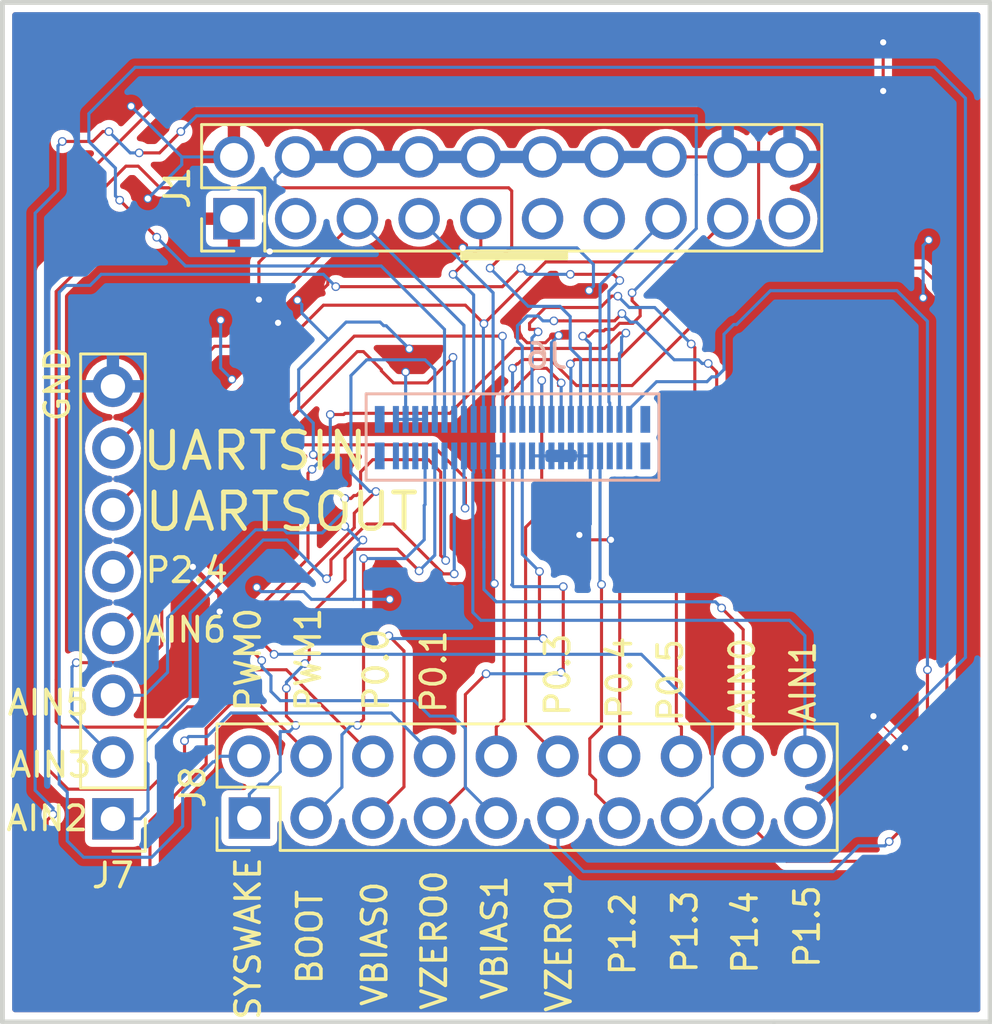
<source format=kicad_pcb>
(kicad_pcb (version 20171130) (host pcbnew "(5.1.4)-1")

  (general
    (thickness 1.6)
    (drawings 39)
    (tracks 657)
    (zones 0)
    (modules 4)
    (nets 43)
  )

  (page A4)
  (layers
    (0 F.Cu signal)
    (31 B.Cu signal)
    (32 B.Adhes user hide)
    (33 F.Adhes user hide)
    (34 B.Paste user)
    (35 F.Paste user)
    (36 B.SilkS user)
    (37 F.SilkS user hide)
    (38 B.Mask user)
    (39 F.Mask user)
    (40 Dwgs.User user)
    (41 Cmts.User user)
    (42 Eco1.User user)
    (43 Eco2.User user)
    (44 Edge.Cuts user)
    (45 Margin user)
    (46 B.CrtYd user)
    (47 F.CrtYd user)
    (48 B.Fab user hide)
    (49 F.Fab user hide)
  )

  (setup
    (last_trace_width 0.127)
    (user_trace_width 0.127)
    (user_trace_width 0.1524)
    (user_trace_width 0.2032)
    (user_trace_width 0.254)
    (user_trace_width 0.3048)
    (user_trace_width 0.3556)
    (trace_clearance 0.0762)
    (zone_clearance 0.3)
    (zone_45_only no)
    (trace_min 0.0762)
    (via_size 0.3556)
    (via_drill 0.254)
    (via_min_size 0.3556)
    (via_min_drill 0.254)
    (user_via 0.3556 0.254)
    (user_via 0.4064 0.3048)
    (uvia_size 0.3048)
    (uvia_drill 0.254)
    (uvias_allowed no)
    (uvia_min_size 0.3048)
    (uvia_min_drill 0.254)
    (edge_width 0.2)
    (segment_width 0.2)
    (pcb_text_width 0.3)
    (pcb_text_size 1.5 1.5)
    (mod_edge_width 0.12)
    (mod_text_size 1 1)
    (mod_text_width 0.15)
    (pad_size 1.8 1.8)
    (pad_drill 1.14)
    (pad_to_mask_clearance 0.051)
    (solder_mask_min_width 0.25)
    (aux_axis_origin 0 0)
    (visible_elements 7FFFFFFF)
    (pcbplotparams
      (layerselection 0x0d0ff_ffffffff)
      (usegerberextensions false)
      (usegerberattributes false)
      (usegerberadvancedattributes false)
      (creategerberjobfile false)
      (excludeedgelayer true)
      (linewidth 0.100000)
      (plotframeref false)
      (viasonmask false)
      (mode 1)
      (useauxorigin false)
      (hpglpennumber 1)
      (hpglpenspeed 20)
      (hpglpendiameter 15.000000)
      (psnegative false)
      (psa4output false)
      (plotreference true)
      (plotvalue true)
      (plotinvisibletext false)
      (padsonsilk false)
      (subtractmaskfromsilk false)
      (outputformat 1)
      (mirror false)
      (drillshape 0)
      (scaleselection 1)
      (outputdirectory "gerber/jtag_breakout/"))
  )

  (net 0 "")
  (net 1 AGND)
  (net 2 /VBIAS0)
  (net 3 /VZERO0)
  (net 4 /VBIAS1)
  (net 5 /VZERO1)
  (net 6 /AIN3)
  (net 7 AVDD)
  (net 8 /CE0)
  (net 9 /WE0)
  (net 10 /RE0)
  (net 11 /CE1)
  (net 12 /WE1)
  (net 13 /RE1)
  (net 14 /UART_SOUT)
  (net 15 /~RESET)
  (net 16 /SWCLK)
  (net 17 /SWDIO)
  (net 18 /UART_SIN)
  (net 19 /AIN6)
  (net 20 /AIN5)
  (net 21 /AIN2)
  (net 22 /AIN1)
  (net 23 /AIN0)
  (net 24 /PWM1)
  (net 25 /PWM0)
  (net 26 /P1.5_SPI1_~CS)
  (net 27 /P1.4_SPI1_MISO)
  (net 28 /P1.3_SPI1_MOSI)
  (net 29 /P1.2_SPI1_CLK)
  (net 30 /P1.0)
  (net 31 /P1.1)
  (net 32 /P2.4)
  (net 33 /P0.5_I2C_SDA)
  (net 34 /P0.4_I2C_SCL)
  (net 35 /P0.3_SPI0_~CS)
  (net 36 /P0.0_SPI0_CLK)
  (net 37 /P0.1_SPI0_MOSI)
  (net 38 /P0.2_SPI0_~MISO)
  (net 39 "Net-(J1-Pad19)")
  (net 40 "Net-(J1-Pad13)")
  (net 41 "Net-(J1-Pad11)")
  (net 42 "Net-(J1-Pad3)")

  (net_class Default "This is the default net class."
    (clearance 0.0762)
    (trace_width 0.0762)
    (via_dia 0.3556)
    (via_drill 0.254)
    (uvia_dia 0.3048)
    (uvia_drill 0.254)
    (add_net /AIN0)
    (add_net /AIN1)
    (add_net /AIN2)
    (add_net /AIN3)
    (add_net /AIN5)
    (add_net /AIN6)
    (add_net /CE0)
    (add_net /CE1)
    (add_net /P0.0_SPI0_CLK)
    (add_net /P0.1_SPI0_MOSI)
    (add_net /P0.2_SPI0_~MISO)
    (add_net /P0.3_SPI0_~CS)
    (add_net /P0.4_I2C_SCL)
    (add_net /P0.5_I2C_SDA)
    (add_net /P1.0)
    (add_net /P1.1)
    (add_net /P1.2_SPI1_CLK)
    (add_net /P1.3_SPI1_MOSI)
    (add_net /P1.4_SPI1_MISO)
    (add_net /P1.5_SPI1_~CS)
    (add_net /P2.4)
    (add_net /PWM0)
    (add_net /PWM1)
    (add_net /RE0)
    (add_net /RE1)
    (add_net /SWCLK)
    (add_net /SWDIO)
    (add_net /UART_SIN)
    (add_net /UART_SOUT)
    (add_net /VBIAS0)
    (add_net /VBIAS1)
    (add_net /VZERO0)
    (add_net /VZERO1)
    (add_net /WE0)
    (add_net /WE1)
    (add_net /~RESET)
    (add_net AGND)
    (add_net AVDD)
    (add_net "Net-(J1-Pad11)")
    (add_net "Net-(J1-Pad13)")
    (add_net "Net-(J1-Pad19)")
    (add_net "Net-(J1-Pad3)")
  )

  (module Connector_PinHeader_2.54mm:PinHeader_2x10_P2.54mm_Vertical (layer F.Cu) (tedit 5FD8E62E) (tstamp 5FBC4F1A)
    (at 146.685 107.95 90)
    (descr "Through hole straight pin header, 2x10, 2.54mm pitch, double rows")
    (tags "Through hole pin header THT 2x10 2.54mm double row")
    (path /5E1C696B)
    (fp_text reference J1 (at 1.27 -2.33 90) (layer F.SilkS)
      (effects (font (size 1 1) (thickness 0.15)))
    )
    (fp_text value Conn_02x04_Odd_Even (at 1.27 25.19 90) (layer F.Fab) hide
      (effects (font (size 1 1) (thickness 0.15)))
    )
    (fp_text user %R (at 1.27 11.43 180) (layer F.Fab)
      (effects (font (size 1 1) (thickness 0.15)))
    )
    (fp_line (start 4.35 -1.8) (end -1.8 -1.8) (layer F.CrtYd) (width 0.05))
    (fp_line (start 4.35 24.65) (end 4.35 -1.8) (layer F.CrtYd) (width 0.05))
    (fp_line (start -1.8 24.65) (end 4.35 24.65) (layer F.CrtYd) (width 0.05))
    (fp_line (start -1.8 -1.8) (end -1.8 24.65) (layer F.CrtYd) (width 0.05))
    (fp_line (start -1.33 -1.33) (end 0 -1.33) (layer F.SilkS) (width 0.12))
    (fp_line (start -1.33 0) (end -1.33 -1.33) (layer F.SilkS) (width 0.12))
    (fp_line (start 1.27 -1.33) (end 3.87 -1.33) (layer F.SilkS) (width 0.12))
    (fp_line (start 1.27 1.27) (end 1.27 -1.33) (layer F.SilkS) (width 0.12))
    (fp_line (start -1.33 1.27) (end 1.27 1.27) (layer F.SilkS) (width 0.12))
    (fp_line (start 3.87 -1.33) (end 3.87 24.19) (layer F.SilkS) (width 0.12))
    (fp_line (start -1.33 1.27) (end -1.33 24.19) (layer F.SilkS) (width 0.12))
    (fp_line (start -1.33 24.19) (end 3.87 24.19) (layer F.SilkS) (width 0.12))
    (fp_line (start -1.27 0) (end 0 -1.27) (layer F.Fab) (width 0.1))
    (fp_line (start -1.27 24.13) (end -1.27 0) (layer F.Fab) (width 0.1))
    (fp_line (start 3.81 24.13) (end -1.27 24.13) (layer F.Fab) (width 0.1))
    (fp_line (start 3.81 -1.27) (end 3.81 24.13) (layer F.Fab) (width 0.1))
    (fp_line (start 0 -1.27) (end 3.81 -1.27) (layer F.Fab) (width 0.1))
    (pad 20 thru_hole oval (at 2.54 22.86 90) (size 1.7 1.7) (drill 1.14) (layers *.Cu *.Mask)
      (net 1 AGND))
    (pad 19 thru_hole oval (at 0 22.86 90) (size 1.7 1.7) (drill 1.14) (layers *.Cu *.Mask)
      (net 39 "Net-(J1-Pad19)"))
    (pad 18 thru_hole oval (at 2.54 20.32 90) (size 1.7 1.7) (drill 1.14) (layers *.Cu *.Mask)
      (net 1 AGND))
    (pad 17 thru_hole oval (at 0 20.32 90) (size 1.7 1.7) (drill 1.14) (layers *.Cu *.Mask)
      (net 14 /UART_SOUT))
    (pad 16 thru_hole oval (at 2.54 17.78 90) (size 1.7 1.7) (drill 1.14) (layers *.Cu *.Mask)
      (net 1 AGND))
    (pad 15 thru_hole oval (at 0 17.78 90) (size 1.7 1.7) (drill 1.14) (layers *.Cu *.Mask)
      (net 15 /~RESET))
    (pad 14 thru_hole oval (at 2.54 15.24 90) (size 1.7 1.7) (drill 1.14) (layers *.Cu *.Mask)
      (net 1 AGND))
    (pad 13 thru_hole oval (at 0 15.24 90) (size 1.7 1.7) (drill 1.14) (layers *.Cu *.Mask)
      (net 40 "Net-(J1-Pad13)"))
    (pad 12 thru_hole oval (at 2.54 12.7 90) (size 1.7 1.7) (drill 1.14) (layers *.Cu *.Mask)
      (net 1 AGND))
    (pad 11 thru_hole oval (at 0 12.7 90) (size 1.7 1.7) (drill 1.14) (layers *.Cu *.Mask)
      (net 41 "Net-(J1-Pad11)"))
    (pad 10 thru_hole oval (at 2.54 10.16 90) (size 1.7 1.7) (drill 1.14) (layers *.Cu *.Mask)
      (net 1 AGND))
    (pad 9 thru_hole oval (at 0 10.16 90) (size 1.7 1.7) (drill 1.14) (layers *.Cu *.Mask)
      (net 16 /SWCLK))
    (pad 8 thru_hole oval (at 2.54 7.62 90) (size 1.7 1.7) (drill 1.14) (layers *.Cu *.Mask)
      (net 1 AGND))
    (pad 7 thru_hole oval (at 0 7.62 90) (size 1.7 1.7) (drill 1.14) (layers *.Cu *.Mask)
      (net 17 /SWDIO))
    (pad 6 thru_hole oval (at 2.54 5.08 90) (size 1.7 1.7) (drill 1.14) (layers *.Cu *.Mask)
      (net 1 AGND))
    (pad 5 thru_hole oval (at 0 5.08 90) (size 1.7 1.7) (drill 1.14) (layers *.Cu *.Mask)
      (net 18 /UART_SIN))
    (pad 4 thru_hole oval (at 2.54 2.54 90) (size 1.7 1.7) (drill 1.14) (layers *.Cu *.Mask)
      (net 1 AGND))
    (pad 3 thru_hole oval (at 0 2.54 90) (size 1.7 1.7) (drill 1.14) (layers *.Cu *.Mask)
      (net 42 "Net-(J1-Pad3)"))
    (pad 2 thru_hole oval (at 2.54 0 90) (size 1.7 1.7) (drill 1.14) (layers *.Cu *.Mask)
      (net 7 AVDD))
    (pad 1 thru_hole rect (at 0 0 90) (size 1.7 1.7) (drill 1.14) (layers *.Cu *.Mask)
      (net 7 AVDD))
    (model ${KISYS3DMOD}/Connector_PinHeader_2.54mm.3dshapes/PinHeader_2x10_P2.54mm_Vertical.wrl
      (at (xyz 0 0 0))
      (scale (xyz 1 1 1))
      (rotate (xyz 0 0 0))
    )
  )

  (module SIB_Generic:Molex_SlimStack_2039550503 (layer B.Cu) (tedit 5FD8DABA) (tstamp 5FD96FC6)
    (at 158.15 116.9)
    (path /5FCDF86E)
    (attr smd)
    (fp_text reference J6 (at 1.4 -3.3) (layer B.SilkS)
      (effects (font (size 1 1) (thickness 0.15)) (justify mirror))
    )
    (fp_text value Conn_02x25_Odd_Even (at 0.952 4.072) (layer B.Fab) hide
      (effects (font (size 1 1) (thickness 0.15)) (justify mirror))
    )
    (fp_line (start 6.025 1.8) (end 6.025 -1.75) (layer B.SilkS) (width 0.12))
    (fp_line (start -6.025 -1.75) (end -6.025 1.8) (layer B.SilkS) (width 0.12))
    (fp_line (start 6.025 -1.75) (end -6.025 -1.75) (layer B.SilkS) (width 0.12))
    (fp_line (start 6.025 1.8) (end -6.025 1.8) (layer B.SilkS) (width 0.12))
    (pad 2 smd rect (at -4.8 -0.7) (size 0.25 1.1) (layers B.Cu B.Paste B.Mask)
      (net 7 AVDD))
    (pad 4 smd rect (at -4.4 -0.7) (size 0.25 1.1) (layers B.Cu B.Paste B.Mask)
      (net 7 AVDD))
    (pad 6 smd rect (at -4 -0.7) (size 0.25 1.1) (layers B.Cu B.Paste B.Mask)
      (net 7 AVDD))
    (pad 8 smd rect (at -3.6 -0.7) (size 0.25 1.1) (layers B.Cu B.Paste B.Mask)
      (net 7 AVDD))
    (pad 10 smd rect (at -3.2 -0.7) (size 0.25 1.1) (layers B.Cu B.Paste B.Mask)
      (net 28 /P1.3_SPI1_MOSI))
    (pad 12 smd rect (at -2.8 -0.7) (size 0.25 1.1) (layers B.Cu B.Paste B.Mask)
      (net 26 /P1.5_SPI1_~CS))
    (pad 14 smd rect (at -2.4 -0.7) (size 0.25 1.1) (layers B.Cu B.Paste B.Mask)
      (net 19 /AIN6))
    (pad 16 smd rect (at -2 -0.7) (size 0.25 1.1) (layers B.Cu B.Paste B.Mask)
      (net 18 /UART_SIN))
    (pad 18 smd rect (at -1.6 -0.7) (size 0.25 1.1) (layers B.Cu B.Paste B.Mask)
      (net 16 /SWCLK))
    (pad 20 smd rect (at -1.2 -0.7) (size 0.25 1.1) (layers B.Cu B.Paste B.Mask)
      (net 14 /UART_SOUT))
    (pad 22 smd rect (at -0.8 -0.7) (size 0.25 1.1) (layers B.Cu B.Paste B.Mask)
      (net 17 /SWDIO))
    (pad 24 smd rect (at -0.4 -0.7) (size 0.25 1.1) (layers B.Cu B.Paste B.Mask)
      (net 32 /P2.4))
    (pad 26 smd rect (at 0 -0.7) (size 0.25 1.1) (layers B.Cu B.Paste B.Mask)
      (net 27 /P1.4_SPI1_MISO))
    (pad 28 smd rect (at 0.4 -0.7) (size 0.25 1.1) (layers B.Cu B.Paste B.Mask)
      (net 33 /P0.5_I2C_SDA))
    (pad 30 smd rect (at 0.8 -0.7) (size 0.25 1.1) (layers B.Cu B.Paste B.Mask)
      (net 34 /P0.4_I2C_SCL))
    (pad 32 smd rect (at 1.2 -0.7) (size 0.25 1.1) (layers B.Cu B.Paste B.Mask)
      (net 35 /P0.3_SPI0_~CS))
    (pad 34 smd rect (at 1.6 -0.7) (size 0.25 1.1) (layers B.Cu B.Paste B.Mask)
      (net 7 AVDD))
    (pad 36 smd rect (at 2 -0.7) (size 0.25 1.1) (layers B.Cu B.Paste B.Mask)
      (net 38 /P0.2_SPI0_~MISO))
    (pad 38 smd rect (at 2.4 -0.7) (size 0.25 1.1) (layers B.Cu B.Paste B.Mask)
      (net 37 /P0.1_SPI0_MOSI))
    (pad 40 smd rect (at 2.8 -0.7) (size 0.25 1.1) (layers B.Cu B.Paste B.Mask)
      (net 36 /P0.0_SPI0_CLK))
    (pad 42 smd rect (at 3.2 -0.7) (size 0.25 1.1) (layers B.Cu B.Paste B.Mask)
      (net 24 /PWM1))
    (pad 44 smd rect (at 3.6 -0.7) (size 0.25 1.1) (layers B.Cu B.Paste B.Mask)
      (net 15 /~RESET))
    (pad 46 smd rect (at 4 -0.7) (size 0.25 1.1) (layers B.Cu B.Paste B.Mask)
      (net 25 /PWM0))
    (pad 48 smd rect (at 4.4 -0.7) (size 0.25 1.1) (layers B.Cu B.Paste B.Mask)
      (net 4 /VBIAS1))
    (pad 50 smd rect (at 4.8 -0.7) (size 0.25 1.1) (layers B.Cu B.Paste B.Mask)
      (net 5 /VZERO1))
    (pad 1 smd rect (at -4.8 0.8) (size 0.25 1.1) (layers B.Cu B.Paste B.Mask)
      (net 8 /CE0))
    (pad 3 smd rect (at -4.4 0.8) (size 0.25 1.1) (layers B.Cu B.Paste B.Mask)
      (net 9 /WE0))
    (pad 5 smd rect (at -4 0.8) (size 0.25 1.1) (layers B.Cu B.Paste B.Mask)
      (net 10 /RE0))
    (pad 7 smd rect (at -3.6 0.8) (size 0.25 1.1) (layers B.Cu B.Paste B.Mask)
      (net 31 /P1.1))
    (pad 9 smd rect (at -3.2 0.8) (size 0.25 1.1) (layers B.Cu B.Paste B.Mask)
      (net 30 /P1.0))
    (pad 11 smd rect (at -2.8 0.8) (size 0.25 1.1) (layers B.Cu B.Paste B.Mask)
      (net 20 /AIN5))
    (pad 13 smd rect (at -2.4 0.8) (size 0.25 1.1) (layers B.Cu B.Paste B.Mask)
      (net 21 /AIN2))
    (pad 15 smd rect (at -2 0.8) (size 0.25 1.1) (layers B.Cu B.Paste B.Mask)
      (net 6 /AIN3))
    (pad 17 smd rect (at -1.6 0.8) (size 0.25 1.1) (layers B.Cu B.Paste B.Mask)
      (net 22 /AIN1))
    (pad 19 smd rect (at -1.2 0.8) (size 0.25 1.1) (layers B.Cu B.Paste B.Mask)
      (net 23 /AIN0))
    (pad 21 smd rect (at -0.8 0.8) (size 0.25 1.1) (layers B.Cu B.Paste B.Mask)
      (net 7 AVDD))
    (pad 23 smd rect (at -0.4 0.8) (size 0.25 1.1) (layers B.Cu B.Paste B.Mask)
      (net 7 AVDD))
    (pad 25 smd rect (at 0 0.8) (size 0.25 1.1) (layers B.Cu B.Paste B.Mask)
      (net 3 /VZERO0))
    (pad 27 smd rect (at 0.4 0.8) (size 0.25 1.1) (layers B.Cu B.Paste B.Mask)
      (net 2 /VBIAS0))
    (pad 29 smd rect (at 0.8 0.8) (size 0.25 1.1) (layers B.Cu B.Paste B.Mask)
      (net 1 AGND))
    (pad 31 smd rect (at 1.2 0.8) (size 0.25 1.1) (layers B.Cu B.Paste B.Mask)
      (net 1 AGND))
    (pad 33 smd rect (at 1.6 0.8) (size 0.25 1.1) (layers B.Cu B.Paste B.Mask)
      (net 1 AGND))
    (pad 35 smd rect (at 2 0.8) (size 0.25 1.1) (layers B.Cu B.Paste B.Mask)
      (net 1 AGND))
    (pad 37 smd rect (at 2.4 0.8) (size 0.25 1.1) (layers B.Cu B.Paste B.Mask)
      (net 1 AGND))
    (pad 39 smd rect (at 2.8 0.8) (size 0.25 1.1) (layers B.Cu B.Paste B.Mask)
      (net 1 AGND))
    (pad 41 smd rect (at 3.2 0.8) (size 0.25 1.1) (layers B.Cu B.Paste B.Mask)
      (net 1 AGND))
    (pad 43 smd rect (at 3.6 0.8) (size 0.25 1.1) (layers B.Cu B.Paste B.Mask)
      (net 29 /P1.2_SPI1_CLK))
    (pad 45 smd rect (at 4 0.8) (size 0.25 1.1) (layers B.Cu B.Paste B.Mask)
      (net 13 /RE1))
    (pad 47 smd rect (at 4.4 0.8) (size 0.25 1.1) (layers B.Cu B.Paste B.Mask)
      (net 12 /WE1))
    (pad 49 smd rect (at 4.8 0.8) (size 0.25 1.1) (layers B.Cu B.Paste B.Mask)
      (net 11 /CE1))
    (pad "" smd rect (at -5.467 0.8) (size 0.4 1.1) (layers B.Cu B.Paste B.Mask))
    (pad "" smd rect (at -5.467 -0.7) (size 0.4 1.1) (layers B.Cu B.Paste B.Mask))
    (pad "" smd rect (at 5.465 0.8) (size 0.4 1.1) (layers B.Cu B.Paste B.Mask))
    (pad "" smd rect (at 5.463 -0.7) (size 0.4 1.1) (layers B.Cu B.Paste B.Mask))
    (model ${KIPRJMOD}/sib-kicad-libraries/SIB_Generic.pretty/molex_2039550503.stp
      (offset (xyz 0 0 1.5))
      (scale (xyz 1 1 1))
      (rotate (xyz 0 0 0))
    )
  )

  (module Connector_PinHeader_2.54mm:PinHeader_2x10_P2.54mm_Vertical (layer F.Cu) (tedit 59FED5CC) (tstamp 5FBC5194)
    (at 147.32 132.588 90)
    (descr "Through hole straight pin header, 2x10, 2.54mm pitch, double rows")
    (tags "Through hole pin header THT 2x10 2.54mm double row")
    (path /5FD377B3)
    (fp_text reference J8 (at 1.27 -2.33 90) (layer F.SilkS)
      (effects (font (size 1 1) (thickness 0.15)))
    )
    (fp_text value Conn_02x04_Odd_Even (at 1.27 25.19 90) (layer F.Fab) hide
      (effects (font (size 1 1) (thickness 0.15)))
    )
    (fp_text user %R (at 1.27 11.43) (layer F.Fab)
      (effects (font (size 1 1) (thickness 0.15)))
    )
    (fp_line (start 4.35 -1.8) (end -1.8 -1.8) (layer F.CrtYd) (width 0.05))
    (fp_line (start 4.35 24.65) (end 4.35 -1.8) (layer F.CrtYd) (width 0.05))
    (fp_line (start -1.8 24.65) (end 4.35 24.65) (layer F.CrtYd) (width 0.05))
    (fp_line (start -1.8 -1.8) (end -1.8 24.65) (layer F.CrtYd) (width 0.05))
    (fp_line (start -1.33 -1.33) (end 0 -1.33) (layer F.SilkS) (width 0.12))
    (fp_line (start -1.33 0) (end -1.33 -1.33) (layer F.SilkS) (width 0.12))
    (fp_line (start 1.27 -1.33) (end 3.87 -1.33) (layer F.SilkS) (width 0.12))
    (fp_line (start 1.27 1.27) (end 1.27 -1.33) (layer F.SilkS) (width 0.12))
    (fp_line (start -1.33 1.27) (end 1.27 1.27) (layer F.SilkS) (width 0.12))
    (fp_line (start 3.87 -1.33) (end 3.87 24.19) (layer F.SilkS) (width 0.12))
    (fp_line (start -1.33 1.27) (end -1.33 24.19) (layer F.SilkS) (width 0.12))
    (fp_line (start -1.33 24.19) (end 3.87 24.19) (layer F.SilkS) (width 0.12))
    (fp_line (start -1.27 0) (end 0 -1.27) (layer F.Fab) (width 0.1))
    (fp_line (start -1.27 24.13) (end -1.27 0) (layer F.Fab) (width 0.1))
    (fp_line (start 3.81 24.13) (end -1.27 24.13) (layer F.Fab) (width 0.1))
    (fp_line (start 3.81 -1.27) (end 3.81 24.13) (layer F.Fab) (width 0.1))
    (fp_line (start 0 -1.27) (end 3.81 -1.27) (layer F.Fab) (width 0.1))
    (pad 20 thru_hole oval (at 2.54 22.86 90) (size 1.7 1.7) (drill 1) (layers *.Cu *.Mask)
      (net 22 /AIN1))
    (pad 19 thru_hole oval (at 0 22.86 90) (size 1.7 1.7) (drill 1) (layers *.Cu *.Mask)
      (net 26 /P1.5_SPI1_~CS))
    (pad 18 thru_hole oval (at 2.54 20.32 90) (size 1.7 1.7) (drill 1) (layers *.Cu *.Mask)
      (net 23 /AIN0))
    (pad 17 thru_hole oval (at 0 20.32 90) (size 1.7 1.7) (drill 1) (layers *.Cu *.Mask)
      (net 27 /P1.4_SPI1_MISO))
    (pad 16 thru_hole oval (at 2.54 17.78 90) (size 1.7 1.7) (drill 1) (layers *.Cu *.Mask)
      (net 33 /P0.5_I2C_SDA))
    (pad 15 thru_hole oval (at 0 17.78 90) (size 1.7 1.7) (drill 1) (layers *.Cu *.Mask)
      (net 28 /P1.3_SPI1_MOSI))
    (pad 14 thru_hole oval (at 2.54 15.24 90) (size 1.7 1.7) (drill 1) (layers *.Cu *.Mask)
      (net 34 /P0.4_I2C_SCL))
    (pad 13 thru_hole oval (at 0 15.24 90) (size 1.7 1.7) (drill 1) (layers *.Cu *.Mask)
      (net 29 /P1.2_SPI1_CLK))
    (pad 12 thru_hole oval (at 2.54 12.7 90) (size 1.7 1.7) (drill 1) (layers *.Cu *.Mask)
      (net 35 /P0.3_SPI0_~CS))
    (pad 11 thru_hole oval (at 0 12.7 90) (size 1.7 1.7) (drill 1) (layers *.Cu *.Mask)
      (net 5 /VZERO1))
    (pad 10 thru_hole oval (at 2.54 10.16 90) (size 1.7 1.7) (drill 1) (layers *.Cu *.Mask)
      (net 38 /P0.2_SPI0_~MISO))
    (pad 9 thru_hole oval (at 0 10.16 90) (size 1.7 1.7) (drill 1) (layers *.Cu *.Mask)
      (net 4 /VBIAS1))
    (pad 8 thru_hole oval (at 2.54 7.62 90) (size 1.7 1.7) (drill 1) (layers *.Cu *.Mask)
      (net 37 /P0.1_SPI0_MOSI))
    (pad 7 thru_hole oval (at 0 7.62 90) (size 1.7 1.7) (drill 1) (layers *.Cu *.Mask)
      (net 3 /VZERO0))
    (pad 6 thru_hole oval (at 2.54 5.08 90) (size 1.7 1.7) (drill 1) (layers *.Cu *.Mask)
      (net 36 /P0.0_SPI0_CLK))
    (pad 5 thru_hole oval (at 0 5.08 90) (size 1.7 1.7) (drill 1) (layers *.Cu *.Mask)
      (net 2 /VBIAS0))
    (pad 4 thru_hole oval (at 2.54 2.54 90) (size 1.7 1.7) (drill 1) (layers *.Cu *.Mask)
      (net 24 /PWM1))
    (pad 3 thru_hole oval (at 0 2.54 90) (size 1.7 1.7) (drill 1) (layers *.Cu *.Mask)
      (net 31 /P1.1))
    (pad 2 thru_hole oval (at 2.54 0 90) (size 1.7 1.7) (drill 1) (layers *.Cu *.Mask)
      (net 25 /PWM0))
    (pad 1 thru_hole rect (at 0 0 90) (size 1.7 1.7) (drill 1) (layers *.Cu *.Mask)
      (net 30 /P1.0))
    (model ${KISYS3DMOD}/Connector_PinHeader_2.54mm.3dshapes/PinHeader_2x10_P2.54mm_Vertical.wrl
      (at (xyz 0 0 0))
      (scale (xyz 1 1 1))
      (rotate (xyz 0 0 0))
    )
  )

  (module Connector_PinHeader_2.54mm:PinHeader_1x08_P2.54mm_Vertical (layer F.Cu) (tedit 59FED5CC) (tstamp 5FD7E73F)
    (at 141.7066 132.62 180)
    (descr "Through hole straight pin header, 1x08, 2.54mm pitch, single row")
    (tags "Through hole pin header THT 1x08 2.54mm single row")
    (path /6005CD7E)
    (fp_text reference J7 (at 0 -2.33) (layer F.SilkS)
      (effects (font (size 1 1) (thickness 0.15)))
    )
    (fp_text value Conn_01x08 (at 0 20.11) (layer F.Fab) hide
      (effects (font (size 1 1) (thickness 0.15)))
    )
    (fp_text user %R (at 0 8.89 90) (layer F.Fab)
      (effects (font (size 1 1) (thickness 0.15)))
    )
    (fp_line (start 1.8 -1.8) (end -1.8 -1.8) (layer F.CrtYd) (width 0.05))
    (fp_line (start 1.8 19.55) (end 1.8 -1.8) (layer F.CrtYd) (width 0.05))
    (fp_line (start -1.8 19.55) (end 1.8 19.55) (layer F.CrtYd) (width 0.05))
    (fp_line (start -1.8 -1.8) (end -1.8 19.55) (layer F.CrtYd) (width 0.05))
    (fp_line (start -1.33 -1.33) (end 0 -1.33) (layer F.SilkS) (width 0.12))
    (fp_line (start -1.33 0) (end -1.33 -1.33) (layer F.SilkS) (width 0.12))
    (fp_line (start -1.33 1.27) (end 1.33 1.27) (layer F.SilkS) (width 0.12))
    (fp_line (start 1.33 1.27) (end 1.33 19.11) (layer F.SilkS) (width 0.12))
    (fp_line (start -1.33 1.27) (end -1.33 19.11) (layer F.SilkS) (width 0.12))
    (fp_line (start -1.33 19.11) (end 1.33 19.11) (layer F.SilkS) (width 0.12))
    (fp_line (start -1.27 -0.635) (end -0.635 -1.27) (layer F.Fab) (width 0.1))
    (fp_line (start -1.27 19.05) (end -1.27 -0.635) (layer F.Fab) (width 0.1))
    (fp_line (start 1.27 19.05) (end -1.27 19.05) (layer F.Fab) (width 0.1))
    (fp_line (start 1.27 -1.27) (end 1.27 19.05) (layer F.Fab) (width 0.1))
    (fp_line (start -0.635 -1.27) (end 1.27 -1.27) (layer F.Fab) (width 0.1))
    (pad 8 thru_hole oval (at 0 17.78 180) (size 1.7 1.7) (drill 1) (layers *.Cu *.Mask)
      (net 1 AGND))
    (pad 7 thru_hole oval (at 0 15.24 180) (size 1.7 1.7) (drill 1) (layers *.Cu *.Mask)
      (net 18 /UART_SIN))
    (pad 6 thru_hole oval (at 0 12.7 180) (size 1.7 1.7) (drill 1) (layers *.Cu *.Mask)
      (net 14 /UART_SOUT))
    (pad 5 thru_hole oval (at 0 10.16 180) (size 1.7 1.7) (drill 1) (layers *.Cu *.Mask)
      (net 32 /P2.4))
    (pad 4 thru_hole oval (at 0 7.62 180) (size 1.7 1.7) (drill 1) (layers *.Cu *.Mask)
      (net 19 /AIN6))
    (pad 3 thru_hole oval (at 0 5.08 180) (size 1.7 1.7) (drill 1) (layers *.Cu *.Mask)
      (net 20 /AIN5))
    (pad 2 thru_hole oval (at 0 2.54 180) (size 1.7 1.7) (drill 1) (layers *.Cu *.Mask)
      (net 6 /AIN3))
    (pad 1 thru_hole rect (at 0 0 180) (size 1.7 1.7) (drill 1) (layers *.Cu *.Mask)
      (net 21 /AIN2))
    (model ${KISYS3DMOD}/Connector_PinHeader_2.54mm.3dshapes/PinHeader_1x08_P2.54mm_Vertical.wrl
      (at (xyz 0 0 0))
      (scale (xyz 1 1 1))
      (rotate (xyz 0 0 0))
    )
  )

  (gr_text UARTSIN (at 147.55 117.5) (layer F.SilkS)
    (effects (font (size 1.5 1.5) (thickness 0.2)))
  )
  (gr_text UARTSOUT (at 148.65 120) (layer F.SilkS)
    (effects (font (size 1.5 1.5) (thickness 0.2)))
  )
  (gr_line (start 156.0576 109.3978) (end 156.0576 109.2962) (layer F.SilkS) (width 0.12))
  (gr_line (start 160.3756 109.4994) (end 160.3756 109.3216) (layer F.SilkS) (width 0.12))
  (gr_line (start 156.083 109.4994) (end 160.3756 109.4994) (layer F.SilkS) (width 0.12))
  (gr_line (start 156.0576 109.601) (end 156.0576 109.3978) (layer F.SilkS) (width 0.12) (tstamp 5FD7E08F))
  (gr_line (start 160.3756 109.601) (end 156.0576 109.601) (layer F.SilkS) (width 0.12))
  (gr_line (start 160.3756 109.3978) (end 160.3756 109.601) (layer F.SilkS) (width 0.12))
  (gr_line (start 156.0576 109.3978) (end 160.3756 109.3978) (layer F.SilkS) (width 0.12))
  (gr_text GND (at 139.4206 114.75 90) (layer F.SilkS)
    (effects (font (size 1 1) (thickness 0.15)))
  )
  (gr_text AIN2 (at 139 132.6) (layer F.SilkS)
    (effects (font (size 1 1) (thickness 0.15)))
  )
  (gr_text AIN3 (at 139.15 130.4) (layer F.SilkS)
    (effects (font (size 1 1) (thickness 0.15)))
  )
  (gr_text AIN5 (at 139.05 127.85) (layer F.SilkS)
    (effects (font (size 1 1) (thickness 0.15)))
  )
  (gr_text AIN6 (at 144.7 124.85) (layer F.SilkS)
    (effects (font (size 1 1) (thickness 0.15)))
  )
  (gr_text P2.4 (at 144.75 122.4) (layer F.SilkS)
    (effects (font (size 1 1) (thickness 0.15)))
  )
  (gr_text AIN1 (at 170.1038 126.9873 90) (layer F.SilkS)
    (effects (font (size 1 1) (thickness 0.15)))
  )
  (gr_text AIN0 (at 167.6019 126.8476 90) (layer F.SilkS)
    (effects (font (size 1 1) (thickness 0.15)))
  )
  (gr_text P0.5 (at 164.6428 126.9238 90) (layer F.SilkS)
    (effects (font (size 1 1) (thickness 0.15)))
  )
  (gr_text P0.4 (at 162.5473 126.8222 90) (layer F.SilkS)
    (effects (font (size 1 1) (thickness 0.15)))
  )
  (gr_text P0.3 (at 160.0073 126.6952 90) (layer F.SilkS)
    (effects (font (size 1 1) (thickness 0.15)))
  )
  (gr_text P0.1 (at 154.9019 126.5682 90) (layer F.SilkS)
    (effects (font (size 1 1) (thickness 0.15)))
  )
  (gr_text P0.0 (at 152.5397 126.492 90) (layer F.SilkS)
    (effects (font (size 1 1) (thickness 0.15)))
  )
  (gr_text PWM1 (at 149.7457 126.0729 90) (layer F.SilkS)
    (effects (font (size 1 1) (thickness 0.15)))
  )
  (gr_text PWM0 (at 147.2692 126.0729 90) (layer F.SilkS)
    (effects (font (size 1 1) (thickness 0.15)))
  )
  (gr_text VBIAS1 (at 157.4165 137.5029 90) (layer F.SilkS) (tstamp 5FBC338E)
    (effects (font (size 1 1) (thickness 0.15)))
  )
  (gr_text VZERO1 (at 160.0581 137.6934 90) (layer F.SilkS) (tstamp 5FBC338D)
    (effects (font (size 1 1) (thickness 0.15)))
  )
  (gr_text P1.5 (at 170.2689 137.0457 90) (layer F.SilkS)
    (effects (font (size 1 1) (thickness 0.15)))
  )
  (gr_text P1.4 (at 167.7162 137.287 90) (layer F.SilkS)
    (effects (font (size 1 1) (thickness 0.15)))
  )
  (gr_text P1.3 (at 165.2397 137.2616 90) (layer F.SilkS)
    (effects (font (size 1 1) (thickness 0.15)))
  )
  (gr_text P1.2 (at 162.687 137.3505 90) (layer F.SilkS)
    (effects (font (size 1 1) (thickness 0.15)))
  )
  (gr_text VZERO0 (at 154.9273 137.6045 90) (layer F.SilkS)
    (effects (font (size 1 1) (thickness 0.15)))
  )
  (gr_text VBIAS0 (at 152.4762 137.7569 90) (layer F.SilkS)
    (effects (font (size 1 1) (thickness 0.15)))
  )
  (gr_text BOOT (at 149.8092 137.4775 90) (layer F.SilkS)
    (effects (font (size 1 1) (thickness 0.15)))
  )
  (gr_text SYSWAKE (at 147.2692 137.541 90) (layer F.SilkS)
    (effects (font (size 1 1) (thickness 0.15)))
  )
  (gr_line (start 137.16 140.97) (end 137.16 99.06) (layer Edge.Cuts) (width 0.2) (tstamp 5FBC1E9B))
  (gr_line (start 177.8 140.97) (end 177.8 99.06) (layer Edge.Cuts) (width 0.2) (tstamp 5FBC1E9A))
  (gr_line (start 168.91 140.97) (end 137.16 140.97) (layer Edge.Cuts) (width 0.2))
  (gr_line (start 168.91 140.97) (end 177.8 140.97) (layer Edge.Cuts) (width 0.2))
  (gr_line (start 137.16 99.06) (end 177.8 99.06) (layer Edge.Cuts) (width 0.2))

  (via (at 173.4 102.7) (size 0.3556) (drill 0.254) (layers F.Cu B.Cu) (net 1))
  (via (at 173 128.4) (size 0.3556) (drill 0.254) (layers F.Cu B.Cu) (net 1))
  (segment (start 148.375001 106.259999) (end 148.375001 107.085499) (width 0.127) (layer B.Cu) (net 1))
  (segment (start 149.225 105.41) (end 148.375001 106.259999) (width 0.127) (layer B.Cu) (net 1))
  (segment (start 148.375001 107.085499) (end 148.0185 107.442) (width 0.127) (layer B.Cu) (net 1))
  (via (at 148.1582 109.2962) (size 0.3556) (drill 0.254) (layers F.Cu B.Cu) (net 1))
  (segment (start 148.0185 107.442) (end 148.0185 109.1565) (width 0.127) (layer B.Cu) (net 1))
  (segment (start 148.0185 109.1565) (end 148.1582 109.2962) (width 0.127) (layer B.Cu) (net 1))
  (segment (start 148.1582 109.2962) (end 147.7137 109.7407) (width 0.127) (layer F.Cu) (net 1))
  (segment (start 147.7137 109.7407) (end 147.7137 111.2774) (width 0.127) (layer F.Cu) (net 1))
  (via (at 147.7137 111.2774) (size 0.3556) (drill 0.254) (layers F.Cu B.Cu) (net 1))
  (segment (start 147.891499 111.455199) (end 147.891499 111.620299) (width 0.127) (layer B.Cu) (net 1))
  (segment (start 147.7137 111.2774) (end 147.891499 111.455199) (width 0.127) (layer B.Cu) (net 1))
  (segment (start 147.891499 111.620299) (end 148.5011 112.2299) (width 0.127) (layer B.Cu) (net 1))
  (via (at 148.5011 112.2299) (size 0.3556) (drill 0.254) (layers F.Cu B.Cu) (net 1))
  (via (at 146.1 124.1) (size 0.3556) (drill 0.254) (layers F.Cu B.Cu) (net 1))
  (via (at 144.9959 122.2629) (size 0.3556) (drill 0.254) (layers F.Cu B.Cu) (net 1))
  (segment (start 165.802919 105.41) (end 154.305 105.41) (width 0.127) (layer F.Cu) (net 1))
  (segment (start 167.005 105.41) (end 165.802919 105.41) (width 0.127) (layer F.Cu) (net 1))
  (via (at 174.3 129.7) (size 0.3556) (drill 0.254) (layers F.Cu B.Cu) (net 1))
  (segment (start 173 128.4) (end 174.3 129.7) (width 0.0762) (layer F.Cu) (net 1))
  (via (at 173.4 100.7) (size 0.3556) (drill 0.254) (layers F.Cu B.Cu) (net 1))
  (segment (start 173.4 100.7) (end 173.4 102.7) (width 0.127) (layer F.Cu) (net 1))
  (segment (start 146.1 123.367) (end 144.9959 122.2629) (width 0.2032) (layer F.Cu) (net 1))
  (segment (start 146.1 124.1) (end 146.1 123.367) (width 0.2032) (layer F.Cu) (net 1))
  (segment (start 158.95 117.7) (end 161.35 117.7) (width 0.127) (layer B.Cu) (net 1))
  (via (at 160.9 120.95) (size 0.3556) (drill 0.254) (layers F.Cu B.Cu) (net 1))
  (segment (start 161.35 117.7) (end 161.35 120.5) (width 0.127) (layer B.Cu) (net 1))
  (segment (start 161.35 120.5) (end 160.9 120.95) (width 0.127) (layer B.Cu) (net 1))
  (via (at 162.2 121.15) (size 0.3556) (drill 0.254) (layers F.Cu B.Cu) (net 1))
  (segment (start 160.9 120.95) (end 161.1 121.15) (width 0.127) (layer F.Cu) (net 1))
  (segment (start 161.1 121.15) (end 162.2 121.15) (width 0.127) (layer F.Cu) (net 1))
  (segment (start 162.2 121.15) (end 169.25 121.15) (width 0.127) (layer B.Cu) (net 1))
  (segment (start 173 124.9) (end 173 128.4) (width 0.127) (layer B.Cu) (net 1))
  (segment (start 169.25 121.15) (end 173 124.9) (width 0.127) (layer B.Cu) (net 1))
  (via (at 159.258 122.4534) (size 0.3556) (drill 0.254) (layers F.Cu B.Cu) (net 2))
  (via (at 159.4104 125.2093) (size 0.3556) (drill 0.254) (layers F.Cu B.Cu) (net 2))
  (segment (start 159.258 122.4534) (end 159.258 125.0569) (width 0.127) (layer F.Cu) (net 2))
  (segment (start 159.258 125.0569) (end 159.4104 125.2093) (width 0.127) (layer F.Cu) (net 2))
  (via (at 153.0604 125.095) (size 0.3556) (drill 0.254) (layers F.Cu B.Cu) (net 2))
  (segment (start 159.4104 125.2093) (end 153.1747 125.2093) (width 0.127) (layer B.Cu) (net 2))
  (segment (start 153.1747 125.2093) (end 153.0604 125.095) (width 0.127) (layer B.Cu) (net 2))
  (segment (start 153.0604 125.095) (end 153.6827 125.7173) (width 0.127) (layer F.Cu) (net 2))
  (segment (start 153.6827 131.3053) (end 152.4 132.588) (width 0.127) (layer F.Cu) (net 2))
  (segment (start 153.6827 125.7173) (end 153.6827 131.3053) (width 0.127) (layer F.Cu) (net 2))
  (segment (start 158.55 121.7454) (end 159.258 122.4534) (width 0.127) (layer B.Cu) (net 2))
  (segment (start 158.55 117.7) (end 158.55 121.7454) (width 0.127) (layer B.Cu) (net 2))
  (segment (start 154.94 132.588) (end 156.21 131.318) (width 0.127) (layer F.Cu) (net 3))
  (via (at 157.0609 126.6571) (size 0.3556) (drill 0.254) (layers F.Cu B.Cu) (net 3))
  (segment (start 156.21 131.318) (end 156.21 127.508) (width 0.127) (layer F.Cu) (net 3))
  (segment (start 156.21 127.508) (end 157.0609 126.6571) (width 0.127) (layer F.Cu) (net 3))
  (via (at 160.147 126.5936) (size 0.3556) (drill 0.254) (layers F.Cu B.Cu) (net 3))
  (segment (start 157.0609 126.6571) (end 160.0835 126.6571) (width 0.127) (layer B.Cu) (net 3))
  (segment (start 160.0835 126.6571) (end 160.147 126.5936) (width 0.127) (layer B.Cu) (net 3))
  (via (at 160.2359 123.0757) (size 0.3556) (drill 0.254) (layers F.Cu B.Cu) (net 3))
  (segment (start 160.147 123.1646) (end 160.2359 123.0757) (width 0.127) (layer F.Cu) (net 3))
  (segment (start 160.2359 123.0757) (end 158.1912 123.0757) (width 0.127) (layer B.Cu) (net 3))
  (segment (start 158.1912 123.0757) (end 158.115 122.9995) (width 0.127) (layer B.Cu) (net 3))
  (segment (start 160.2359 126.5047) (end 160.147 126.5936) (width 0.127) (layer F.Cu) (net 3))
  (segment (start 160.2359 123.0757) (end 160.2359 126.5047) (width 0.127) (layer F.Cu) (net 3))
  (segment (start 158.15 122.9645) (end 158.15 117.7) (width 0.127) (layer B.Cu) (net 3))
  (segment (start 158.115 122.9995) (end 158.15 122.9645) (width 0.127) (layer B.Cu) (net 3))
  (segment (start 162.562553 112.649) (end 161.927553 113.284) (width 0.127) (layer F.Cu) (net 4))
  (segment (start 162.814 112.649) (end 162.562553 112.649) (width 0.127) (layer F.Cu) (net 4))
  (segment (start 161.927553 113.284) (end 158.242 113.284) (width 0.127) (layer F.Cu) (net 4))
  (segment (start 158.242 113.284) (end 155.575 115.951) (width 0.127) (layer F.Cu) (net 4))
  (segment (start 149.733 120.396) (end 149.733 121.92) (width 0.127) (layer F.Cu) (net 4))
  (segment (start 149.733 121.92) (end 147.447 124.206) (width 0.127) (layer F.Cu) (net 4))
  (via (at 147.828 126.111) (size 0.3556) (drill 0.254) (layers F.Cu B.Cu) (net 4))
  (segment (start 147.447 124.206) (end 147.447 125.73) (width 0.127) (layer F.Cu) (net 4))
  (segment (start 147.447 125.73) (end 147.828 126.111) (width 0.127) (layer F.Cu) (net 4))
  (segment (start 156.21 128.905) (end 156.21 131.318) (width 0.127) (layer B.Cu) (net 4))
  (segment (start 155.702 128.397) (end 156.21 128.905) (width 0.127) (layer B.Cu) (net 4))
  (segment (start 147.828 126.111) (end 147.828 126.362447) (width 0.127) (layer B.Cu) (net 4))
  (segment (start 156.21 131.318) (end 157.48 132.588) (width 0.127) (layer B.Cu) (net 4))
  (segment (start 147.828 126.362447) (end 148.209 126.743447) (width 0.127) (layer B.Cu) (net 4))
  (segment (start 154.118758 127.762) (end 154.753758 128.397) (width 0.127) (layer B.Cu) (net 4))
  (segment (start 154.753758 128.397) (end 155.702 128.397) (width 0.127) (layer B.Cu) (net 4))
  (segment (start 148.209 127.381) (end 148.59 127.762) (width 0.127) (layer B.Cu) (net 4))
  (segment (start 148.59 127.762) (end 154.118758 127.762) (width 0.127) (layer B.Cu) (net 4))
  (segment (start 148.209 126.743447) (end 148.209 127.381) (width 0.127) (layer B.Cu) (net 4))
  (via (at 162.814 112.649) (size 0.3556) (drill 0.254) (layers F.Cu B.Cu) (net 4))
  (segment (start 162.636201 113.413799) (end 162.55 113.5) (width 0.127) (layer B.Cu) (net 4))
  (segment (start 162.636201 112.826799) (end 162.636201 113.413799) (width 0.127) (layer B.Cu) (net 4))
  (segment (start 162.814 112.649) (end 162.636201 112.826799) (width 0.127) (layer B.Cu) (net 4))
  (segment (start 162.55 113.5) (end 162.55 116.2) (width 0.127) (layer B.Cu) (net 4))
  (via (at 149.9 118.25) (size 0.3556) (drill 0.254) (layers F.Cu B.Cu) (net 4))
  (segment (start 149.733 120.396) (end 149.733 118.417) (width 0.127) (layer F.Cu) (net 4))
  (segment (start 149.733 118.417) (end 149.9 118.25) (width 0.127) (layer F.Cu) (net 4))
  (via (at 150.65 116) (size 0.3556) (drill 0.254) (layers F.Cu B.Cu) (net 4))
  (segment (start 149.9 118.25) (end 150.65 117.5) (width 0.127) (layer B.Cu) (net 4))
  (segment (start 150.65 117.5) (end 150.65 116) (width 0.127) (layer B.Cu) (net 4))
  (segment (start 155.575 115.951) (end 151.249 115.951) (width 0.127) (layer F.Cu) (net 4))
  (segment (start 151.2 116) (end 150.65 116) (width 0.127) (layer F.Cu) (net 4))
  (segment (start 151.249 115.951) (end 151.2 116) (width 0.127) (layer F.Cu) (net 4))
  (via (at 175.2219 126.492) (size 0.3556) (drill 0.254) (layers F.Cu B.Cu) (net 5))
  (segment (start 160.02 133.7437) (end 160.02 132.588) (width 0.127) (layer B.Cu) (net 5))
  (via (at 173.6471 133.5532) (size 0.3556) (drill 0.254) (layers F.Cu B.Cu) (net 5))
  (segment (start 175.2219 131.9784) (end 173.6471 133.5532) (width 0.127) (layer F.Cu) (net 5))
  (segment (start 175.2219 131.8133) (end 175.2219 131.9784) (width 0.127) (layer F.Cu) (net 5))
  (segment (start 175.2219 126.492) (end 175.2219 131.8133) (width 0.127) (layer F.Cu) (net 5))
  (segment (start 173.469301 133.730999) (end 172.389801 133.730999) (width 0.127) (layer B.Cu) (net 5))
  (segment (start 173.6471 133.5532) (end 173.469301 133.730999) (width 0.127) (layer B.Cu) (net 5))
  (segment (start 172.389801 133.730999) (end 171.3357 134.7851) (width 0.127) (layer B.Cu) (net 5))
  (segment (start 161.0614 134.7851) (end 160.7947 134.5184) (width 0.127) (layer B.Cu) (net 5))
  (segment (start 171.3357 134.7851) (end 161.0614 134.7851) (width 0.127) (layer B.Cu) (net 5))
  (segment (start 160.7947 134.5184) (end 160.02 133.7437) (width 0.127) (layer B.Cu) (net 5))
  (segment (start 164.075 114.65) (end 162.95 115.775) (width 0.127) (layer B.Cu) (net 5))
  (segment (start 175.2219 112.1664) (end 173.9646 110.9091) (width 0.127) (layer B.Cu) (net 5))
  (segment (start 175.2219 126.492) (end 175.2219 112.1664) (width 0.127) (layer B.Cu) (net 5))
  (segment (start 162.95 115.775) (end 162.95 116.2) (width 0.127) (layer B.Cu) (net 5))
  (segment (start 167.3682 112.3) (end 168.7591 110.9091) (width 0.127) (layer B.Cu) (net 5))
  (segment (start 173.9646 110.9091) (end 168.7591 110.9091) (width 0.127) (layer B.Cu) (net 5))
  (segment (start 167.25 112.3) (end 166.85 112.7) (width 0.127) (layer B.Cu) (net 5))
  (segment (start 167.3682 112.3) (end 167.25 112.3) (width 0.127) (layer B.Cu) (net 5))
  (segment (start 166.55 114.45) (end 166.85 114.15) (width 0.127) (layer B.Cu) (net 5))
  (segment (start 166.85 112.7) (end 166.85 114.15) (width 0.127) (layer B.Cu) (net 5))
  (segment (start 166.35 114.45) (end 166.15 114.65) (width 0.127) (layer B.Cu) (net 5))
  (segment (start 166.55 114.45) (end 166.35 114.45) (width 0.127) (layer B.Cu) (net 5))
  (segment (start 166.15 114.65) (end 164.075 114.65) (width 0.127) (layer B.Cu) (net 5))
  (segment (start 154.83729 117.24529) (end 156.21 118.618) (width 0.127) (layer F.Cu) (net 6))
  (segment (start 148.43871 117.24529) (end 154.83729 117.24529) (width 0.127) (layer F.Cu) (net 6))
  (segment (start 143.717 121.967) (end 143.717 125.483) (width 0.127) (layer F.Cu) (net 6))
  (segment (start 143.717 121.967) (end 148.43871 117.24529) (width 0.127) (layer F.Cu) (net 6))
  (segment (start 143.717 125.483) (end 143 126.2) (width 0.127) (layer F.Cu) (net 6))
  (via (at 140.2 126.2) (size 0.3556) (drill 0.254) (layers F.Cu B.Cu) (net 6))
  (segment (start 143 126.2) (end 140.2 126.2) (width 0.127) (layer F.Cu) (net 6))
  (segment (start 140.856601 129.230001) (end 141.7066 130.08) (width 0.127) (layer B.Cu) (net 6))
  (segment (start 140.022201 128.395601) (end 140.856601 129.230001) (width 0.127) (layer B.Cu) (net 6))
  (segment (start 140.022201 126.377799) (end 140.022201 128.395601) (width 0.127) (layer B.Cu) (net 6))
  (segment (start 140.2 126.2) (end 140.022201 126.377799) (width 0.127) (layer B.Cu) (net 6))
  (via (at 156.1975 119.85) (size 0.3556) (drill 0.254) (layers F.Cu B.Cu) (net 6))
  (segment (start 156.21 118.618) (end 156.21 119.8375) (width 0.127) (layer F.Cu) (net 6))
  (segment (start 156.21 119.8375) (end 156.1975 119.85) (width 0.127) (layer F.Cu) (net 6))
  (segment (start 156.15 119.8025) (end 156.1975 119.85) (width 0.127) (layer B.Cu) (net 6))
  (segment (start 156.15 117.7) (end 156.15 119.8025) (width 0.127) (layer B.Cu) (net 6))
  (segment (start 146.685 105.41) (end 144.5387 105.41) (width 0.127) (layer B.Cu) (net 7))
  (via (at 146.1389 112.1156) (size 0.3556) (drill 0.254) (layers F.Cu B.Cu) (net 7))
  (segment (start 146.685 107.95) (end 146.685 111.5695) (width 0.127) (layer F.Cu) (net 7))
  (segment (start 146.685 111.5695) (end 146.1389 112.1156) (width 0.127) (layer F.Cu) (net 7))
  (via (at 143.1417 107.1245) (size 0.3556) (drill 0.254) (layers F.Cu B.Cu) (net 7))
  (segment (start 144.5387 105.41) (end 144.5387 105.7275) (width 0.127) (layer B.Cu) (net 7))
  (segment (start 144.5387 105.7275) (end 143.1417 107.1245) (width 0.127) (layer B.Cu) (net 7))
  (segment (start 143.9672 107.95) (end 146.685 107.95) (width 0.127) (layer F.Cu) (net 7))
  (segment (start 143.1417 107.1245) (end 143.9672 107.95) (width 0.127) (layer F.Cu) (net 7))
  (via (at 175.2727 108.8263) (size 0.3556) (drill 0.254) (layers F.Cu B.Cu) (net 7))
  (via (at 175.0441 111.2) (size 0.3556) (drill 0.254) (layers F.Cu B.Cu) (net 7))
  (segment (start 175.0441 109.0549) (end 175.2727 108.8263) (width 0.127) (layer B.Cu) (net 7))
  (segment (start 175.0441 110.7567) (end 175.0441 109.0549) (width 0.127) (layer B.Cu) (net 7))
  (via (at 151.9936 121.158) (size 0.3556) (drill 0.254) (layers F.Cu B.Cu) (net 7))
  (via (at 142.4559 103.3272) (size 0.3556) (drill 0.254) (layers F.Cu B.Cu) (net 7))
  (segment (start 144.5387 105.41) (end 142.4559 103.3272) (width 0.127) (layer B.Cu) (net 7))
  (segment (start 175.0441 110.7567) (end 175.0441 111.2) (width 0.127) (layer B.Cu) (net 7))
  (via (at 153.0985 123.5964) (size 0.3556) (drill 0.254) (layers F.Cu B.Cu) (net 7))
  (via (at 147.6248 123.1011) (size 0.3556) (drill 0.254) (layers F.Cu B.Cu) (net 7))
  (segment (start 149.555199 123.278899) (end 149.8727 123.5964) (width 0.127) (layer B.Cu) (net 7))
  (segment (start 147.802599 123.278899) (end 149.555199 123.278899) (width 0.127) (layer B.Cu) (net 7))
  (segment (start 147.6248 123.1011) (end 147.802599 123.278899) (width 0.127) (layer B.Cu) (net 7))
  (segment (start 154.55 116.2) (end 153.35 116.2) (width 0.127) (layer B.Cu) (net 7))
  (via (at 151.244493 120.594493) (size 0.3556) (drill 0.254) (layers F.Cu B.Cu) (net 7))
  (segment (start 151.9936 121.158) (end 151.808 121.158) (width 0.127) (layer B.Cu) (net 7))
  (segment (start 151.808 121.158) (end 151.244493 120.594493) (width 0.127) (layer B.Cu) (net 7))
  (segment (start 151.066694 120.416694) (end 151.066694 120.016694) (width 0.127) (layer F.Cu) (net 7))
  (segment (start 151.244493 120.594493) (end 151.066694 120.416694) (width 0.127) (layer F.Cu) (net 7))
  (segment (start 151.066694 120.016694) (end 150.7 119.65) (width 0.127) (layer F.Cu) (net 7))
  (via (at 149.95 117.65) (size 0.3556) (drill 0.254) (layers F.Cu B.Cu) (net 7))
  (segment (start 150.7 119.65) (end 150.7 118.4) (width 0.127) (layer F.Cu) (net 7))
  (segment (start 150.7 118.4) (end 149.95 117.65) (width 0.127) (layer F.Cu) (net 7))
  (segment (start 149.95 117.65) (end 149.95 116.35) (width 0.127) (layer B.Cu) (net 7))
  (segment (start 149.95 116.35) (end 149.35 115.75) (width 0.127) (layer B.Cu) (net 7))
  (segment (start 149.35 115.75) (end 149.35 114.15) (width 0.127) (layer B.Cu) (net 7))
  (segment (start 151.3 112.2) (end 152.7 112.2) (width 0.127) (layer B.Cu) (net 7))
  (segment (start 152.7 112.2) (end 152.85 112.35) (width 0.127) (layer B.Cu) (net 7))
  (via (at 153.9 113.3) (size 0.3556) (drill 0.254) (layers F.Cu B.Cu) (net 7))
  (segment (start 152.85 112.35) (end 152.95 112.35) (width 0.127) (layer B.Cu) (net 7))
  (segment (start 152.95 112.35) (end 153.9 113.3) (width 0.127) (layer B.Cu) (net 7))
  (via (at 153.75 114.25) (size 0.3556) (drill 0.254) (layers F.Cu B.Cu) (net 7))
  (segment (start 153.9 113.3) (end 153.9 114.1) (width 0.127) (layer F.Cu) (net 7))
  (segment (start 153.9 114.1) (end 153.75 114.25) (width 0.127) (layer F.Cu) (net 7))
  (segment (start 153.75 115) (end 153.75 114.25) (width 0.127) (layer B.Cu) (net 7))
  (segment (start 153.75 116.2) (end 153.75 115) (width 0.127) (layer B.Cu) (net 7))
  (segment (start 157.75 117.7) (end 157.35 117.7) (width 0.127) (layer B.Cu) (net 7))
  (via (at 157.4 122.95) (size 0.3556) (drill 0.254) (layers F.Cu B.Cu) (net 7))
  (segment (start 157.35 117.7) (end 157.35 122.9) (width 0.127) (layer B.Cu) (net 7))
  (segment (start 157.35 122.9) (end 157.4 122.95) (width 0.127) (layer B.Cu) (net 7))
  (segment (start 153.7449 122.95) (end 153.0985 123.5964) (width 0.127) (layer F.Cu) (net 7))
  (segment (start 157.4 122.95) (end 153.7449 122.95) (width 0.127) (layer F.Cu) (net 7))
  (segment (start 151.65 123.5428) (end 151.5964 123.5964) (width 0.127) (layer B.Cu) (net 7))
  (segment (start 151.65 121.5016) (end 151.65 123.5428) (width 0.127) (layer B.Cu) (net 7))
  (segment (start 151.9936 121.158) (end 151.65 121.5016) (width 0.127) (layer B.Cu) (net 7))
  (segment (start 149.8727 123.5964) (end 151.5964 123.5964) (width 0.127) (layer B.Cu) (net 7))
  (segment (start 151.5964 123.5964) (end 153.0985 123.5964) (width 0.127) (layer B.Cu) (net 7))
  (via (at 160.05 112.75) (size 0.3556) (drill 0.254) (layers F.Cu B.Cu) (net 7))
  (segment (start 159.798553 112.75) (end 159.498553 113.05) (width 0.127) (layer F.Cu) (net 7))
  (segment (start 160.05 112.75) (end 159.798553 112.75) (width 0.127) (layer F.Cu) (net 7))
  (segment (start 159.498553 113.05) (end 158.75 113.05) (width 0.127) (layer F.Cu) (net 7))
  (segment (start 158.75 113.05) (end 158.2 112.5) (width 0.127) (layer F.Cu) (net 7))
  (segment (start 158.2 112.5) (end 158.2 112.1) (width 0.127) (layer F.Cu) (net 7))
  (via (at 161.3 110.9) (size 0.3556) (drill 0.254) (layers F.Cu B.Cu) (net 7))
  (segment (start 158.2 112.1) (end 159.4 110.9) (width 0.127) (layer F.Cu) (net 7))
  (segment (start 159.4 110.9) (end 161.3 110.9) (width 0.127) (layer F.Cu) (net 7))
  (segment (start 161.477799 110.722201) (end 161.477799 109.827799) (width 0.127) (layer B.Cu) (net 7))
  (segment (start 161.3 110.9) (end 161.477799 110.722201) (width 0.127) (layer B.Cu) (net 7))
  (via (at 156.1 109.15) (size 0.3556) (drill 0.254) (layers F.Cu B.Cu) (net 7))
  (segment (start 161.477799 109.827799) (end 160.8 109.15) (width 0.127) (layer B.Cu) (net 7))
  (segment (start 160.8 109.15) (end 156.1 109.15) (width 0.127) (layer B.Cu) (net 7))
  (via (at 146.6 114.55) (size 0.3556) (drill 0.254) (layers F.Cu B.Cu) (net 7))
  (segment (start 146.650902 114.55) (end 146.6 114.55) (width 0.127) (layer F.Cu) (net 7))
  (segment (start 156.1 109.15) (end 155.848553 109.15) (width 0.127) (layer F.Cu) (net 7))
  (segment (start 155.848553 109.15) (end 154.798553 110.2) (width 0.127) (layer F.Cu) (net 7))
  (segment (start 154.798553 110.2) (end 150.7 110.2) (width 0.127) (layer F.Cu) (net 7))
  (segment (start 150.7 110.2) (end 150.55 110.35) (width 0.127) (layer F.Cu) (net 7))
  (segment (start 150.55 110.35) (end 150.55 110.650902) (width 0.127) (layer F.Cu) (net 7))
  (via (at 149.3 111.3) (size 0.3556) (drill 0.254) (layers F.Cu B.Cu) (net 7))
  (segment (start 149.550451 111.550451) (end 149.3 111.3) (width 0.127) (layer F.Cu) (net 7))
  (segment (start 149.550451 111.650451) (end 149.550451 111.550451) (width 0.127) (layer F.Cu) (net 7))
  (segment (start 149.550451 111.650451) (end 146.650902 114.55) (width 0.127) (layer F.Cu) (net 7))
  (segment (start 150.55 110.650902) (end 149.550451 111.650451) (width 0.127) (layer F.Cu) (net 7))
  (segment (start 149.477799 111.827799) (end 150.575 112.925) (width 0.127) (layer B.Cu) (net 7))
  (segment (start 149.477799 111.477799) (end 149.477799 111.827799) (width 0.127) (layer B.Cu) (net 7))
  (segment (start 149.3 111.3) (end 149.477799 111.477799) (width 0.127) (layer B.Cu) (net 7))
  (segment (start 149.35 114.15) (end 150.575 112.925) (width 0.127) (layer B.Cu) (net 7))
  (segment (start 150.575 112.925) (end 151.3 112.2) (width 0.127) (layer B.Cu) (net 7))
  (segment (start 159.75 113.05) (end 160.05 112.75) (width 0.127) (layer B.Cu) (net 7))
  (segment (start 159.75 116.2) (end 159.75 113.05) (width 0.127) (layer B.Cu) (net 7))
  (segment (start 146.1389 114.0889) (end 146.1389 112.1156) (width 0.127) (layer B.Cu) (net 7))
  (segment (start 146.6 114.55) (end 146.1389 114.0889) (width 0.127) (layer B.Cu) (net 7))
  (segment (start 167.005 108.331) (end 167.005 107.95) (width 0.127) (layer B.Cu) (net 14))
  (via (at 156.972 112.268) (size 0.3556) (drill 0.254) (layers F.Cu B.Cu) (net 14))
  (segment (start 156.915 112.325) (end 156.972 112.268) (width 0.127) (layer B.Cu) (net 14))
  (segment (start 156.972 112.268) (end 159.512 109.728) (width 0.127) (layer F.Cu) (net 14))
  (segment (start 165.227 109.728) (end 167.005 107.95) (width 0.127) (layer F.Cu) (net 14))
  (segment (start 159.512 109.728) (end 165.227 109.728) (width 0.127) (layer F.Cu) (net 14))
  (segment (start 146.137999 115.736001) (end 150.368 111.506) (width 0.127) (layer F.Cu) (net 14))
  (segment (start 156.21 111.506) (end 156.972 112.268) (width 0.127) (layer F.Cu) (net 14))
  (segment (start 150.368 111.506) (end 156.21 111.506) (width 0.127) (layer F.Cu) (net 14))
  (segment (start 145.890599 115.736001) (end 141.7066 119.92) (width 0.127) (layer F.Cu) (net 14))
  (segment (start 146.137999 115.736001) (end 145.890599 115.736001) (width 0.127) (layer F.Cu) (net 14))
  (segment (start 156.95 112.29) (end 156.972 112.268) (width 0.127) (layer B.Cu) (net 14))
  (segment (start 156.95 116.2) (end 156.95 112.29) (width 0.127) (layer B.Cu) (net 14))
  (segment (start 161.9575 110.4575) (end 164.465 107.95) (width 0.127) (layer B.Cu) (net 15))
  (segment (start 161.75 116.2) (end 161.75 110.665) (width 0.127) (layer B.Cu) (net 15))
  (segment (start 161.75 110.665) (end 161.9575 110.4575) (width 0.127) (layer B.Cu) (net 15))
  (via (at 155.702 110.236) (size 0.3556) (drill 0.254) (layers F.Cu B.Cu) (net 16))
  (segment (start 156.515 111.049) (end 155.702 110.236) (width 0.127) (layer B.Cu) (net 16))
  (segment (start 156.845 109.093) (end 156.845 107.95) (width 0.127) (layer F.Cu) (net 16))
  (segment (start 155.702 110.236) (end 156.845 109.093) (width 0.127) (layer F.Cu) (net 16))
  (segment (start 156.55 111.084) (end 156.515 111.049) (width 0.127) (layer B.Cu) (net 16))
  (segment (start 156.55 116.2) (end 156.55 111.084) (width 0.127) (layer B.Cu) (net 16))
  (segment (start 157.35 110.995) (end 157.2525 110.8975) (width 0.127) (layer B.Cu) (net 17))
  (segment (start 157.35 116.2) (end 157.35 110.995) (width 0.127) (layer B.Cu) (net 17))
  (segment (start 157.315 110.96) (end 157.2525 110.8975) (width 0.127) (layer B.Cu) (net 17))
  (segment (start 157.2525 110.8975) (end 154.305 107.95) (width 0.127) (layer B.Cu) (net 17))
  (segment (start 156.115 112.3) (end 151.765 107.95) (width 0.127) (layer B.Cu) (net 18))
  (segment (start 151.765 107.95) (end 146.518999 113.196001) (width 0.127) (layer F.Cu) (net 18))
  (segment (start 145.890599 113.196001) (end 141.7066 117.38) (width 0.127) (layer F.Cu) (net 18))
  (segment (start 146.518999 113.196001) (end 145.890599 113.196001) (width 0.127) (layer F.Cu) (net 18))
  (segment (start 156.15 112.335) (end 156.115 112.3) (width 0.127) (layer B.Cu) (net 18))
  (segment (start 156.15 116.2) (end 156.15 112.335) (width 0.127) (layer B.Cu) (net 18))
  (segment (start 143.513791 121.669791) (end 143.513791 121.786209) (width 0.127) (layer F.Cu) (net 19))
  (segment (start 143.51 121.666) (end 143.513791 121.669791) (width 0.127) (layer F.Cu) (net 19))
  (segment (start 143.513791 121.786209) (end 143.2 122.1) (width 0.127) (layer F.Cu) (net 19))
  (segment (start 143.2 123.5066) (end 141.7066 125) (width 0.127) (layer F.Cu) (net 19))
  (segment (start 143.2 122.1) (end 143.2 123.5066) (width 0.127) (layer F.Cu) (net 19))
  (via (at 155.7 113.65) (size 0.3556) (drill 0.254) (layers F.Cu B.Cu) (net 19))
  (segment (start 155.75 116.2) (end 155.75 113.7) (width 0.127) (layer B.Cu) (net 19))
  (segment (start 155.75 113.7) (end 155.7 113.65) (width 0.127) (layer B.Cu) (net 19))
  (segment (start 151.763 113.413) (end 152.013 113.413) (width 0.127) (layer F.Cu) (net 19))
  (segment (start 151.763 113.413) (end 143.51 121.666) (width 0.127) (layer F.Cu) (net 19))
  (segment (start 152.013 113.413) (end 152.75 114.15) (width 0.127) (layer F.Cu) (net 19))
  (segment (start 155.2 114.15) (end 155.7 113.65) (width 0.127) (layer F.Cu) (net 19))
  (segment (start 152.75 114.15) (end 152.75 114.2) (width 0.127) (layer F.Cu) (net 19))
  (segment (start 152.75 114.2) (end 153.25 114.7) (width 0.127) (layer F.Cu) (net 19))
  (segment (start 154.65 114.7) (end 155.2 114.15) (width 0.127) (layer F.Cu) (net 19))
  (segment (start 153.25 114.7) (end 154.65 114.7) (width 0.127) (layer F.Cu) (net 19))
  (segment (start 155.194 118.364) (end 155.194 118.872) (width 0.127) (layer F.Cu) (net 20))
  (segment (start 154.686 117.856) (end 155.194 118.364) (width 0.127) (layer F.Cu) (net 20))
  (segment (start 152.4 117.856) (end 154.686 117.856) (width 0.127) (layer F.Cu) (net 20))
  (segment (start 151.89835 119.15775) (end 151.7269 119.3292) (width 0.127) (layer F.Cu) (net 20))
  (segment (start 151.89835 118.35765) (end 151.89835 119.15775) (width 0.127) (layer F.Cu) (net 20))
  (segment (start 151.89835 118.35765) (end 152.4 117.856) (width 0.127) (layer F.Cu) (net 20))
  (via (at 151.25 119.45) (size 0.3556) (drill 0.254) (layers F.Cu B.Cu) (net 20))
  (segment (start 151.622247 119.3292) (end 151.7269 119.3292) (width 0.127) (layer F.Cu) (net 20))
  (segment (start 151.501447 119.45) (end 151.622247 119.3292) (width 0.127) (layer F.Cu) (net 20))
  (segment (start 151.25 119.45) (end 151.501447 119.45) (width 0.127) (layer F.Cu) (net 20))
  (segment (start 143.01 127.54) (end 141.7066 127.54) (width 0.127) (layer B.Cu) (net 20))
  (segment (start 143.9545 126.5955) (end 143.01 127.54) (width 0.127) (layer B.Cu) (net 20))
  (segment (start 143.9545 124.3584) (end 143.9545 126.5955) (width 0.127) (layer B.Cu) (net 20))
  (segment (start 151.25 119.9331) (end 150.3172 120.8659) (width 0.127) (layer B.Cu) (net 20))
  (segment (start 151.25 119.45) (end 151.25 119.9331) (width 0.127) (layer B.Cu) (net 20))
  (segment (start 148.8694 120.8659) (end 148.7424 120.7389) (width 0.127) (layer B.Cu) (net 20))
  (segment (start 150.3172 120.8659) (end 148.8694 120.8659) (width 0.127) (layer B.Cu) (net 20))
  (segment (start 148.7424 120.7389) (end 147.574 120.7389) (width 0.127) (layer B.Cu) (net 20))
  (segment (start 147.574 120.7389) (end 143.9545 124.3584) (width 0.127) (layer B.Cu) (net 20))
  (via (at 155.4 122) (size 0.3556) (drill 0.254) (layers F.Cu B.Cu) (net 20))
  (segment (start 155.194 118.872) (end 155.194 121.794) (width 0.127) (layer F.Cu) (net 20))
  (segment (start 155.194 121.794) (end 155.4 122) (width 0.127) (layer F.Cu) (net 20))
  (segment (start 155.35 121.95) (end 155.4 122) (width 0.127) (layer B.Cu) (net 20))
  (segment (start 155.35 117.7) (end 155.35 121.95) (width 0.127) (layer B.Cu) (net 20))
  (segment (start 144.8816 127.6214) (end 144.8816 124.1679) (width 0.127) (layer B.Cu) (net 21))
  (segment (start 144.8816 124.1679) (end 147.8915 121.158) (width 0.127) (layer B.Cu) (net 21))
  (segment (start 144.8816 127.6214) (end 143.0646 129.4384) (width 0.127) (layer B.Cu) (net 21))
  (segment (start 143.0646 130.285) (end 143.15 130.3704) (width 0.127) (layer B.Cu) (net 21))
  (segment (start 143.0646 129.4384) (end 143.0646 130.285) (width 0.127) (layer B.Cu) (net 21))
  (segment (start 143.15 130.3704) (end 143.15 132.3) (width 0.127) (layer B.Cu) (net 21))
  (segment (start 142.83 132.62) (end 141.7066 132.62) (width 0.127) (layer B.Cu) (net 21))
  (segment (start 143.15 132.3) (end 142.83 132.62) (width 0.127) (layer B.Cu) (net 21))
  (segment (start 147.8915 121.158) (end 148.858 121.158) (width 0.127) (layer B.Cu) (net 21))
  (via (at 150.5 122.75) (size 0.3556) (drill 0.254) (layers F.Cu B.Cu) (net 21))
  (segment (start 148.858 121.158) (end 150.45 122.75) (width 0.127) (layer B.Cu) (net 21))
  (segment (start 150.45 122.75) (end 150.5 122.75) (width 0.127) (layer B.Cu) (net 21))
  (segment (start 150.677799 122.572201) (end 150.677799 121.972201) (width 0.127) (layer F.Cu) (net 21))
  (segment (start 150.5 122.75) (end 150.677799 122.572201) (width 0.127) (layer F.Cu) (net 21))
  (segment (start 150.677799 121.972201) (end 152.15 120.5) (width 0.127) (layer F.Cu) (net 21))
  (segment (start 152.15 120.5) (end 153.25 120.5) (width 0.127) (layer F.Cu) (net 21))
  (via (at 155.75 122.55) (size 0.3556) (drill 0.254) (layers F.Cu B.Cu) (net 21))
  (segment (start 153.25 120.5) (end 155.3 122.55) (width 0.127) (layer F.Cu) (net 21))
  (segment (start 155.3 122.55) (end 155.75 122.55) (width 0.127) (layer F.Cu) (net 21))
  (segment (start 155.75 118.377) (end 155.75 122.55) (width 0.127) (layer B.Cu) (net 21))
  (segment (start 155.75 117.7) (end 155.75 118.377) (width 0.127) (layer B.Cu) (net 21))
  (segment (start 156.515 124.13) (end 156.845 124.46) (width 0.127) (layer B.Cu) (net 22))
  (segment (start 156.845 124.46) (end 169.545 124.46) (width 0.127) (layer B.Cu) (net 22))
  (segment (start 170.18 125.095) (end 170.18 130.048) (width 0.127) (layer B.Cu) (net 22))
  (segment (start 169.545 124.46) (end 170.18 125.095) (width 0.127) (layer B.Cu) (net 22))
  (segment (start 156.515 118.412) (end 156.515 124.13) (width 0.127) (layer B.Cu) (net 22))
  (segment (start 156.55 118.377) (end 156.515 118.412) (width 0.127) (layer B.Cu) (net 22))
  (segment (start 156.55 117.7) (end 156.55 118.377) (width 0.127) (layer B.Cu) (net 22))
  (segment (start 156.972 123.19) (end 157.48 123.698) (width 0.127) (layer B.Cu) (net 23))
  (via (at 166.751 123.952) (size 0.3556) (drill 0.254) (layers F.Cu B.Cu) (net 23))
  (segment (start 157.48 123.698) (end 166.497 123.698) (width 0.127) (layer B.Cu) (net 23))
  (segment (start 166.497 123.698) (end 166.751 123.952) (width 0.127) (layer B.Cu) (net 23))
  (segment (start 167.64 124.841) (end 167.64 130.048) (width 0.127) (layer F.Cu) (net 23))
  (segment (start 166.751 123.952) (end 167.64 124.841) (width 0.127) (layer F.Cu) (net 23))
  (segment (start 156.972 118.399) (end 156.972 121.478) (width 0.127) (layer B.Cu) (net 23))
  (segment (start 156.95 118.377) (end 156.972 118.399) (width 0.127) (layer B.Cu) (net 23))
  (segment (start 156.95 117.7) (end 156.95 118.377) (width 0.127) (layer B.Cu) (net 23))
  (segment (start 156.972 121.204) (end 156.972 121.478) (width 0.127) (layer B.Cu) (net 23))
  (segment (start 156.972 121.478) (end 156.972 123.19) (width 0.127) (layer B.Cu) (net 23))
  (via (at 163.068 110.998) (size 0.3556) (drill 0.254) (layers F.Cu B.Cu) (net 24))
  (segment (start 144.204242 131.699) (end 145.542 130.361242) (width 0.127) (layer F.Cu) (net 24))
  (segment (start 145.542 130.361242) (end 145.542 128.905) (width 0.127) (layer F.Cu) (net 24))
  (segment (start 145.542 128.905) (end 146.558 127.889) (width 0.127) (layer F.Cu) (net 24))
  (segment (start 147.701 127.889) (end 149.86 130.048) (width 0.127) (layer F.Cu) (net 24))
  (segment (start 146.558 127.889) (end 147.701 127.889) (width 0.127) (layer F.Cu) (net 24))
  (segment (start 165.7096 106.1466) (end 165.7096 103.7209) (width 0.127) (layer B.Cu) (net 24))
  (via (at 144.5006 104.3686) (size 0.3556) (drill 0.254) (layers F.Cu B.Cu) (net 24))
  (segment (start 165.7096 103.7209) (end 145.1483 103.7209) (width 0.127) (layer B.Cu) (net 24))
  (segment (start 145.1483 103.7209) (end 144.5006 104.3686) (width 0.127) (layer B.Cu) (net 24))
  (via (at 142.7861 105.2449) (size 0.3556) (drill 0.254) (layers F.Cu B.Cu) (net 24))
  (segment (start 144.5006 104.3686) (end 143.6243 105.2449) (width 0.127) (layer F.Cu) (net 24))
  (segment (start 143.6243 105.2449) (end 142.7861 105.2449) (width 0.127) (layer F.Cu) (net 24))
  (via (at 141.5415 104.3686) (size 0.3556) (drill 0.254) (layers F.Cu B.Cu) (net 24))
  (segment (start 142.7861 105.2449) (end 142.4178 105.2449) (width 0.127) (layer B.Cu) (net 24))
  (segment (start 142.4178 105.2449) (end 141.5415 104.3686) (width 0.127) (layer B.Cu) (net 24))
  (segment (start 141.290053 104.3686) (end 140.883653 104.775) (width 0.127) (layer F.Cu) (net 24))
  (segment (start 141.5415 104.3686) (end 141.290053 104.3686) (width 0.127) (layer F.Cu) (net 24))
  (via (at 139.6238 104.775) (size 0.3556) (drill 0.254) (layers F.Cu B.Cu) (net 24))
  (segment (start 140.883653 104.775) (end 139.6238 104.775) (width 0.127) (layer F.Cu) (net 24))
  (segment (start 139.6238 104.775) (end 139.446001 104.952799) (width 0.127) (layer B.Cu) (net 24))
  (segment (start 165.7096 108.3564) (end 165.7096 106.1466) (width 0.127) (layer B.Cu) (net 24))
  (segment (start 163.068 110.998) (end 165.7096 108.3564) (width 0.127) (layer B.Cu) (net 24))
  (segment (start 144.204242 131.699) (end 144.204242 131.741358) (width 0.127) (layer F.Cu) (net 24))
  (segment (start 144.204242 131.741358) (end 143.2306 132.715) (width 0.127) (layer F.Cu) (net 24))
  (via (at 139.2428 132.4356) (size 0.3556) (drill 0.254) (layers F.Cu B.Cu) (net 24))
  (segment (start 138.5062 107.721402) (end 139.446001 106.781601) (width 0.127) (layer B.Cu) (net 24))
  (segment (start 138.5062 131.447553) (end 138.5062 107.721402) (width 0.127) (layer B.Cu) (net 24))
  (segment (start 139.2428 132.184153) (end 138.5062 131.447553) (width 0.127) (layer B.Cu) (net 24))
  (segment (start 139.2428 132.4356) (end 139.2428 132.184153) (width 0.127) (layer B.Cu) (net 24))
  (segment (start 139.446001 104.952799) (end 139.446001 106.781601) (width 0.127) (layer B.Cu) (net 24))
  (segment (start 143.2306 132.715) (end 143.2306 134.9694) (width 0.127) (layer F.Cu) (net 24))
  (segment (start 143.2306 134.9694) (end 142 136.2) (width 0.127) (layer F.Cu) (net 24))
  (segment (start 142 136.2) (end 140.6 136.2) (width 0.127) (layer F.Cu) (net 24))
  (segment (start 140.6 136.2) (end 139 134.6) (width 0.127) (layer F.Cu) (net 24))
  (segment (start 139 132.6784) (end 139.2428 132.4356) (width 0.127) (layer F.Cu) (net 24))
  (segment (start 139 134.6) (end 139 132.6784) (width 0.127) (layer F.Cu) (net 24))
  (segment (start 161.315 113.055) (end 161.036 112.776) (width 0.127) (layer B.Cu) (net 24))
  (via (at 161.036 112.776) (size 0.3556) (drill 0.254) (layers F.Cu B.Cu) (net 24))
  (segment (start 161.35 113.09) (end 161.036 112.776) (width 0.127) (layer B.Cu) (net 24))
  (segment (start 161.35 116.2) (end 161.35 113.09) (width 0.127) (layer B.Cu) (net 24))
  (segment (start 161.29 112.776) (end 161.036 112.776) (width 0.127) (layer F.Cu) (net 24))
  (segment (start 161.508 112.558) (end 161.29 112.776) (width 0.127) (layer F.Cu) (net 24))
  (segment (start 161.908 112.558) (end 161.508 112.558) (width 0.127) (layer F.Cu) (net 24))
  (segment (start 161.966 112.5) (end 161.908 112.558) (width 0.127) (layer F.Cu) (net 24))
  (segment (start 163.068 110.998) (end 163.068 111.318) (width 0.127) (layer F.Cu) (net 24))
  (segment (start 162.3 112.5) (end 161.966 112.5) (width 0.127) (layer F.Cu) (net 24))
  (segment (start 163.068 111.318) (end 163.4 111.65) (width 0.127) (layer F.Cu) (net 24))
  (segment (start 163.4 111.65) (end 163.4 111.95) (width 0.127) (layer F.Cu) (net 24))
  (segment (start 163.4 111.95) (end 163.1 112.25) (width 0.127) (layer F.Cu) (net 24))
  (segment (start 163.1 112.25) (end 162.55 112.25) (width 0.127) (layer F.Cu) (net 24))
  (segment (start 162.55 112.25) (end 162.3 112.5) (width 0.127) (layer F.Cu) (net 24))
  (via (at 162.56 110.49) (size 0.3556) (drill 0.254) (layers F.Cu B.Cu) (net 25))
  (segment (start 162.115 110.935) (end 162.56 110.49) (width 0.127) (layer B.Cu) (net 25))
  (via (at 160.528 110.236) (size 0.3556) (drill 0.254) (layers F.Cu B.Cu) (net 25))
  (segment (start 162.56 110.49) (end 162.306 110.236) (width 0.127) (layer F.Cu) (net 25))
  (segment (start 162.306 110.236) (end 160.528 110.236) (width 0.127) (layer F.Cu) (net 25))
  (via (at 158.496 109.982) (size 0.3556) (drill 0.254) (layers F.Cu B.Cu) (net 25))
  (segment (start 160.528 110.236) (end 158.75 110.236) (width 0.127) (layer B.Cu) (net 25))
  (segment (start 158.75 110.236) (end 158.496 109.982) (width 0.127) (layer B.Cu) (net 25))
  (via (at 150.876 110.744) (size 0.3556) (drill 0.254) (layers F.Cu B.Cu) (net 25))
  (segment (start 158.496 109.982) (end 157.734 110.744) (width 0.127) (layer F.Cu) (net 25))
  (segment (start 157.734 110.744) (end 150.876 110.744) (width 0.127) (layer F.Cu) (net 25))
  (segment (start 150.368 110.236) (end 150.876 110.744) (width 0.127) (layer B.Cu) (net 25))
  (segment (start 140.7668 110.6932) (end 141.224 110.236) (width 0.127) (layer B.Cu) (net 25))
  (segment (start 139.7762 110.6932) (end 140.7668 110.6932) (width 0.127) (layer B.Cu) (net 25))
  (segment (start 139.4968 131.191) (end 139.4968 110.9726) (width 0.127) (layer B.Cu) (net 25))
  (segment (start 139.827 131.5212) (end 139.4968 131.191) (width 0.127) (layer B.Cu) (net 25))
  (segment (start 139.827 133.527) (end 139.827 131.5212) (width 0.127) (layer B.Cu) (net 25))
  (segment (start 146.117919 130.048) (end 145.890218 130.275701) (width 0.127) (layer B.Cu) (net 25))
  (segment (start 147.32 130.048) (end 146.117919 130.048) (width 0.127) (layer B.Cu) (net 25))
  (segment (start 143.3 134.2) (end 140.5 134.2) (width 0.127) (layer B.Cu) (net 25))
  (segment (start 145.890218 130.275701) (end 145.822299 130.275701) (width 0.127) (layer B.Cu) (net 25))
  (segment (start 139.4968 110.9726) (end 139.7762 110.6932) (width 0.127) (layer B.Cu) (net 25))
  (segment (start 145.822299 130.275701) (end 144.5768 131.5212) (width 0.127) (layer B.Cu) (net 25))
  (segment (start 141.224 110.236) (end 150.368 110.236) (width 0.127) (layer B.Cu) (net 25))
  (segment (start 140.5 134.2) (end 139.827 133.527) (width 0.127) (layer B.Cu) (net 25))
  (segment (start 144.5768 131.5212) (end 144.5768 132.9232) (width 0.127) (layer B.Cu) (net 25))
  (segment (start 144.5768 132.9232) (end 143.3 134.2) (width 0.127) (layer B.Cu) (net 25))
  (segment (start 162.115 115.488) (end 162.115 110.935) (width 0.127) (layer B.Cu) (net 25))
  (segment (start 162.15 115.523) (end 162.115 115.488) (width 0.127) (layer B.Cu) (net 25))
  (segment (start 162.15 116.2) (end 162.15 115.523) (width 0.127) (layer B.Cu) (net 25))
  (via (at 143.51 108.712) (size 0.3556) (drill 0.254) (layers F.Cu B.Cu) (net 26))
  (via (at 141.986 107.188) (size 0.3556) (drill 0.254) (layers F.Cu B.Cu) (net 26))
  (segment (start 143.51 108.712) (end 141.986 107.188) (width 0.127) (layer F.Cu) (net 26))
  (segment (start 176.784 102.997) (end 176.784 125.984) (width 0.127) (layer B.Cu) (net 26))
  (segment (start 175.514 101.727) (end 176.784 102.997) (width 0.127) (layer B.Cu) (net 26))
  (segment (start 176.784 125.984) (end 170.18 132.588) (width 0.127) (layer B.Cu) (net 26))
  (segment (start 141.808201 107.010201) (end 141.808201 105.867201) (width 0.127) (layer B.Cu) (net 26))
  (segment (start 141.808201 105.867201) (end 140.716 104.775) (width 0.127) (layer B.Cu) (net 26))
  (segment (start 140.716 104.775) (end 140.716 103.632) (width 0.127) (layer B.Cu) (net 26))
  (segment (start 140.716 103.632) (end 142.621 101.727) (width 0.127) (layer B.Cu) (net 26))
  (segment (start 141.986 107.188) (end 141.808201 107.010201) (width 0.127) (layer B.Cu) (net 26))
  (segment (start 142.621 101.727) (end 175.514 101.727) (width 0.127) (layer B.Cu) (net 26))
  (segment (start 144.691098 109.893098) (end 143.51 108.712) (width 0.127) (layer B.Cu) (net 26))
  (segment (start 152.743098 109.893098) (end 144.691098 109.893098) (width 0.127) (layer B.Cu) (net 26))
  (segment (start 155.35 116.2) (end 155.35 112.5) (width 0.127) (layer B.Cu) (net 26))
  (segment (start 155.35 112.5) (end 152.743098 109.893098) (width 0.127) (layer B.Cu) (net 26))
  (segment (start 158.546799 113.741201) (end 159.715201 113.741201) (width 0.127) (layer F.Cu) (net 27))
  (segment (start 158.369 113.919) (end 158.546799 113.741201) (width 0.127) (layer F.Cu) (net 27))
  (segment (start 159.715201 113.741201) (end 160.782 114.808) (width 0.127) (layer F.Cu) (net 27))
  (segment (start 160.782 114.808) (end 163.068 114.808) (width 0.127) (layer F.Cu) (net 27))
  (segment (start 163.068 114.808) (end 167.894 109.982) (width 0.127) (layer F.Cu) (net 27))
  (segment (start 169.418 134.366) (end 167.64 132.588) (width 0.127) (layer F.Cu) (net 27))
  (segment (start 175.514 133.35) (end 174.498 134.366) (width 0.127) (layer F.Cu) (net 27))
  (segment (start 174.498 134.366) (end 169.418 134.366) (width 0.127) (layer F.Cu) (net 27))
  (segment (start 175.514 133.223) (end 176.022 132.715) (width 0.127) (layer F.Cu) (net 27))
  (segment (start 175.514 133.35) (end 175.514 133.223) (width 0.127) (layer F.Cu) (net 27))
  (segment (start 175.514 110.49) (end 175.006 109.982) (width 0.127) (layer F.Cu) (net 27))
  (segment (start 167.894 109.982) (end 175.006 109.982) (width 0.127) (layer F.Cu) (net 27))
  (segment (start 175.514 110.617) (end 176.022 111.125) (width 0.127) (layer F.Cu) (net 27))
  (segment (start 175.514 110.49) (end 175.514 110.617) (width 0.127) (layer F.Cu) (net 27))
  (segment (start 176.022 111.125) (end 176.022 132.715) (width 0.127) (layer F.Cu) (net 27))
  (via (at 158.15 114.1) (size 0.3556) (drill 0.254) (layers F.Cu B.Cu) (net 27))
  (segment (start 158.369 113.919) (end 158.331 113.919) (width 0.127) (layer F.Cu) (net 27))
  (segment (start 158.331 113.919) (end 158.15 114.1) (width 0.127) (layer F.Cu) (net 27))
  (segment (start 158.15 114.1) (end 158.15 116.2) (width 0.127) (layer B.Cu) (net 27))
  (via (at 148.336 125.857) (size 0.3556) (drill 0.254) (layers F.Cu B.Cu) (net 28))
  (segment (start 151.638 120.054432) (end 152.527 119.165432) (width 0.127) (layer F.Cu) (net 28))
  (segment (start 151.638 120.65) (end 151.638 120.054432) (width 0.127) (layer F.Cu) (net 28))
  (segment (start 147.955 124.333) (end 151.638 120.65) (width 0.127) (layer F.Cu) (net 28))
  (segment (start 147.955 125.476) (end 147.955 124.333) (width 0.127) (layer F.Cu) (net 28))
  (segment (start 148.336 125.857) (end 147.955 125.476) (width 0.127) (layer F.Cu) (net 28))
  (segment (start 166.37 131.318) (end 165.1 132.588) (width 0.127) (layer B.Cu) (net 28))
  (segment (start 166.37 128.778) (end 166.37 131.318) (width 0.127) (layer B.Cu) (net 28))
  (segment (start 148.336 125.857) (end 163.449 125.857) (width 0.127) (layer B.Cu) (net 28))
  (segment (start 163.449 125.857) (end 166.37 128.778) (width 0.127) (layer B.Cu) (net 28))
  (segment (start 154.95 116.2) (end 154.95 116.05) (width 0.127) (layer B.Cu) (net 28))
  (via (at 152.527 119.165432) (size 0.3556) (drill 0.254) (layers F.Cu B.Cu) (net 28))
  (segment (start 152.275553 119.165432) (end 151.5 118.389879) (width 0.127) (layer B.Cu) (net 28))
  (segment (start 152.527 119.165432) (end 152.275553 119.165432) (width 0.127) (layer B.Cu) (net 28))
  (segment (start 151.5 118.389879) (end 151.5 114.4) (width 0.127) (layer B.Cu) (net 28))
  (segment (start 151.5 114.4) (end 152.15 113.75) (width 0.127) (layer B.Cu) (net 28))
  (segment (start 152.15 113.75) (end 154.55 113.75) (width 0.127) (layer B.Cu) (net 28))
  (segment (start 154.95 114.15) (end 154.95 116.2) (width 0.127) (layer B.Cu) (net 28))
  (segment (start 154.55 113.75) (end 154.95 114.15) (width 0.127) (layer B.Cu) (net 28))
  (via (at 161.8107 122.9868) (size 0.3556) (drill 0.254) (layers F.Cu B.Cu) (net 29))
  (segment (start 161.8107 128.6129) (end 161.8107 122.9868) (width 0.127) (layer F.Cu) (net 29))
  (segment (start 162.56 132.588) (end 161.570299 131.598299) (width 0.127) (layer F.Cu) (net 29))
  (segment (start 161.570299 131.598299) (end 161.570299 131.026799) (width 0.127) (layer F.Cu) (net 29))
  (segment (start 161.570299 131.026799) (end 161.3281 130.7846) (width 0.127) (layer F.Cu) (net 29))
  (segment (start 161.3281 130.7846) (end 161.3281 129.3241) (width 0.127) (layer F.Cu) (net 29))
  (segment (start 161.3281 129.3241) (end 161.8107 128.8415) (width 0.127) (layer F.Cu) (net 29))
  (segment (start 161.8107 128.8415) (end 161.8107 128.6129) (width 0.127) (layer F.Cu) (net 29))
  (segment (start 161.75 122.9261) (end 161.8107 122.9868) (width 0.127) (layer B.Cu) (net 29))
  (segment (start 161.75 117.7) (end 161.75 122.9261) (width 0.127) (layer B.Cu) (net 29))
  (segment (start 147.32 131.611) (end 147.74 131.191) (width 0.127) (layer B.Cu) (net 30))
  (segment (start 147.32 132.588) (end 147.32 131.611) (width 0.127) (layer B.Cu) (net 30))
  (segment (start 147.74 131.191) (end 148.082 131.191) (width 0.127) (layer B.Cu) (net 30))
  (segment (start 148.082 131.191) (end 148.463 130.81) (width 0.127) (layer B.Cu) (net 30))
  (segment (start 148.463 130.81) (end 148.59 130.683) (width 0.127) (layer B.Cu) (net 30))
  (segment (start 148.59 130.683) (end 148.59 129.032) (width 0.127) (layer B.Cu) (net 30))
  (via (at 149.225 128.778) (size 0.3556) (drill 0.254) (layers F.Cu B.Cu) (net 30))
  (segment (start 148.59 129.032) (end 148.971 129.032) (width 0.127) (layer B.Cu) (net 30))
  (segment (start 148.971 129.032) (end 149.225 128.778) (width 0.127) (layer B.Cu) (net 30))
  (via (at 148.844 127.254) (size 0.3556) (drill 0.254) (layers F.Cu B.Cu) (net 30))
  (segment (start 149.225 128.778) (end 148.844 128.397) (width 0.127) (layer F.Cu) (net 30))
  (segment (start 148.844 128.397) (end 148.844 127.254) (width 0.127) (layer F.Cu) (net 30))
  (via (at 149.606 126.238) (size 0.3556) (drill 0.254) (layers F.Cu B.Cu) (net 30))
  (segment (start 148.844 127.254) (end 148.844 127) (width 0.127) (layer B.Cu) (net 30))
  (segment (start 148.844 127) (end 149.606 126.238) (width 0.127) (layer B.Cu) (net 30))
  (segment (start 149.783799 126.060201) (end 149.783799 124.282201) (width 0.127) (layer F.Cu) (net 30))
  (segment (start 149.606 126.238) (end 149.783799 126.060201) (width 0.127) (layer F.Cu) (net 30))
  (segment (start 149.783799 124.282201) (end 151.257 122.809) (width 0.127) (layer F.Cu) (net 30))
  (segment (start 151.257 122.809) (end 151.257 121.92) (width 0.127) (layer F.Cu) (net 30))
  (segment (start 151.257 121.92) (end 151.638 121.539) (width 0.127) (layer F.Cu) (net 30))
  (via (at 154.305 122.428) (size 0.3556) (drill 0.254) (layers F.Cu B.Cu) (net 30))
  (segment (start 151.638 121.539) (end 153.416 121.539) (width 0.127) (layer F.Cu) (net 30))
  (segment (start 153.416 121.539) (end 154.305 122.428) (width 0.127) (layer F.Cu) (net 30))
  (segment (start 154.95 121.783) (end 154.7915 121.9415) (width 0.127) (layer B.Cu) (net 30))
  (segment (start 154.95 117.7) (end 154.95 121.783) (width 0.127) (layer B.Cu) (net 30))
  (segment (start 154.305 122.428) (end 154.7915 121.9415) (width 0.127) (layer B.Cu) (net 30))
  (segment (start 154.7915 121.9415) (end 154.915 121.818) (width 0.127) (layer B.Cu) (net 30))
  (via (at 152.019 121.92) (size 0.3556) (drill 0.254) (layers F.Cu B.Cu) (net 31))
  (segment (start 153.742 121.92) (end 152.019 121.92) (width 0.127) (layer B.Cu) (net 31))
  (segment (start 154.515 121.147) (end 153.742 121.92) (width 0.127) (layer B.Cu) (net 31))
  (via (at 151.765 128.778) (size 0.3556) (drill 0.254) (layers F.Cu B.Cu) (net 31))
  (segment (start 152.019 121.92) (end 152.019 128.524) (width 0.127) (layer F.Cu) (net 31))
  (segment (start 152.019 128.524) (end 151.765 128.778) (width 0.127) (layer F.Cu) (net 31))
  (segment (start 151.13 131.318) (end 149.86 132.588) (width 0.127) (layer B.Cu) (net 31))
  (segment (start 151.13 129.161553) (end 151.13 131.318) (width 0.127) (layer B.Cu) (net 31))
  (segment (start 151.765 128.778) (end 151.513553 128.778) (width 0.127) (layer B.Cu) (net 31))
  (segment (start 151.513553 128.778) (end 151.13 129.161553) (width 0.127) (layer B.Cu) (net 31))
  (segment (start 154.55 117.7) (end 154.55 119.7) (width 0.127) (layer B.Cu) (net 31))
  (segment (start 154.515 119.735) (end 154.515 121.147) (width 0.127) (layer B.Cu) (net 31))
  (segment (start 154.55 119.7) (end 154.515 119.735) (width 0.127) (layer B.Cu) (net 31))
  (segment (start 157.734 112.776) (end 151.638 112.776) (width 0.127) (layer F.Cu) (net 32))
  (segment (start 151.638 112.776) (end 145.1356 119.2784) (width 0.127) (layer F.Cu) (net 32))
  (segment (start 144.8882 119.2784) (end 141.7066 122.46) (width 0.127) (layer F.Cu) (net 32))
  (segment (start 145.1356 119.2784) (end 144.8882 119.2784) (width 0.127) (layer F.Cu) (net 32))
  (via (at 157.734 112.776) (size 0.3556) (drill 0.254) (layers F.Cu B.Cu) (net 32))
  (segment (start 157.715 112.795) (end 157.734 112.776) (width 0.127) (layer B.Cu) (net 32))
  (segment (start 157.75 112.792) (end 157.734 112.776) (width 0.127) (layer B.Cu) (net 32))
  (segment (start 157.75 116.2) (end 157.75 112.792) (width 0.127) (layer B.Cu) (net 32))
  (segment (start 165.1 128.845919) (end 165.1 130.048) (width 0.127) (layer F.Cu) (net 33))
  (segment (start 164.89029 128.636209) (end 165.1 128.845919) (width 0.127) (layer F.Cu) (net 33))
  (segment (start 164.89029 119.67829) (end 164.89029 128.636209) (width 0.127) (layer F.Cu) (net 33))
  (segment (start 164.89029 119.67829) (end 164.89029 118.95971) (width 0.127) (layer F.Cu) (net 33))
  (segment (start 164.89029 118.95971) (end 166.55 117.3) (width 0.127) (layer F.Cu) (net 33))
  (segment (start 166.55 117.3) (end 166.55 115.3) (width 0.127) (layer F.Cu) (net 33))
  (via (at 166.2 113.9) (size 0.3556) (drill 0.254) (layers F.Cu B.Cu) (net 33))
  (segment (start 166.55 115.3) (end 166.55 114.25) (width 0.127) (layer F.Cu) (net 33))
  (segment (start 166.55 114.25) (end 166.2 113.9) (width 0.127) (layer F.Cu) (net 33))
  (segment (start 165.948553 113.9) (end 165.798553 113.75) (width 0.127) (layer B.Cu) (net 33))
  (segment (start 166.2 113.9) (end 165.948553 113.9) (width 0.127) (layer B.Cu) (net 33))
  (segment (start 165.798553 113.75) (end 164.8 113.75) (width 0.127) (layer B.Cu) (net 33))
  (segment (start 164.8 113.75) (end 163.25 112.2) (width 0.127) (layer B.Cu) (net 33))
  (via (at 162.65 111.85) (size 0.3556) (drill 0.254) (layers F.Cu B.Cu) (net 33))
  (segment (start 163.25 112.2) (end 163 112.2) (width 0.127) (layer B.Cu) (net 33))
  (segment (start 163 112.2) (end 162.65 111.85) (width 0.127) (layer B.Cu) (net 33))
  (segment (start 162.65 111.85) (end 162.35 112.15) (width 0.127) (layer F.Cu) (net 33))
  (segment (start 162.35 112.15) (end 160.25 112.15) (width 0.127) (layer F.Cu) (net 33))
  (via (at 159.85 112.15) (size 0.3556) (drill 0.254) (layers F.Cu B.Cu) (net 33))
  (segment (start 160.25 112.15) (end 159.85 112.15) (width 0.127) (layer F.Cu) (net 33))
  (segment (start 159.4 112.15) (end 159.85 112.15) (width 0.127) (layer B.Cu) (net 33))
  (segment (start 158.55 116.2) (end 158.55 113.2) (width 0.127) (layer B.Cu) (net 33))
  (segment (start 158.55 113.2) (end 158.35 113) (width 0.127) (layer B.Cu) (net 33))
  (segment (start 158.35 113) (end 158.35 112.35) (width 0.127) (layer B.Cu) (net 33))
  (segment (start 158.35 112.35) (end 158.75 111.95) (width 0.127) (layer B.Cu) (net 33))
  (segment (start 158.75 111.95) (end 159.2 111.95) (width 0.127) (layer B.Cu) (net 33))
  (segment (start 159.2 111.95) (end 159.4 112.15) (width 0.127) (layer B.Cu) (net 33))
  (via (at 165.5 113.1) (size 0.3556) (drill 0.254) (layers F.Cu B.Cu) (net 34))
  (segment (start 165.5 113.1) (end 164 111.6) (width 0.127) (layer B.Cu) (net 34))
  (via (at 162.483493 111.133493) (size 0.3556) (drill 0.254) (layers F.Cu B.Cu) (net 34))
  (segment (start 164 111.6) (end 162.95 111.6) (width 0.127) (layer B.Cu) (net 34))
  (segment (start 162.95 111.6) (end 162.483493 111.133493) (width 0.127) (layer B.Cu) (net 34))
  (segment (start 162.232046 111.133493) (end 161.765539 111.6) (width 0.127) (layer F.Cu) (net 34))
  (segment (start 162.483493 111.133493) (end 162.232046 111.133493) (width 0.127) (layer F.Cu) (net 34))
  (segment (start 161.765539 111.6) (end 159.5 111.6) (width 0.127) (layer F.Cu) (net 34))
  (segment (start 159.5 111.6) (end 158.85 112.25) (width 0.127) (layer F.Cu) (net 34))
  (segment (start 158.85 112.25) (end 158.85 112.5) (width 0.127) (layer F.Cu) (net 34))
  (segment (start 158.95 116.2) (end 158.95 113.1) (width 0.127) (layer B.Cu) (net 34))
  (segment (start 162.56 119.96) (end 162.56 130.048) (width 0.127) (layer F.Cu) (net 34))
  (segment (start 163.14 119.38) (end 162.56 119.96) (width 0.127) (layer F.Cu) (net 34))
  (segment (start 163.22 119.38) (end 163.14 119.38) (width 0.127) (layer F.Cu) (net 34))
  (segment (start 165.65 116.95) (end 163.22 119.38) (width 0.127) (layer F.Cu) (net 34))
  (segment (start 165.65 113.25) (end 165.65 116.95) (width 0.127) (layer F.Cu) (net 34))
  (segment (start 165.5 113.1) (end 165.65 113.25) (width 0.127) (layer F.Cu) (net 34))
  (via (at 159.2 112.6) (size 0.3556) (drill 0.254) (layers F.Cu B.Cu) (net 34))
  (segment (start 158.85 112.5) (end 159.1 112.5) (width 0.127) (layer F.Cu) (net 34))
  (segment (start 159.1 112.5) (end 159.2 112.6) (width 0.127) (layer F.Cu) (net 34))
  (segment (start 158.95 112.85) (end 158.95 113.1) (width 0.127) (layer B.Cu) (net 34))
  (segment (start 159.2 112.6) (end 158.95 112.85) (width 0.127) (layer B.Cu) (net 34))
  (via (at 159.35 114.6) (size 0.3556) (drill 0.254) (layers F.Cu B.Cu) (net 35))
  (segment (start 159.35 114.6) (end 159.35 116.2) (width 0.127) (layer B.Cu) (net 35))
  (segment (start 159.35 120.05) (end 159.35 114.6) (width 0.127) (layer F.Cu) (net 35))
  (segment (start 159.077002 120.322998) (end 159.35 120.05) (width 0.127) (layer F.Cu) (net 35))
  (segment (start 159 120.322998) (end 159.077002 120.322998) (width 0.127) (layer F.Cu) (net 35))
  (segment (start 158.686499 120.636499) (end 159 120.322998) (width 0.127) (layer F.Cu) (net 35))
  (segment (start 158.686499 128.714499) (end 158.686499 120.636499) (width 0.127) (layer F.Cu) (net 35))
  (segment (start 160.02 130.048) (end 158.686499 128.714499) (width 0.127) (layer F.Cu) (net 35))
  (via (at 157.226 109.982) (size 0.3556) (drill 0.254) (layers F.Cu B.Cu) (net 36))
  (segment (start 158.115 109.093) (end 157.226 109.982) (width 0.127) (layer F.Cu) (net 36))
  (segment (start 158.115 106.807) (end 158.115 109.093) (width 0.127) (layer F.Cu) (net 36))
  (segment (start 157.988 106.68) (end 158.115 106.807) (width 0.127) (layer F.Cu) (net 36))
  (segment (start 144.272 106.68) (end 157.988 106.68) (width 0.127) (layer F.Cu) (net 36))
  (segment (start 143.764 106.68) (end 144.272 106.68) (width 0.127) (layer F.Cu) (net 36))
  (segment (start 152.4 130.048) (end 148.844 126.492) (width 0.127) (layer F.Cu) (net 36))
  (segment (start 148.844 126.492) (end 147.066 126.492) (width 0.127) (layer F.Cu) (net 36))
  (segment (start 147.066 126.492) (end 145.542 128.016) (width 0.127) (layer F.Cu) (net 36))
  (segment (start 139.3698 110.9472) (end 139.3698 126.8984) (width 0.127) (layer F.Cu) (net 36))
  (segment (start 140.335 109.982) (end 139.3698 110.9472) (width 0.127) (layer F.Cu) (net 36))
  (segment (start 140.462 109.982) (end 140.335 109.982) (width 0.127) (layer F.Cu) (net 36))
  (segment (start 143.637 106.68) (end 142.748 105.791) (width 0.127) (layer F.Cu) (net 36))
  (segment (start 142.748 105.791) (end 142.24 105.791) (width 0.127) (layer F.Cu) (net 36))
  (segment (start 144.272 106.68) (end 143.637 106.68) (width 0.127) (layer F.Cu) (net 36))
  (segment (start 142.24 105.791) (end 141.097 106.934) (width 0.127) (layer F.Cu) (net 36))
  (segment (start 141.097 106.934) (end 141.097 109.347) (width 0.127) (layer F.Cu) (net 36))
  (segment (start 141.097 109.347) (end 140.462 109.982) (width 0.127) (layer F.Cu) (net 36))
  (segment (start 145.542 128.016) (end 144.784 128.016) (width 0.127) (layer F.Cu) (net 36))
  (segment (start 144.784 128.016) (end 143.95 128.85) (width 0.127) (layer F.Cu) (net 36))
  (segment (start 143.95 128.85) (end 139.6 128.85) (width 0.127) (layer F.Cu) (net 36))
  (segment (start 139.3698 128.6198) (end 139.3698 126.8984) (width 0.127) (layer F.Cu) (net 36))
  (segment (start 139.6 128.85) (end 139.3698 128.6198) (width 0.127) (layer F.Cu) (net 36))
  (segment (start 158.797 111.553) (end 157.226 109.982) (width 0.127) (layer B.Cu) (net 36))
  (segment (start 160.103 111.553) (end 158.797 111.553) (width 0.127) (layer B.Cu) (net 36))
  (segment (start 160.522 111.972) (end 160.103 111.553) (width 0.127) (layer B.Cu) (net 36))
  (segment (start 160.522 113.278) (end 160.522 111.972) (width 0.127) (layer B.Cu) (net 36))
  (segment (start 160.95 113.706) (end 160.522 113.278) (width 0.127) (layer B.Cu) (net 36))
  (segment (start 160.95 116.2) (end 160.95 113.706) (width 0.127) (layer B.Cu) (net 36))
  (via (at 144.653 129.413) (size 0.3556) (drill 0.254) (layers F.Cu B.Cu) (net 37))
  (segment (start 144.830799 129.235201) (end 145.592799 129.235201) (width 0.127) (layer B.Cu) (net 37))
  (segment (start 144.653 129.413) (end 144.830799 129.235201) (width 0.127) (layer B.Cu) (net 37))
  (segment (start 145.592799 129.235201) (end 146.558 128.27) (width 0.127) (layer B.Cu) (net 37))
  (segment (start 153.162 128.27) (end 154.94 130.048) (width 0.127) (layer B.Cu) (net 37))
  (segment (start 146.558 128.27) (end 153.162 128.27) (width 0.127) (layer B.Cu) (net 37))
  (segment (start 144.018 131.064) (end 144.653 130.429) (width 0.127) (layer F.Cu) (net 37))
  (segment (start 168.275 103.886) (end 167.386 102.997) (width 0.127) (layer F.Cu) (net 37))
  (segment (start 168.275 109.347) (end 168.275 103.886) (width 0.127) (layer F.Cu) (net 37))
  (segment (start 143.764 102.997) (end 140.25879 106.50221) (width 0.127) (layer F.Cu) (net 37))
  (segment (start 144.653 130.429) (end 144.653 129.413) (width 0.127) (layer F.Cu) (net 37))
  (segment (start 162.483799 113.741201) (end 166.878 109.347) (width 0.127) (layer F.Cu) (net 37))
  (segment (start 160.528 113.919) (end 160.705799 113.741201) (width 0.127) (layer F.Cu) (net 37))
  (segment (start 140.00481 109.27077) (end 139.80163 109.27077) (width 0.127) (layer F.Cu) (net 37))
  (segment (start 167.386 102.997) (end 143.764 102.997) (width 0.127) (layer F.Cu) (net 37))
  (segment (start 138.938 110.1344) (end 138.938 130.4798) (width 0.127) (layer F.Cu) (net 37))
  (segment (start 166.878 109.347) (end 168.275 109.347) (width 0.127) (layer F.Cu) (net 37))
  (segment (start 140.25879 106.50221) (end 140.25879 109.01679) (width 0.127) (layer F.Cu) (net 37))
  (segment (start 160.705799 113.741201) (end 162.483799 113.741201) (width 0.127) (layer F.Cu) (net 37))
  (segment (start 140.25879 109.01679) (end 140.00481 109.27077) (width 0.127) (layer F.Cu) (net 37))
  (segment (start 139.80163 109.27077) (end 138.938 110.1344) (width 0.127) (layer F.Cu) (net 37))
  (segment (start 144.018 131.064) (end 143.536 131.064) (width 0.127) (layer F.Cu) (net 37))
  (segment (start 143.536 131.064) (end 143.2 131.4) (width 0.127) (layer F.Cu) (net 37))
  (segment (start 139.8582 131.4) (end 138.938 130.4798) (width 0.127) (layer F.Cu) (net 37))
  (segment (start 143.2 131.4) (end 139.8582 131.4) (width 0.127) (layer F.Cu) (net 37))
  (via (at 160.528 113.919) (size 0.3556) (drill 0.254) (layers F.Cu B.Cu) (net 37))
  (segment (start 160.55 113.941) (end 160.528 113.919) (width 0.127) (layer B.Cu) (net 37))
  (segment (start 160.55 116.2) (end 160.55 113.941) (width 0.127) (layer B.Cu) (net 37))
  (segment (start 157.48 128.845919) (end 157.48 130.048) (width 0.127) (layer F.Cu) (net 38))
  (segment (start 157.797501 128.528418) (end 157.48 128.845919) (width 0.127) (layer F.Cu) (net 38))
  (segment (start 158.369 114.808) (end 157.797501 115.379499) (width 0.127) (layer F.Cu) (net 38))
  (segment (start 157.797501 115.379499) (end 157.797501 128.528418) (width 0.127) (layer F.Cu) (net 38))
  (via (at 160.15 114.7) (size 0.3556) (drill 0.254) (layers F.Cu B.Cu) (net 38))
  (segment (start 160.042 114.808) (end 160.15 114.7) (width 0.127) (layer F.Cu) (net 38))
  (segment (start 160.15 116.2) (end 160.15 114.7) (width 0.127) (layer B.Cu) (net 38))
  (segment (start 158.369 114.808) (end 158.369 114.781) (width 0.127) (layer F.Cu) (net 38))
  (segment (start 158.369 114.781) (end 159.05 114.1) (width 0.127) (layer F.Cu) (net 38))
  (segment (start 159.55 114.1) (end 160.15 114.7) (width 0.127) (layer F.Cu) (net 38))
  (segment (start 159.05 114.1) (end 159.55 114.1) (width 0.127) (layer F.Cu) (net 38))

  (zone (net 7) (net_name AVDD) (layer F.Cu) (tstamp 5FC7BE90) (hatch edge 0.508)
    (connect_pads (clearance 0.3))
    (min_thickness 0.254)
    (fill yes (arc_segments 32) (thermal_gap 0.508) (thermal_bridge_width 0.508))
    (polygon
      (pts
        (xy 177.8 140.97) (xy 177.8 99.06) (xy 137.16 99.06) (xy 137.16 140.97)
      )
    )
    (filled_polygon
      (pts
        (xy 177.273 140.443) (xy 137.687 140.443) (xy 137.687 110.1344) (xy 138.445127 110.1344) (xy 138.4475 110.158492)
        (xy 138.447501 130.455698) (xy 138.445127 130.4798) (xy 138.454598 130.575954) (xy 138.482646 130.668414) (xy 138.528191 130.753625)
        (xy 138.534158 130.760896) (xy 138.589487 130.828314) (xy 138.608202 130.843673) (xy 139.494327 131.729799) (xy 139.509686 131.748514)
        (xy 139.584374 131.809809) (xy 139.669586 131.855355) (xy 139.762045 131.883403) (xy 139.834105 131.8905) (xy 139.834115 131.8905)
        (xy 139.858199 131.892872) (xy 139.882283 131.8905) (xy 140.427534 131.8905) (xy 140.427534 133.47) (xy 140.435778 133.553707)
        (xy 140.460195 133.634196) (xy 140.499845 133.708376) (xy 140.553205 133.773395) (xy 140.618224 133.826755) (xy 140.692404 133.866405)
        (xy 140.772893 133.890822) (xy 140.8566 133.899066) (xy 142.5566 133.899066) (xy 142.640307 133.890822) (xy 142.720796 133.866405)
        (xy 142.740101 133.856087) (xy 142.740101 134.766227) (xy 141.796829 135.7095) (xy 140.803171 135.7095) (xy 139.4905 134.396829)
        (xy 139.4905 132.98763) (xy 139.52928 132.971566) (xy 139.628337 132.905379) (xy 139.712579 132.821137) (xy 139.778766 132.72208)
        (xy 139.824358 132.612014) (xy 139.8476 132.495168) (xy 139.8476 132.376032) (xy 139.824358 132.259186) (xy 139.778766 132.14912)
        (xy 139.712579 132.050063) (xy 139.628337 131.965821) (xy 139.52928 131.899634) (xy 139.419214 131.854042) (xy 139.302368 131.8308)
        (xy 139.183232 131.8308) (xy 139.066386 131.854042) (xy 138.95632 131.899634) (xy 138.857263 131.965821) (xy 138.773021 132.050063)
        (xy 138.706834 132.14912) (xy 138.661242 132.259186) (xy 138.645801 132.336815) (xy 138.636128 132.348601) (xy 138.636127 132.348602)
        (xy 138.590191 132.404575) (xy 138.559603 132.461803) (xy 138.544646 132.489786) (xy 138.531915 132.531755) (xy 138.516598 132.582246)
        (xy 138.507127 132.6784) (xy 138.509501 132.702502) (xy 138.5095 134.575908) (xy 138.507127 134.6) (xy 138.5095 134.624092)
        (xy 138.5095 134.624094) (xy 138.516597 134.696154) (xy 138.544645 134.788613) (xy 138.590191 134.873826) (xy 138.651486 134.948514)
        (xy 138.670207 134.963878) (xy 140.236122 136.529793) (xy 140.251486 136.548514) (xy 140.326174 136.609809) (xy 140.411385 136.655355)
        (xy 140.503845 136.683403) (xy 140.6 136.692873) (xy 140.624094 136.6905) (xy 141.975908 136.6905) (xy 142 136.692873)
        (xy 142.024092 136.6905) (xy 142.024095 136.6905) (xy 142.096155 136.683403) (xy 142.188614 136.655355) (xy 142.273826 136.609809)
        (xy 142.348514 136.548514) (xy 142.363878 136.529793) (xy 143.560399 135.333273) (xy 143.579114 135.317914) (xy 143.640409 135.243226)
        (xy 143.685955 135.158014) (xy 143.714003 135.065555) (xy 143.7211 134.993495) (xy 143.7211 134.993493) (xy 143.723473 134.969401)
        (xy 143.7211 134.945309) (xy 143.7211 132.918171) (xy 144.534035 132.105236) (xy 144.552756 132.089872) (xy 144.614051 132.015184)
        (xy 144.621144 132.001914) (xy 144.651165 131.945748) (xy 145.871793 130.72512) (xy 145.890514 130.709756) (xy 145.951809 130.635068)
        (xy 145.965932 130.608645) (xy 145.997355 130.549857) (xy 146.025403 130.457397) (xy 146.034873 130.361242) (xy 146.0325 130.337148)
        (xy 146.0325 129.108171) (xy 146.761172 128.3795) (xy 147.497829 128.3795) (xy 148.674769 129.556441) (xy 148.674498 129.556949)
        (xy 148.601478 129.797664) (xy 148.59 129.914202) (xy 148.578522 129.797664) (xy 148.505502 129.556949) (xy 148.386924 129.335104)
        (xy 148.227344 129.140656) (xy 148.032896 128.981076) (xy 147.811051 128.862498) (xy 147.570336 128.789478) (xy 147.382726 128.771)
        (xy 147.257274 128.771) (xy 147.069664 128.789478) (xy 146.828949 128.862498) (xy 146.607104 128.981076) (xy 146.412656 129.140656)
        (xy 146.253076 129.335104) (xy 146.134498 129.556949) (xy 146.061478 129.797664) (xy 146.036822 130.048) (xy 146.061478 130.298336)
        (xy 146.134498 130.539051) (xy 146.253076 130.760896) (xy 146.412656 130.955344) (xy 146.607104 131.114924) (xy 146.828949 131.233502)
        (xy 147.069664 131.306522) (xy 147.094153 131.308934) (xy 146.47 131.308934) (xy 146.386293 131.317178) (xy 146.305804 131.341595)
        (xy 146.231624 131.381245) (xy 146.166605 131.434605) (xy 146.113245 131.499624) (xy 146.073595 131.573804) (xy 146.049178 131.654293)
        (xy 146.040934 131.738) (xy 146.040934 133.438) (xy 146.049178 133.521707) (xy 146.073595 133.602196) (xy 146.113245 133.676376)
        (xy 146.166605 133.741395) (xy 146.231624 133.794755) (xy 146.305804 133.834405) (xy 146.386293 133.858822) (xy 146.47 133.867066)
        (xy 148.17 133.867066) (xy 148.253707 133.858822) (xy 148.334196 133.834405) (xy 148.408376 133.794755) (xy 148.473395 133.741395)
        (xy 148.526755 133.676376) (xy 148.566405 133.602196) (xy 148.590822 133.521707) (xy 148.599066 133.438) (xy 148.599066 132.813847)
        (xy 148.601478 132.838336) (xy 148.674498 133.079051) (xy 148.793076 133.300896) (xy 148.952656 133.495344) (xy 149.147104 133.654924)
        (xy 149.368949 133.773502) (xy 149.609664 133.846522) (xy 149.797274 133.865) (xy 149.922726 133.865) (xy 150.110336 133.846522)
        (xy 150.351051 133.773502) (xy 150.572896 133.654924) (xy 150.767344 133.495344) (xy 150.926924 133.300896) (xy 151.045502 133.079051)
        (xy 151.118522 132.838336) (xy 151.13 132.721798) (xy 151.141478 132.838336) (xy 151.214498 133.079051) (xy 151.333076 133.300896)
        (xy 151.492656 133.495344) (xy 151.687104 133.654924) (xy 151.908949 133.773502) (xy 152.149664 133.846522) (xy 152.337274 133.865)
        (xy 152.462726 133.865) (xy 152.650336 133.846522) (xy 152.891051 133.773502) (xy 153.112896 133.654924) (xy 153.307344 133.495344)
        (xy 153.466924 133.300896) (xy 153.585502 133.079051) (xy 153.658522 132.838336) (xy 153.67 132.721798) (xy 153.681478 132.838336)
        (xy 153.754498 133.079051) (xy 153.873076 133.300896) (xy 154.032656 133.495344) (xy 154.227104 133.654924) (xy 154.448949 133.773502)
        (xy 154.689664 133.846522) (xy 154.877274 133.865) (xy 155.002726 133.865) (xy 155.190336 133.846522) (xy 155.431051 133.773502)
        (xy 155.652896 133.654924) (xy 155.847344 133.495344) (xy 156.006924 133.300896) (xy 156.125502 133.079051) (xy 156.198522 132.838336)
        (xy 156.21 132.721798) (xy 156.221478 132.838336) (xy 156.294498 133.079051) (xy 156.413076 133.300896) (xy 156.572656 133.495344)
        (xy 156.767104 133.654924) (xy 156.988949 133.773502) (xy 157.229664 133.846522) (xy 157.417274 133.865) (xy 157.542726 133.865)
        (xy 157.730336 133.846522) (xy 157.971051 133.773502) (xy 158.192896 133.654924) (xy 158.387344 133.495344) (xy 158.546924 133.300896)
        (xy 158.665502 133.079051) (xy 158.738522 132.838336) (xy 158.75 132.721798) (xy 158.761478 132.838336) (xy 158.834498 133.079051)
        (xy 158.953076 133.300896) (xy 159.112656 133.495344) (xy 159.307104 133.654924) (xy 159.528949 133.773502) (xy 159.769664 133.846522)
        (xy 159.957274 133.865) (xy 160.082726 133.865) (xy 160.270336 133.846522) (xy 160.511051 133.773502) (xy 160.732896 133.654924)
        (xy 160.927344 133.495344) (xy 161.086924 133.300896) (xy 161.205502 133.079051) (xy 161.278522 132.838336) (xy 161.29 132.721798)
        (xy 161.301478 132.838336) (xy 161.374498 133.079051) (xy 161.493076 133.300896) (xy 161.652656 133.495344) (xy 161.847104 133.654924)
        (xy 162.068949 133.773502) (xy 162.309664 133.846522) (xy 162.497274 133.865) (xy 162.622726 133.865) (xy 162.810336 133.846522)
        (xy 163.051051 133.773502) (xy 163.272896 133.654924) (xy 163.467344 133.495344) (xy 163.626924 133.300896) (xy 163.745502 133.079051)
        (xy 163.818522 132.838336) (xy 163.83 132.721798) (xy 163.841478 132.838336) (xy 163.914498 133.079051) (xy 164.033076 133.300896)
        (xy 164.192656 133.495344) (xy 164.387104 133.654924) (xy 164.608949 133.773502) (xy 164.849664 133.846522) (xy 165.037274 133.865)
        (xy 165.162726 133.865) (xy 165.350336 133.846522) (xy 165.591051 133.773502) (xy 165.812896 133.654924) (xy 166.007344 133.495344)
        (xy 166.166924 133.300896) (xy 166.285502 133.079051) (xy 166.358522 132.838336) (xy 166.37 132.721798) (xy 166.381478 132.838336)
        (xy 166.454498 133.079051) (xy 166.573076 133.300896) (xy 166.732656 133.495344) (xy 166.927104 133.654924) (xy 167.148949 133.773502)
        (xy 167.389664 133.846522) (xy 167.577274 133.865) (xy 167.702726 133.865) (xy 167.890336 133.846522) (xy 168.131051 133.773502)
        (xy 168.131559 133.77323) (xy 169.054122 134.695793) (xy 169.069486 134.714514) (xy 169.144174 134.775809) (xy 169.229385 134.821355)
        (xy 169.321845 134.849403) (xy 169.418 134.858873) (xy 169.442094 134.8565) (xy 174.473908 134.8565) (xy 174.498 134.858873)
        (xy 174.522092 134.8565) (xy 174.522095 134.8565) (xy 174.594155 134.849403) (xy 174.686614 134.821355) (xy 174.771826 134.775809)
        (xy 174.846514 134.714514) (xy 174.861878 134.695793) (xy 175.843799 133.713873) (xy 175.862514 133.698514) (xy 175.923809 133.623826)
        (xy 175.969355 133.538614) (xy 175.997403 133.446155) (xy 175.998811 133.43186) (xy 176.351799 133.078873) (xy 176.370514 133.063514)
        (xy 176.408495 133.017234) (xy 176.431809 132.988827) (xy 176.456153 132.943281) (xy 176.477355 132.903614) (xy 176.505403 132.811155)
        (xy 176.5125 132.739095) (xy 176.5125 132.739085) (xy 176.514872 132.715001) (xy 176.5125 132.690917) (xy 176.5125 111.149083)
        (xy 176.514872 111.124999) (xy 176.5125 111.100915) (xy 176.5125 111.100905) (xy 176.505403 111.028845) (xy 176.477355 110.936386)
        (xy 176.433252 110.853873) (xy 176.431809 110.851173) (xy 176.385873 110.795201) (xy 176.370514 110.776486) (xy 176.351798 110.761126)
        (xy 175.998811 110.40814) (xy 175.997403 110.393845) (xy 175.969355 110.301386) (xy 175.94376 110.2535) (xy 175.923809 110.216173)
        (xy 175.877873 110.160201) (xy 175.862514 110.141486) (xy 175.843798 110.126126) (xy 175.369878 109.652206) (xy 175.354514 109.633486)
        (xy 175.279826 109.572191) (xy 175.194614 109.526645) (xy 175.102155 109.498597) (xy 175.030095 109.4915) (xy 175.030092 109.4915)
        (xy 175.006 109.489127) (xy 174.981908 109.4915) (xy 168.743737 109.4915) (xy 168.758403 109.443155) (xy 168.760408 109.422799)
        (xy 168.7655 109.371095) (xy 168.7655 109.371094) (xy 168.767873 109.347) (xy 168.7655 109.322905) (xy 168.7655 108.962263)
        (xy 168.832104 109.016924) (xy 169.053949 109.135502) (xy 169.294664 109.208522) (xy 169.482274 109.227) (xy 169.607726 109.227)
        (xy 169.795336 109.208522) (xy 170.036051 109.135502) (xy 170.257896 109.016924) (xy 170.452344 108.857344) (xy 170.611924 108.662896)
        (xy 170.730502 108.441051) (xy 170.803522 108.200336) (xy 170.828178 107.95) (xy 170.803522 107.699664) (xy 170.730502 107.458949)
        (xy 170.611924 107.237104) (xy 170.452344 107.042656) (xy 170.257896 106.883076) (xy 170.036051 106.764498) (xy 169.795336 106.691478)
        (xy 169.678798 106.68) (xy 169.795336 106.668522) (xy 170.036051 106.595502) (xy 170.257896 106.476924) (xy 170.452344 106.317344)
        (xy 170.611924 106.122896) (xy 170.730502 105.901051) (xy 170.803522 105.660336) (xy 170.828178 105.41) (xy 170.803522 105.159664)
        (xy 170.730502 104.918949) (xy 170.611924 104.697104) (xy 170.452344 104.502656) (xy 170.257896 104.343076) (xy 170.036051 104.224498)
        (xy 169.795336 104.151478) (xy 169.607726 104.133) (xy 169.482274 104.133) (xy 169.294664 104.151478) (xy 169.053949 104.224498)
        (xy 168.832104 104.343076) (xy 168.7655 104.397737) (xy 168.7655 103.910094) (xy 168.767873 103.886) (xy 168.758403 103.789845)
        (xy 168.750502 103.7638) (xy 168.730355 103.697386) (xy 168.684809 103.612174) (xy 168.623514 103.537486) (xy 168.604799 103.522127)
        (xy 167.749878 102.667207) (xy 167.734514 102.648486) (xy 167.659826 102.587191) (xy 167.574614 102.541645) (xy 167.482155 102.513597)
        (xy 167.410095 102.5065) (xy 167.410092 102.5065) (xy 167.386 102.504127) (xy 167.361908 102.5065) (xy 143.788094 102.5065)
        (xy 143.764 102.504127) (xy 143.667845 102.513597) (xy 143.575385 102.541645) (xy 143.490174 102.587191) (xy 143.415486 102.648486)
        (xy 143.400122 102.667207) (xy 142.040513 104.026816) (xy 142.011279 103.983063) (xy 141.927037 103.898821) (xy 141.82798 103.832634)
        (xy 141.717914 103.787042) (xy 141.601068 103.7638) (xy 141.481932 103.7638) (xy 141.365086 103.787042) (xy 141.25502 103.832634)
        (xy 141.161764 103.894945) (xy 141.101439 103.913245) (xy 141.016227 103.958791) (xy 140.941539 104.020086) (xy 140.926179 104.038802)
        (xy 140.680482 104.2845) (xy 139.978325 104.2845) (xy 139.91028 104.239034) (xy 139.800214 104.193442) (xy 139.683368 104.1702)
        (xy 139.564232 104.1702) (xy 139.447386 104.193442) (xy 139.33732 104.239034) (xy 139.238263 104.305221) (xy 139.154021 104.389463)
        (xy 139.087834 104.48852) (xy 139.042242 104.598586) (xy 139.019 104.715432) (xy 139.019 104.834568) (xy 139.042242 104.951414)
        (xy 139.087834 105.06148) (xy 139.154021 105.160537) (xy 139.238263 105.244779) (xy 139.33732 105.310966) (xy 139.447386 105.356558)
        (xy 139.564232 105.3798) (xy 139.683368 105.3798) (xy 139.800214 105.356558) (xy 139.91028 105.310966) (xy 139.978325 105.2655)
        (xy 140.801829 105.2655) (xy 139.928997 106.138332) (xy 139.910276 106.153696) (xy 139.848981 106.228384) (xy 139.803435 106.313597)
        (xy 139.775387 106.406056) (xy 139.76838 106.477202) (xy 139.765917 106.50221) (xy 139.76829 106.526302) (xy 139.768291 108.78118)
        (xy 139.705475 108.787367) (xy 139.613016 108.815415) (xy 139.527804 108.860961) (xy 139.453116 108.922256) (xy 139.437757 108.940971)
        (xy 138.608207 109.770522) (xy 138.589486 109.785886) (xy 138.528191 109.860574) (xy 138.482645 109.945787) (xy 138.454597 110.038246)
        (xy 138.448065 110.104573) (xy 138.445127 110.1344) (xy 137.687 110.1344) (xy 137.687 100.640432) (xy 172.7952 100.640432)
        (xy 172.7952 100.759568) (xy 172.818442 100.876414) (xy 172.864034 100.98648) (xy 172.9095 101.054526) (xy 172.909501 102.345473)
        (xy 172.864034 102.41352) (xy 172.818442 102.523586) (xy 172.7952 102.640432) (xy 172.7952 102.759568) (xy 172.818442 102.876414)
        (xy 172.864034 102.98648) (xy 172.930221 103.085537) (xy 173.014463 103.169779) (xy 173.11352 103.235966) (xy 173.223586 103.281558)
        (xy 173.340432 103.3048) (xy 173.459568 103.3048) (xy 173.576414 103.281558) (xy 173.68648 103.235966) (xy 173.785537 103.169779)
        (xy 173.869779 103.085537) (xy 173.935966 102.98648) (xy 173.981558 102.876414) (xy 174.0048 102.759568) (xy 174.0048 102.640432)
        (xy 173.981558 102.523586) (xy 173.935966 102.41352) (xy 173.8905 102.345475) (xy 173.8905 101.054525) (xy 173.935966 100.98648)
        (xy 173.981558 100.876414) (xy 174.0048 100.759568) (xy 174.0048 100.640432) (xy 173.981558 100.523586) (xy 173.935966 100.41352)
        (xy 173.869779 100.314463) (xy 173.785537 100.230221) (xy 173.68648 100.164034) (xy 173.576414 100.118442) (xy 173.459568 100.0952)
        (xy 173.340432 100.0952) (xy 173.223586 100.118442) (xy 173.11352 100.164034) (xy 173.014463 100.230221) (xy 172.930221 100.314463)
        (xy 172.864034 100.41352) (xy 172.818442 100.523586) (xy 172.7952 100.640432) (xy 137.687 100.640432) (xy 137.687 99.587)
        (xy 177.273001 99.587)
      )
    )
    (filled_polygon
      (pts
        (xy 175.029189 110.698861) (xy 175.030597 110.713155) (xy 175.058645 110.805614) (xy 175.104191 110.890826) (xy 175.165487 110.965514)
        (xy 175.184202 110.980873) (xy 175.5315 111.328172) (xy 175.531501 125.971483) (xy 175.50838 125.956034) (xy 175.398314 125.910442)
        (xy 175.281468 125.8872) (xy 175.162332 125.8872) (xy 175.045486 125.910442) (xy 174.93542 125.956034) (xy 174.836363 126.022221)
        (xy 174.752121 126.106463) (xy 174.685934 126.20552) (xy 174.640342 126.315586) (xy 174.6171 126.432432) (xy 174.6171 126.551568)
        (xy 174.640342 126.668414) (xy 174.685934 126.77848) (xy 174.7314 126.846526) (xy 174.731401 129.276085) (xy 174.685537 129.230221)
        (xy 174.58648 129.164034) (xy 174.476414 129.118442) (xy 174.359568 129.0952) (xy 174.352951 129.0952) (xy 173.6048 128.34705)
        (xy 173.6048 128.340432) (xy 173.581558 128.223586) (xy 173.535966 128.11352) (xy 173.469779 128.014463) (xy 173.385537 127.930221)
        (xy 173.28648 127.864034) (xy 173.176414 127.818442) (xy 173.059568 127.7952) (xy 172.940432 127.7952) (xy 172.823586 127.818442)
        (xy 172.71352 127.864034) (xy 172.614463 127.930221) (xy 172.530221 128.014463) (xy 172.464034 128.11352) (xy 172.418442 128.223586)
        (xy 172.3952 128.340432) (xy 172.3952 128.459568) (xy 172.418442 128.576414) (xy 172.464034 128.68648) (xy 172.530221 128.785537)
        (xy 172.614463 128.869779) (xy 172.71352 128.935966) (xy 172.823586 128.981558) (xy 172.940432 129.0048) (xy 172.94705 129.0048)
        (xy 173.6952 129.752951) (xy 173.6952 129.759568) (xy 173.718442 129.876414) (xy 173.764034 129.98648) (xy 173.830221 130.085537)
        (xy 173.914463 130.169779) (xy 174.01352 130.235966) (xy 174.123586 130.281558) (xy 174.240432 130.3048) (xy 174.359568 130.3048)
        (xy 174.476414 130.281558) (xy 174.58648 130.235966) (xy 174.685537 130.169779) (xy 174.731401 130.123915) (xy 174.731401 131.775228)
        (xy 173.550953 132.955676) (xy 173.470686 132.971642) (xy 173.36062 133.017234) (xy 173.261563 133.083421) (xy 173.177321 133.167663)
        (xy 173.111134 133.26672) (xy 173.065542 133.376786) (xy 173.0423 133.493632) (xy 173.0423 133.612768) (xy 173.065542 133.729614)
        (xy 173.111134 133.83968) (xy 173.135068 133.8755) (xy 169.621171 133.8755) (xy 168.82523 133.079559) (xy 168.825502 133.079051)
        (xy 168.898522 132.838336) (xy 168.91 132.721798) (xy 168.921478 132.838336) (xy 168.994498 133.079051) (xy 169.113076 133.300896)
        (xy 169.272656 133.495344) (xy 169.467104 133.654924) (xy 169.688949 133.773502) (xy 169.929664 133.846522) (xy 170.117274 133.865)
        (xy 170.242726 133.865) (xy 170.430336 133.846522) (xy 170.671051 133.773502) (xy 170.892896 133.654924) (xy 171.087344 133.495344)
        (xy 171.246924 133.300896) (xy 171.365502 133.079051) (xy 171.438522 132.838336) (xy 171.463178 132.588) (xy 171.438522 132.337664)
        (xy 171.365502 132.096949) (xy 171.246924 131.875104) (xy 171.087344 131.680656) (xy 170.892896 131.521076) (xy 170.671051 131.402498)
        (xy 170.430336 131.329478) (xy 170.313798 131.318) (xy 170.430336 131.306522) (xy 170.671051 131.233502) (xy 170.892896 131.114924)
        (xy 171.087344 130.955344) (xy 171.246924 130.760896) (xy 171.365502 130.539051) (xy 171.438522 130.298336) (xy 171.463178 130.048)
        (xy 171.438522 129.797664) (xy 171.365502 129.556949) (xy 171.246924 129.335104) (xy 171.087344 129.140656) (xy 170.892896 128.981076)
        (xy 170.671051 128.862498) (xy 170.430336 128.789478) (xy 170.242726 128.771) (xy 170.117274 128.771) (xy 169.929664 128.789478)
        (xy 169.688949 128.862498) (xy 169.467104 128.981076) (xy 169.272656 129.140656) (xy 169.113076 129.335104) (xy 168.994498 129.556949)
        (xy 168.921478 129.797664) (xy 168.91 129.914202) (xy 168.898522 129.797664) (xy 168.825502 129.556949) (xy 168.706924 129.335104)
        (xy 168.547344 129.140656) (xy 168.352896 128.981076) (xy 168.131051 128.862498) (xy 168.1305 128.862331) (xy 168.1305 124.865094)
        (xy 168.132873 124.841) (xy 168.123403 124.744845) (xy 168.121788 124.739521) (xy 168.095355 124.652386) (xy 168.049809 124.567174)
        (xy 167.988514 124.492486) (xy 167.969799 124.477127) (xy 167.348524 123.855853) (xy 167.332558 123.775586) (xy 167.286966 123.66552)
        (xy 167.220779 123.566463) (xy 167.136537 123.482221) (xy 167.03748 123.416034) (xy 166.927414 123.370442) (xy 166.810568 123.3472)
        (xy 166.691432 123.3472) (xy 166.574586 123.370442) (xy 166.46452 123.416034) (xy 166.365463 123.482221) (xy 166.281221 123.566463)
        (xy 166.215034 123.66552) (xy 166.169442 123.775586) (xy 166.1462 123.892432) (xy 166.1462 124.011568) (xy 166.169442 124.128414)
        (xy 166.215034 124.23848) (xy 166.281221 124.337537) (xy 166.365463 124.421779) (xy 166.46452 124.487966) (xy 166.574586 124.533558)
        (xy 166.654853 124.549524) (xy 167.1495 125.044172) (xy 167.149501 128.862331) (xy 167.148949 128.862498) (xy 166.927104 128.981076)
        (xy 166.732656 129.140656) (xy 166.573076 129.335104) (xy 166.454498 129.556949) (xy 166.381478 129.797664) (xy 166.37 129.914202)
        (xy 166.358522 129.797664) (xy 166.285502 129.556949) (xy 166.166924 129.335104) (xy 166.007344 129.140656) (xy 165.812896 128.981076)
        (xy 165.591231 128.862594) (xy 165.592873 128.845919) (xy 165.588137 128.797826) (xy 165.583403 128.749764) (xy 165.571054 128.709055)
        (xy 165.555355 128.657304) (xy 165.519052 128.589386) (xy 165.509809 128.572093) (xy 165.448514 128.497405) (xy 165.429788 128.482037)
        (xy 165.38079 128.433039) (xy 165.38079 119.162881) (xy 166.879799 117.663873) (xy 166.898514 117.648514) (xy 166.959809 117.573826)
        (xy 167.005355 117.488614) (xy 167.033403 117.396155) (xy 167.0405 117.324095) (xy 167.0405 117.324085) (xy 167.042872 117.300001)
        (xy 167.0405 117.275917) (xy 167.0405 114.274094) (xy 167.042873 114.25) (xy 167.036567 114.185966) (xy 167.033403 114.153845)
        (xy 167.018608 114.105074) (xy 167.005355 114.061385) (xy 166.959809 113.976174) (xy 166.898514 113.901486) (xy 166.879793 113.886122)
        (xy 166.797524 113.803853) (xy 166.781558 113.723586) (xy 166.735966 113.61352) (xy 166.669779 113.514463) (xy 166.585537 113.430221)
        (xy 166.48648 113.364034) (xy 166.376414 113.318442) (xy 166.259568 113.2952) (xy 166.1405 113.2952) (xy 166.1405 113.274091)
        (xy 166.142873 113.249999) (xy 166.138421 113.2048) (xy 166.133403 113.153845) (xy 166.105355 113.061386) (xy 166.1048 113.060348)
        (xy 166.1048 113.040432) (xy 166.081558 112.923586) (xy 166.035966 112.81352) (xy 165.969779 112.714463) (xy 165.912494 112.657178)
        (xy 168.097171 110.4725) (xy 174.802829 110.4725)
      )
    )
    (filled_polygon
      (pts
        (xy 157.764463 114.569779) (xy 157.853835 114.629494) (xy 157.467708 115.015621) (xy 157.448987 115.030985) (xy 157.387692 115.105673)
        (xy 157.342146 115.190886) (xy 157.314098 115.283345) (xy 157.3094 115.331051) (xy 157.304628 115.379499) (xy 157.307001 115.403591)
        (xy 157.307002 126.104408) (xy 157.237314 126.075542) (xy 157.120468 126.0523) (xy 157.001332 126.0523) (xy 156.884486 126.075542)
        (xy 156.77442 126.121134) (xy 156.675363 126.187321) (xy 156.591121 126.271563) (xy 156.524934 126.37062) (xy 156.479342 126.480686)
        (xy 156.463376 126.560952) (xy 155.880202 127.144127) (xy 155.861487 127.159486) (xy 155.846128 127.178201) (xy 155.846127 127.178202)
        (xy 155.833929 127.193066) (xy 155.800192 127.234174) (xy 155.754646 127.319386) (xy 155.728494 127.405597) (xy 155.726598 127.411846)
        (xy 155.717127 127.508) (xy 155.719501 127.532102) (xy 155.719501 129.035737) (xy 155.652896 128.981076) (xy 155.431051 128.862498)
        (xy 155.190336 128.789478) (xy 155.002726 128.771) (xy 154.877274 128.771) (xy 154.689664 128.789478) (xy 154.448949 128.862498)
        (xy 154.227104 128.981076) (xy 154.1732 129.025314) (xy 154.1732 125.741391) (xy 154.175573 125.717299) (xy 154.171957 125.680586)
        (xy 154.166103 125.621145) (xy 154.138055 125.528686) (xy 154.092509 125.443474) (xy 154.031214 125.368786) (xy 154.012498 125.353427)
        (xy 153.657924 124.998853) (xy 153.641958 124.918586) (xy 153.596366 124.80852) (xy 153.530179 124.709463) (xy 153.445937 124.625221)
        (xy 153.34688 124.559034) (xy 153.236814 124.513442) (xy 153.119968 124.4902) (xy 153.000832 124.4902) (xy 152.883986 124.513442)
        (xy 152.77392 124.559034) (xy 152.674863 124.625221) (xy 152.590621 124.709463) (xy 152.524434 124.80852) (xy 152.5095 124.844573)
        (xy 152.5095 122.274525) (xy 152.554966 122.20648) (xy 152.600558 122.096414) (xy 152.613868 122.0295) (xy 153.212829 122.0295)
        (xy 153.707476 122.524148) (xy 153.723442 122.604414) (xy 153.769034 122.71448) (xy 153.835221 122.813537) (xy 153.919463 122.897779)
        (xy 154.01852 122.963966) (xy 154.128586 123.009558) (xy 154.245432 123.0328) (xy 154.364568 123.0328) (xy 154.481414 123.009558)
        (xy 154.59148 122.963966) (xy 154.690537 122.897779) (xy 154.774779 122.813537) (xy 154.812865 122.756536) (xy 154.936122 122.879793)
        (xy 154.951486 122.898514) (xy 155.026174 122.959809) (xy 155.111386 123.005355) (xy 155.172272 123.023825) (xy 155.203845 123.033403)
        (xy 155.3 123.042873) (xy 155.324094 123.0405) (xy 155.395475 123.0405) (xy 155.46352 123.085966) (xy 155.573586 123.131558)
        (xy 155.690432 123.1548) (xy 155.809568 123.1548) (xy 155.926414 123.131558) (xy 156.03648 123.085966) (xy 156.135537 123.019779)
        (xy 156.219779 122.935537) (xy 156.285966 122.83648) (xy 156.331558 122.726414) (xy 156.3548 122.609568) (xy 156.3548 122.490432)
        (xy 156.331558 122.373586) (xy 156.285966 122.26352) (xy 156.219779 122.164463) (xy 156.135537 122.080221) (xy 156.03648 122.014034)
        (xy 156.0048 122.000911) (xy 156.0048 121.940432) (xy 155.981558 121.823586) (xy 155.935966 121.71352) (xy 155.869779 121.614463)
        (xy 155.785537 121.530221) (xy 155.68648 121.464034) (xy 155.6845 121.463214) (xy 155.6845 120.170851) (xy 155.727721 120.235537)
        (xy 155.811963 120.319779) (xy 155.91102 120.385966) (xy 156.021086 120.431558) (xy 156.137932 120.4548) (xy 156.257068 120.4548)
        (xy 156.373914 120.431558) (xy 156.48398 120.385966) (xy 156.583037 120.319779) (xy 156.667279 120.235537) (xy 156.733466 120.13648)
        (xy 156.779058 120.026414) (xy 156.8023 119.909568) (xy 156.8023 119.790432) (xy 156.779058 119.673586) (xy 156.733466 119.56352)
        (xy 156.7005 119.514182) (xy 156.7005 118.642091) (xy 156.702873 118.617999) (xy 156.699512 118.583874) (xy 156.693403 118.521845)
        (xy 156.665355 118.429386) (xy 156.619809 118.344174) (xy 156.558514 118.269486) (xy 156.539799 118.254127) (xy 155.201168 116.915497)
        (xy 155.185804 116.896776) (xy 155.111116 116.835481) (xy 155.025904 116.789935) (xy 154.933445 116.761887) (xy 154.861385 116.75479)
        (xy 154.861382 116.75479) (xy 154.83729 116.752417) (xy 154.813198 116.75479) (xy 149.114881 116.75479) (xy 150.084251 115.78542)
        (xy 150.068442 115.823586) (xy 150.0452 115.940432) (xy 150.0452 116.059568) (xy 150.068442 116.176414) (xy 150.114034 116.28648)
        (xy 150.180221 116.385537) (xy 150.264463 116.469779) (xy 150.36352 116.535966) (xy 150.473586 116.581558) (xy 150.590432 116.6048)
        (xy 150.709568 116.6048) (xy 150.826414 116.581558) (xy 150.93648 116.535966) (xy 151.004525 116.4905) (xy 151.175908 116.4905)
        (xy 151.2 116.492873) (xy 151.224092 116.4905) (xy 151.224095 116.4905) (xy 151.296155 116.483403) (xy 151.388614 116.455355)
        (xy 151.414535 116.4415) (xy 155.550908 116.4415) (xy 155.575 116.443873) (xy 155.599092 116.4415) (xy 155.599095 116.4415)
        (xy 155.671155 116.434403) (xy 155.763614 116.406355) (xy 155.848826 116.360809) (xy 155.923514 116.299514) (xy 155.938878 116.280793)
        (xy 157.707178 114.512494)
      )
    )
    (filled_polygon
      (pts
        (xy 149.514463 117.780221) (xy 149.430221 117.864463) (xy 149.364034 117.96352) (xy 149.318442 118.073586) (xy 149.2952 118.190432)
        (xy 149.2952 118.195544) (xy 149.277646 118.228386) (xy 149.249598 118.320846) (xy 149.240127 118.417) (xy 149.242501 118.441102)
        (xy 149.2425 120.371905) (xy 149.2425 120.371906) (xy 149.242501 121.716827) (xy 147.117207 123.842122) (xy 147.098486 123.857486)
        (xy 147.037191 123.932174) (xy 146.991645 124.017387) (xy 146.963597 124.109846) (xy 146.9587 124.159568) (xy 146.954127 124.206)
        (xy 146.9565 124.230092) (xy 146.956501 125.705898) (xy 146.954127 125.73) (xy 146.960769 125.797432) (xy 146.963598 125.826155)
        (xy 146.982116 125.8872) (xy 146.991646 125.918614) (xy 147.036246 126.002057) (xy 146.969845 126.008597) (xy 146.877386 126.036645)
        (xy 146.860606 126.045614) (xy 146.792173 126.082191) (xy 146.757071 126.110999) (xy 146.717486 126.143486) (xy 146.702127 126.162201)
        (xy 145.338829 127.5255) (xy 144.808091 127.5255) (xy 144.783999 127.523127) (xy 144.759907 127.5255) (xy 144.759905 127.5255)
        (xy 144.687845 127.532597) (xy 144.595386 127.560645) (xy 144.510174 127.606191) (xy 144.435486 127.667486) (xy 144.420127 127.686201)
        (xy 143.746829 128.3595) (xy 142.686036 128.3595) (xy 142.773524 128.252896) (xy 142.892102 128.031051) (xy 142.965122 127.790336)
        (xy 142.989778 127.54) (xy 142.965122 127.289664) (xy 142.892102 127.048949) (xy 142.773524 126.827104) (xy 142.661416 126.6905)
        (xy 142.975908 126.6905) (xy 143 126.692873) (xy 143.024092 126.6905) (xy 143.024095 126.6905) (xy 143.096155 126.683403)
        (xy 143.188614 126.655355) (xy 143.273826 126.609809) (xy 143.348514 126.548514) (xy 143.363878 126.529793) (xy 144.046799 125.846873)
        (xy 144.065514 125.831514) (xy 144.126809 125.756826) (xy 144.172355 125.671614) (xy 144.200403 125.579155) (xy 144.2075 125.507095)
        (xy 144.2075 125.507093) (xy 144.209873 125.483001) (xy 144.2075 125.458909) (xy 144.2075 122.203332) (xy 144.3911 122.203332)
        (xy 144.3911 122.322468) (xy 144.414342 122.439314) (xy 144.459934 122.54938) (xy 144.526121 122.648437) (xy 144.610363 122.732679)
        (xy 144.70942 122.798866) (xy 144.819486 122.844458) (xy 144.832493 122.847045) (xy 145.5714 123.585953) (xy 145.5714 123.802496)
        (xy 145.564034 123.81352) (xy 145.518442 123.923586) (xy 145.4952 124.040432) (xy 145.4952 124.159568) (xy 145.518442 124.276414)
        (xy 145.564034 124.38648) (xy 145.630221 124.485537) (xy 145.714463 124.569779) (xy 145.81352 124.635966) (xy 145.923586 124.681558)
        (xy 146.040432 124.7048) (xy 146.159568 124.7048) (xy 146.276414 124.681558) (xy 146.38648 124.635966) (xy 146.485537 124.569779)
        (xy 146.569779 124.485537) (xy 146.635966 124.38648) (xy 146.681558 124.276414) (xy 146.7048 124.159568) (xy 146.7048 124.040432)
        (xy 146.681558 123.923586) (xy 146.635966 123.81352) (xy 146.6286 123.802496) (xy 146.6286 123.392958) (xy 146.631157 123.366999)
        (xy 146.627666 123.331558) (xy 146.620951 123.263376) (xy 146.590725 123.163735) (xy 146.541641 123.071905) (xy 146.475585 122.991415)
        (xy 146.455415 122.974862) (xy 145.580045 122.099493) (xy 145.577458 122.086486) (xy 145.531866 121.97642) (xy 145.465679 121.877363)
        (xy 145.381437 121.793121) (xy 145.28238 121.726934) (xy 145.172314 121.681342) (xy 145.055468 121.6581) (xy 144.936332 121.6581)
        (xy 144.819486 121.681342) (xy 144.70942 121.726934) (xy 144.610363 121.793121) (xy 144.526121 121.877363) (xy 144.459934 121.97642)
        (xy 144.414342 122.086486) (xy 144.3911 122.203332) (xy 144.2075 122.203332) (xy 144.2075 122.170171) (xy 148.641882 117.73579)
        (xy 149.580959 117.73579)
      )
    )
    (filled_polygon
      (pts
        (xy 143.273126 107.009798) (xy 143.288486 107.028514) (xy 143.363174 107.089809) (xy 143.448386 107.135355) (xy 143.540845 107.163403)
        (xy 143.637 107.172873) (xy 143.661094 107.1705) (xy 145.197312 107.1705) (xy 145.2 107.66425) (xy 145.35875 107.823)
        (xy 146.558 107.823) (xy 146.558 107.803) (xy 146.812 107.803) (xy 146.812 107.823) (xy 146.832 107.823)
        (xy 146.832 108.077) (xy 146.812 108.077) (xy 146.812 109.27625) (xy 146.97075 109.435) (xy 147.328451 109.436947)
        (xy 147.303891 109.466874) (xy 147.258345 109.552087) (xy 147.230297 109.644546) (xy 147.2232 109.716605) (xy 147.220827 109.7407)
        (xy 147.2232 109.764792) (xy 147.223201 110.922873) (xy 147.177734 110.99092) (xy 147.132142 111.100986) (xy 147.1089 111.217832)
        (xy 147.1089 111.336968) (xy 147.132142 111.453814) (xy 147.177734 111.56388) (xy 147.243921 111.662937) (xy 147.301157 111.720173)
        (xy 146.315828 112.705501) (xy 145.91469 112.705501) (xy 145.890598 112.703128) (xy 145.866506 112.705501) (xy 145.866504 112.705501)
        (xy 145.794444 112.712598) (xy 145.701985 112.740646) (xy 145.616773 112.786192) (xy 145.542085 112.847487) (xy 145.526726 112.866202)
        (xy 142.198159 116.19477) (xy 142.197651 116.194498) (xy 141.956936 116.121478) (xy 141.840398 116.11) (xy 141.956936 116.098522)
        (xy 142.197651 116.025502) (xy 142.419496 115.906924) (xy 142.613944 115.747344) (xy 142.773524 115.552896) (xy 142.892102 115.331051)
        (xy 142.965122 115.090336) (xy 142.989778 114.84) (xy 142.965122 114.589664) (xy 142.892102 114.348949) (xy 142.773524 114.127104)
        (xy 142.613944 113.932656) (xy 142.419496 113.773076) (xy 142.197651 113.654498) (xy 141.956936 113.581478) (xy 141.769326 113.563)
        (xy 141.643874 113.563) (xy 141.456264 113.581478) (xy 141.215549 113.654498) (xy 140.993704 113.773076) (xy 140.799256 113.932656)
        (xy 140.639676 114.127104) (xy 140.521098 114.348949) (xy 140.448078 114.589664) (xy 140.423422 114.84) (xy 140.448078 115.090336)
        (xy 140.521098 115.331051) (xy 140.639676 115.552896) (xy 140.799256 115.747344) (xy 140.993704 115.906924) (xy 141.215549 116.025502)
        (xy 141.456264 116.098522) (xy 141.572802 116.11) (xy 141.456264 116.121478) (xy 141.215549 116.194498) (xy 140.993704 116.313076)
        (xy 140.799256 116.472656) (xy 140.639676 116.667104) (xy 140.521098 116.888949) (xy 140.448078 117.129664) (xy 140.423422 117.38)
        (xy 140.448078 117.630336) (xy 140.521098 117.871051) (xy 140.639676 118.092896) (xy 140.799256 118.287344) (xy 140.993704 118.446924)
        (xy 141.215549 118.565502) (xy 141.456264 118.638522) (xy 141.572802 118.65) (xy 141.456264 118.661478) (xy 141.215549 118.734498)
        (xy 140.993704 118.853076) (xy 140.799256 119.012656) (xy 140.639676 119.207104) (xy 140.521098 119.428949) (xy 140.448078 119.669664)
        (xy 140.423422 119.92) (xy 140.448078 120.170336) (xy 140.521098 120.411051) (xy 140.639676 120.632896) (xy 140.799256 120.827344)
        (xy 140.993704 120.986924) (xy 141.215549 121.105502) (xy 141.456264 121.178522) (xy 141.572802 121.19) (xy 141.456264 121.201478)
        (xy 141.215549 121.274498) (xy 140.993704 121.393076) (xy 140.799256 121.552656) (xy 140.639676 121.747104) (xy 140.521098 121.968949)
        (xy 140.448078 122.209664) (xy 140.423422 122.46) (xy 140.448078 122.710336) (xy 140.521098 122.951051) (xy 140.639676 123.172896)
        (xy 140.799256 123.367344) (xy 140.993704 123.526924) (xy 141.215549 123.645502) (xy 141.456264 123.718522) (xy 141.572802 123.73)
        (xy 141.456264 123.741478) (xy 141.215549 123.814498) (xy 140.993704 123.933076) (xy 140.799256 124.092656) (xy 140.639676 124.287104)
        (xy 140.521098 124.508949) (xy 140.448078 124.749664) (xy 140.423422 125) (xy 140.448078 125.250336) (xy 140.521098 125.491051)
        (xy 140.637861 125.7095) (xy 140.554525 125.7095) (xy 140.48648 125.664034) (xy 140.376414 125.618442) (xy 140.259568 125.5952)
        (xy 140.140432 125.5952) (xy 140.023586 125.618442) (xy 139.91352 125.664034) (xy 139.8603 125.699594) (xy 139.8603 111.150371)
        (xy 140.543861 110.466811) (xy 140.558155 110.465403) (xy 140.650614 110.437355) (xy 140.735826 110.391809) (xy 140.810514 110.330514)
        (xy 140.825878 110.311793) (xy 141.426793 109.710878) (xy 141.445514 109.695514) (xy 141.506809 109.620826) (xy 141.508252 109.618127)
        (xy 141.552355 109.535615) (xy 141.580403 109.443155) (xy 141.582408 109.422799) (xy 141.5875 109.371095) (xy 141.5875 109.371094)
        (xy 141.589873 109.347) (xy 141.5875 109.322906) (xy 141.5875 107.644816) (xy 141.600463 107.657779) (xy 141.69952 107.723966)
        (xy 141.809586 107.769558) (xy 141.889853 107.785524) (xy 142.912476 108.808148) (xy 142.928442 108.888414) (xy 142.974034 108.99848)
        (xy 143.040221 109.097537) (xy 143.124463 109.181779) (xy 143.22352 109.247966) (xy 143.333586 109.293558) (xy 143.450432 109.3168)
        (xy 143.569568 109.3168) (xy 143.686414 109.293558) (xy 143.79648 109.247966) (xy 143.895537 109.181779) (xy 143.979779 109.097537)
        (xy 144.045966 108.99848) (xy 144.091558 108.888414) (xy 144.109144 108.8) (xy 145.196928 108.8) (xy 145.209188 108.924482)
        (xy 145.245498 109.04418) (xy 145.304463 109.154494) (xy 145.383815 109.251185) (xy 145.480506 109.330537) (xy 145.59082 109.389502)
        (xy 145.710518 109.425812) (xy 145.835 109.438072) (xy 146.39925 109.435) (xy 146.558 109.27625) (xy 146.558 108.077)
        (xy 145.35875 108.077) (xy 145.2 108.23575) (xy 145.196928 108.8) (xy 144.109144 108.8) (xy 144.1148 108.771568)
        (xy 144.1148 108.652432) (xy 144.091558 108.535586) (xy 144.045966 108.42552) (xy 143.979779 108.326463) (xy 143.895537 108.242221)
        (xy 143.79648 108.176034) (xy 143.686414 108.130442) (xy 143.606148 108.114476) (xy 142.583524 107.091853) (xy 142.567558 107.011586)
        (xy 142.521966 106.90152) (xy 142.455779 106.802463) (xy 142.371537 106.718221) (xy 142.27248 106.652034) (xy 142.162414 106.606442)
        (xy 142.12556 106.599111) (xy 142.443172 106.2815) (xy 142.544829 106.2815)
      )
    )
    (filled_polygon
      (pts
        (xy 151.568556 117.993772) (xy 151.549836 118.009136) (xy 151.488541 118.083824) (xy 151.442995 118.169037) (xy 151.414947 118.261496)
        (xy 151.410213 118.309568) (xy 151.405477 118.35765) (xy 151.40785 118.381742) (xy 151.407851 118.86475) (xy 151.309568 118.8452)
        (xy 151.190432 118.8452) (xy 151.073586 118.868442) (xy 150.96352 118.914034) (xy 150.864463 118.980221) (xy 150.780221 119.064463)
        (xy 150.714034 119.16352) (xy 150.668442 119.273586) (xy 150.6452 119.390432) (xy 150.6452 119.509568) (xy 150.668442 119.626414)
        (xy 150.714034 119.73648) (xy 150.780221 119.835537) (xy 150.864463 119.919779) (xy 150.96352 119.985966) (xy 151.073586 120.031558)
        (xy 151.145962 120.045954) (xy 151.145127 120.054432) (xy 151.147501 120.078533) (xy 151.1475 120.446829) (xy 150.2235 121.370829)
        (xy 150.2235 118.76123) (xy 150.285537 118.719779) (xy 150.369779 118.635537) (xy 150.435966 118.53648) (xy 150.481558 118.426414)
        (xy 150.5048 118.309568) (xy 150.5048 118.190432) (xy 150.481558 118.073586) (xy 150.435966 117.96352) (xy 150.369779 117.864463)
        (xy 150.285537 117.780221) (xy 150.219041 117.73579) (xy 151.826538 117.73579)
      )
    )
    (filled_polygon
      (pts
        (xy 147.965134 112.51638) (xy 148.031321 112.615437) (xy 148.115563 112.699679) (xy 148.21462 112.765866) (xy 148.324686 112.811458)
        (xy 148.36154 112.818789) (xy 145.934828 115.245501) (xy 145.91469 115.245501) (xy 145.890598 115.243128) (xy 145.866506 115.245501)
        (xy 145.866504 115.245501) (xy 145.794444 115.252598) (xy 145.701985 115.280646) (xy 145.616773 115.326192) (xy 145.542085 115.387487)
        (xy 145.526726 115.406202) (xy 142.198159 118.73477) (xy 142.197651 118.734498) (xy 141.956936 118.661478) (xy 141.840398 118.65)
        (xy 141.956936 118.638522) (xy 142.197651 118.565502) (xy 142.419496 118.446924) (xy 142.613944 118.287344) (xy 142.773524 118.092896)
        (xy 142.892102 117.871051) (xy 142.965122 117.630336) (xy 142.989778 117.38) (xy 142.965122 117.129664) (xy 142.892102 116.888949)
        (xy 142.89183 116.888441) (xy 146.093771 113.686501) (xy 146.494907 113.686501) (xy 146.518999 113.688874) (xy 146.543091 113.686501)
        (xy 146.543094 113.686501) (xy 146.615154 113.679404) (xy 146.707613 113.651356) (xy 146.792825 113.60581) (xy 146.867513 113.544515)
        (xy 146.882877 113.525794) (xy 147.943798 112.464873)
      )
    )
    (filled_polygon
      (pts
        (xy 155.164034 113.36352) (xy 155.118442 113.473586) (xy 155.102476 113.553853) (xy 154.870207 113.786122) (xy 154.870201 113.786127)
        (xy 154.446829 114.2095) (xy 153.453171 114.2095) (xy 153.205485 113.961814) (xy 153.205355 113.961386) (xy 153.159809 113.876174)
        (xy 153.098514 113.801486) (xy 153.079799 113.786127) (xy 152.560171 113.2665) (xy 155.22886 113.2665)
      )
    )
    (filled_polygon
      (pts
        (xy 159.9232 110.295568) (xy 159.946442 110.412414) (xy 159.992034 110.52248) (xy 160.058221 110.621537) (xy 160.142463 110.705779)
        (xy 160.24152 110.771966) (xy 160.351586 110.817558) (xy 160.468432 110.8408) (xy 160.587568 110.8408) (xy 160.704414 110.817558)
        (xy 160.81448 110.771966) (xy 160.882525 110.7265) (xy 161.954789 110.7265) (xy 161.883532 110.784979) (xy 161.868168 110.8037)
        (xy 161.562368 111.1095) (xy 159.524094 111.1095) (xy 159.5 111.107127) (xy 159.475905 111.1095) (xy 159.403845 111.116597)
        (xy 159.311386 111.144645) (xy 159.226174 111.190191) (xy 159.151486 111.251486) (xy 159.136127 111.270201) (xy 158.520207 111.886122)
        (xy 158.501486 111.901486) (xy 158.440191 111.976174) (xy 158.394645 112.061387) (xy 158.366597 112.153846) (xy 158.361109 112.209568)
        (xy 158.357127 112.25) (xy 158.3595 112.274092) (xy 158.3595 112.475905) (xy 158.357127 112.5) (xy 158.3595 112.524094)
        (xy 158.3595 112.524095) (xy 158.364986 112.579798) (xy 158.366597 112.596155) (xy 158.394645 112.688614) (xy 158.440191 112.773826)
        (xy 158.456337 112.7935) (xy 158.3388 112.7935) (xy 158.3388 112.716432) (xy 158.315558 112.599586) (xy 158.269966 112.48952)
        (xy 158.203779 112.390463) (xy 158.119537 112.306221) (xy 158.02048 112.240034) (xy 157.910414 112.194442) (xy 157.793568 112.1712)
        (xy 157.762471 112.1712) (xy 159.715172 110.2185) (xy 159.9232 110.2185)
      )
    )
    (filled_polygon
      (pts
        (xy 160.4312 112.716432) (xy 160.4312 112.7935) (xy 159.774481 112.7935) (xy 159.781558 112.776414) (xy 159.786031 112.753925)
        (xy 159.790432 112.7548) (xy 159.909568 112.7548) (xy 160.026414 112.731558) (xy 160.13648 112.685966) (xy 160.204525 112.6405)
        (xy 160.446304 112.6405)
      )
    )
    (filled_polygon
      (pts
        (xy 155.586478 108.200336) (xy 155.659498 108.441051) (xy 155.778076 108.662896) (xy 155.937656 108.857344) (xy 156.132104 109.016924)
        (xy 156.194209 109.05012) (xy 155.605853 109.638476) (xy 155.525586 109.654442) (xy 155.41552 109.700034) (xy 155.316463 109.766221)
        (xy 155.232221 109.850463) (xy 155.166034 109.94952) (xy 155.120442 110.059586) (xy 155.0972 110.176432) (xy 155.0972 110.2535)
        (xy 151.230525 110.2535) (xy 151.16248 110.208034) (xy 151.052414 110.162442) (xy 150.935568 110.1392) (xy 150.816432 110.1392)
        (xy 150.699586 110.162442) (xy 150.58952 110.208034) (xy 150.490463 110.274221) (xy 150.406221 110.358463) (xy 150.340034 110.45752)
        (xy 150.294442 110.567586) (xy 150.2712 110.684432) (xy 150.2712 110.803568) (xy 150.294442 110.920414) (xy 150.334224 111.016454)
        (xy 150.271845 111.022597) (xy 150.179385 111.050645) (xy 150.135831 111.073925) (xy 150.094174 111.096191) (xy 150.019486 111.157486)
        (xy 150.004122 111.176207) (xy 149.089989 112.09034) (xy 149.082658 112.053486) (xy 149.037066 111.94342) (xy 148.970879 111.844363)
        (xy 148.886637 111.760121) (xy 148.78758 111.693934) (xy 148.736073 111.672598) (xy 151.273441 109.13523) (xy 151.273949 109.135502)
        (xy 151.514664 109.208522) (xy 151.702274 109.227) (xy 151.827726 109.227) (xy 152.015336 109.208522) (xy 152.256051 109.135502)
        (xy 152.477896 109.016924) (xy 152.672344 108.857344) (xy 152.831924 108.662896) (xy 152.950502 108.441051) (xy 153.023522 108.200336)
        (xy 153.035 108.083798) (xy 153.046478 108.200336) (xy 153.119498 108.441051) (xy 153.238076 108.662896) (xy 153.397656 108.857344)
        (xy 153.592104 109.016924) (xy 153.813949 109.135502) (xy 154.054664 109.208522) (xy 154.242274 109.227) (xy 154.367726 109.227)
        (xy 154.555336 109.208522) (xy 154.796051 109.135502) (xy 155.017896 109.016924) (xy 155.212344 108.857344) (xy 155.371924 108.662896)
        (xy 155.490502 108.441051) (xy 155.563522 108.200336) (xy 155.575 108.083798)
      )
    )
    (filled_polygon
      (pts
        (xy 167.784501 104.089173) (xy 167.784501 104.397737) (xy 167.717896 104.343076) (xy 167.496051 104.224498) (xy 167.255336 104.151478)
        (xy 167.067726 104.133) (xy 166.942274 104.133) (xy 166.754664 104.151478) (xy 166.513949 104.224498) (xy 166.292104 104.343076)
        (xy 166.097656 104.502656) (xy 165.938076 104.697104) (xy 165.819498 104.918949) (xy 165.819331 104.9195) (xy 165.650669 104.9195)
        (xy 165.650502 104.918949) (xy 165.531924 104.697104) (xy 165.372344 104.502656) (xy 165.177896 104.343076) (xy 164.956051 104.224498)
        (xy 164.715336 104.151478) (xy 164.527726 104.133) (xy 164.402274 104.133) (xy 164.214664 104.151478) (xy 163.973949 104.224498)
        (xy 163.752104 104.343076) (xy 163.557656 104.502656) (xy 163.398076 104.697104) (xy 163.279498 104.918949) (xy 163.279331 104.9195)
        (xy 163.110669 104.9195) (xy 163.110502 104.918949) (xy 162.991924 104.697104) (xy 162.832344 104.502656) (xy 162.637896 104.343076)
        (xy 162.416051 104.224498) (xy 162.175336 104.151478) (xy 161.987726 104.133) (xy 161.862274 104.133) (xy 161.674664 104.151478)
        (xy 161.433949 104.224498) (xy 161.212104 104.343076) (xy 161.017656 104.502656) (xy 160.858076 104.697104) (xy 160.739498 104.918949)
        (xy 160.739331 104.9195) (xy 160.570669 104.9195) (xy 160.570502 104.918949) (xy 160.451924 104.697104) (xy 160.292344 104.502656)
        (xy 160.097896 104.343076) (xy 159.876051 104.224498) (xy 159.635336 104.151478) (xy 159.447726 104.133) (xy 159.322274 104.133)
        (xy 159.134664 104.151478) (xy 158.893949 104.224498) (xy 158.672104 104.343076) (xy 158.477656 104.502656) (xy 158.318076 104.697104)
        (xy 158.199498 104.918949) (xy 158.199331 104.9195) (xy 158.030669 104.9195) (xy 158.030502 104.918949) (xy 157.911924 104.697104)
        (xy 157.752344 104.502656) (xy 157.557896 104.343076) (xy 157.336051 104.224498) (xy 157.095336 104.151478) (xy 156.907726 104.133)
        (xy 156.782274 104.133) (xy 156.594664 104.151478) (xy 156.353949 104.224498) (xy 156.132104 104.343076) (xy 155.937656 104.502656)
        (xy 155.778076 104.697104) (xy 155.659498 104.918949) (xy 155.659331 104.9195) (xy 155.490669 104.9195) (xy 155.490502 104.918949)
        (xy 155.371924 104.697104) (xy 155.212344 104.502656) (xy 155.017896 104.343076) (xy 154.796051 104.224498) (xy 154.555336 104.151478)
        (xy 154.367726 104.133) (xy 154.242274 104.133) (xy 154.054664 104.151478) (xy 153.813949 104.224498) (xy 153.592104 104.343076)
        (xy 153.397656 104.502656) (xy 153.238076 104.697104) (xy 153.119498 104.918949) (xy 153.046478 105.159664) (xy 153.035 105.276202)
        (xy 153.023522 105.159664) (xy 152.950502 104.918949) (xy 152.831924 104.697104) (xy 152.672344 104.502656) (xy 152.477896 104.343076)
        (xy 152.256051 104.224498) (xy 152.015336 104.151478) (xy 151.827726 104.133) (xy 151.702274 104.133) (xy 151.514664 104.151478)
        (xy 151.273949 104.224498) (xy 151.052104 104.343076) (xy 150.857656 104.502656) (xy 150.698076 104.697104) (xy 150.579498 104.918949)
        (xy 150.506478 105.159664) (xy 150.495 105.276202) (xy 150.483522 105.159664) (xy 150.410502 104.918949) (xy 150.291924 104.697104)
        (xy 150.132344 104.502656) (xy 149.937896 104.343076) (xy 149.716051 104.224498) (xy 149.475336 104.151478) (xy 149.287726 104.133)
        (xy 149.162274 104.133) (xy 148.974664 104.151478) (xy 148.733949 104.224498) (xy 148.512104 104.343076) (xy 148.317656 104.502656)
        (xy 148.158076 104.697104) (xy 148.063176 104.87465) (xy 148.029157 104.778748) (xy 147.880178 104.528645) (xy 147.685269 104.312412)
        (xy 147.45192 104.138359) (xy 147.189099 104.013175) (xy 147.04189 103.968524) (xy 146.812 104.089845) (xy 146.812 105.283)
        (xy 146.832 105.283) (xy 146.832 105.537) (xy 146.812 105.537) (xy 146.812 105.557) (xy 146.558 105.557)
        (xy 146.558 105.537) (xy 145.364186 105.537) (xy 145.243519 105.766891) (xy 145.340843 106.041252) (xy 145.42915 106.1895)
        (xy 143.840172 106.1895) (xy 143.386071 105.7354) (xy 143.600208 105.7354) (xy 143.6243 105.737773) (xy 143.648392 105.7354)
        (xy 143.648395 105.7354) (xy 143.720455 105.728303) (xy 143.812914 105.700255) (xy 143.898126 105.654709) (xy 143.972814 105.593414)
        (xy 143.988178 105.574693) (xy 144.509762 105.053109) (xy 145.243519 105.053109) (xy 145.364186 105.283) (xy 146.558 105.283)
        (xy 146.558 104.089845) (xy 146.32811 103.968524) (xy 146.180901 104.013175) (xy 145.91808 104.138359) (xy 145.684731 104.312412)
        (xy 145.489822 104.528645) (xy 145.340843 104.778748) (xy 145.243519 105.053109) (xy 144.509762 105.053109) (xy 144.596748 104.966124)
        (xy 144.677014 104.950158) (xy 144.78708 104.904566) (xy 144.886137 104.838379) (xy 144.970379 104.754137) (xy 145.036566 104.65508)
        (xy 145.082158 104.545014) (xy 145.1054 104.428168) (xy 145.1054 104.309032) (xy 145.082158 104.192186) (xy 145.036566 104.08212)
        (xy 144.970379 103.983063) (xy 144.886137 103.898821) (xy 144.78708 103.832634) (xy 144.677014 103.787042) (xy 144.560168 103.7638)
        (xy 144.441032 103.7638) (xy 144.324186 103.787042) (xy 144.21412 103.832634) (xy 144.115063 103.898821) (xy 144.030821 103.983063)
        (xy 143.964634 104.08212) (xy 143.919042 104.192186) (xy 143.903076 104.272452) (xy 143.421129 104.7544) (xy 143.140625 104.7544)
        (xy 143.07258 104.708934) (xy 142.962514 104.663342) (xy 142.845668 104.6401) (xy 142.814571 104.6401) (xy 143.967171 103.4875)
        (xy 167.182829 103.4875)
      )
    )
  )
  (zone (net 1) (net_name AGND) (layer B.Cu) (tstamp 5FC7BE8D) (hatch edge 0.508)
    (connect_pads (clearance 0.3))
    (min_thickness 0.254)
    (fill yes (arc_segments 32) (thermal_gap 0.508) (thermal_bridge_width 0.508))
    (polygon
      (pts
        (xy 137.16 140.97) (xy 177.8 140.97) (xy 177.8 99.06) (xy 137.16 99.06)
      )
    )
    (filled_polygon
      (pts
        (xy 177.273001 102.957684) (xy 177.267403 102.900845) (xy 177.239355 102.808386) (xy 177.193809 102.723174) (xy 177.132514 102.648486)
        (xy 177.113799 102.633127) (xy 175.877878 101.397207) (xy 175.862514 101.378486) (xy 175.787826 101.317191) (xy 175.702614 101.271645)
        (xy 175.610155 101.243597) (xy 175.538095 101.2365) (xy 175.538092 101.2365) (xy 175.514 101.234127) (xy 175.489908 101.2365)
        (xy 142.645094 101.2365) (xy 142.621 101.234127) (xy 142.596905 101.2365) (xy 142.524845 101.243597) (xy 142.432386 101.271645)
        (xy 142.347174 101.317191) (xy 142.272486 101.378486) (xy 142.257127 101.397201) (xy 140.386202 103.268127) (xy 140.367487 103.283486)
        (xy 140.352128 103.302201) (xy 140.352127 103.302202) (xy 140.306191 103.358175) (xy 140.298595 103.372387) (xy 140.260646 103.443386)
        (xy 140.242376 103.503614) (xy 140.232598 103.535846) (xy 140.223127 103.632) (xy 140.225501 103.656102) (xy 140.2255 104.699848)
        (xy 140.205358 104.598586) (xy 140.159766 104.48852) (xy 140.093579 104.389463) (xy 140.009337 104.305221) (xy 139.91028 104.239034)
        (xy 139.800214 104.193442) (xy 139.683368 104.1702) (xy 139.564232 104.1702) (xy 139.447386 104.193442) (xy 139.33732 104.239034)
        (xy 139.238263 104.305221) (xy 139.154021 104.389463) (xy 139.087834 104.48852) (xy 139.042242 104.598586) (xy 139.02036 104.708593)
        (xy 138.990646 104.764186) (xy 138.962598 104.856645) (xy 138.956462 104.918949) (xy 138.953128 104.952799) (xy 138.955501 104.976891)
        (xy 138.955502 106.578428) (xy 138.176402 107.357529) (xy 138.157687 107.372888) (xy 138.142328 107.391603) (xy 138.142327 107.391604)
        (xy 138.096391 107.447577) (xy 138.071233 107.494646) (xy 138.050846 107.532788) (xy 138.031122 107.597809) (xy 138.022798 107.625248)
        (xy 138.013327 107.721402) (xy 138.015701 107.745504) (xy 138.0157 131.423461) (xy 138.013327 131.447553) (xy 138.0157 131.471645)
        (xy 138.0157 131.471647) (xy 138.022797 131.543707) (xy 138.050845 131.636166) (xy 138.096391 131.721379) (xy 138.157686 131.796067)
        (xy 138.176407 131.811431) (xy 138.65509 132.290114) (xy 138.638 132.376032) (xy 138.638 132.495168) (xy 138.661242 132.612014)
        (xy 138.706834 132.72208) (xy 138.773021 132.821137) (xy 138.857263 132.905379) (xy 138.95632 132.971566) (xy 139.066386 133.017158)
        (xy 139.183232 133.0404) (xy 139.302368 133.0404) (xy 139.3365 133.033611) (xy 139.3365 133.502908) (xy 139.334127 133.527)
        (xy 139.3365 133.551092) (xy 139.3365 133.551094) (xy 139.343597 133.623154) (xy 139.371645 133.715613) (xy 139.417191 133.800826)
        (xy 139.478486 133.875514) (xy 139.497207 133.890878) (xy 140.136122 134.529793) (xy 140.151486 134.548514) (xy 140.209939 134.596485)
        (xy 140.226174 134.609809) (xy 140.311385 134.655355) (xy 140.403842 134.683402) (xy 140.403845 134.683403) (xy 140.460127 134.688946)
        (xy 140.5 134.692873) (xy 140.524094 134.6905) (xy 143.275908 134.6905) (xy 143.3 134.692873) (xy 143.324092 134.6905)
        (xy 143.324095 134.6905) (xy 143.396155 134.683403) (xy 143.488614 134.655355) (xy 143.573826 134.609809) (xy 143.648514 134.548514)
        (xy 143.663878 134.529793) (xy 144.906599 133.287073) (xy 144.925314 133.271714) (xy 144.986609 133.197026) (xy 145.032155 133.111814)
        (xy 145.060203 133.019355) (xy 145.0673 132.947295) (xy 145.069673 132.9232) (xy 145.0673 132.899106) (xy 145.0673 131.724371)
        (xy 146.052682 130.738989) (xy 146.078832 130.731056) (xy 146.164044 130.68551) (xy 146.197921 130.657708) (xy 146.253076 130.760896)
        (xy 146.412656 130.955344) (xy 146.607104 131.114924) (xy 146.828949 131.233502) (xy 146.962121 131.273899) (xy 146.956128 131.281201)
        (xy 146.956127 131.281202) (xy 146.933368 131.308934) (xy 146.47 131.308934) (xy 146.386293 131.317178) (xy 146.305804 131.341595)
        (xy 146.231624 131.381245) (xy 146.166605 131.434605) (xy 146.113245 131.499624) (xy 146.073595 131.573804) (xy 146.049178 131.654293)
        (xy 146.040934 131.738) (xy 146.040934 133.438) (xy 146.049178 133.521707) (xy 146.073595 133.602196) (xy 146.113245 133.676376)
        (xy 146.166605 133.741395) (xy 146.231624 133.794755) (xy 146.305804 133.834405) (xy 146.386293 133.858822) (xy 146.47 133.867066)
        (xy 148.17 133.867066) (xy 148.253707 133.858822) (xy 148.334196 133.834405) (xy 148.408376 133.794755) (xy 148.473395 133.741395)
        (xy 148.526755 133.676376) (xy 148.566405 133.602196) (xy 148.590822 133.521707) (xy 148.599066 133.438) (xy 148.599066 132.813847)
        (xy 148.601478 132.838336) (xy 148.674498 133.079051) (xy 148.793076 133.300896) (xy 148.952656 133.495344) (xy 149.147104 133.654924)
        (xy 149.368949 133.773502) (xy 149.609664 133.846522) (xy 149.797274 133.865) (xy 149.922726 133.865) (xy 150.110336 133.846522)
        (xy 150.351051 133.773502) (xy 150.572896 133.654924) (xy 150.767344 133.495344) (xy 150.926924 133.300896) (xy 151.045502 133.079051)
        (xy 151.118522 132.838336) (xy 151.13 132.721798) (xy 151.141478 132.838336) (xy 151.214498 133.079051) (xy 151.333076 133.300896)
        (xy 151.492656 133.495344) (xy 151.687104 133.654924) (xy 151.908949 133.773502) (xy 152.149664 133.846522) (xy 152.337274 133.865)
        (xy 152.462726 133.865) (xy 152.650336 133.846522) (xy 152.891051 133.773502) (xy 153.112896 133.654924) (xy 153.307344 133.495344)
        (xy 153.466924 133.300896) (xy 153.585502 133.079051) (xy 153.658522 132.838336) (xy 153.67 132.721798) (xy 153.681478 132.838336)
        (xy 153.754498 133.079051) (xy 153.873076 133.300896) (xy 154.032656 133.495344) (xy 154.227104 133.654924) (xy 154.448949 133.773502)
        (xy 154.689664 133.846522) (xy 154.877274 133.865) (xy 155.002726 133.865) (xy 155.190336 133.846522) (xy 155.431051 133.773502)
        (xy 155.652896 133.654924) (xy 155.847344 133.495344) (xy 156.006924 133.300896) (xy 156.125502 133.079051) (xy 156.198522 132.838336)
        (xy 156.21 132.721798) (xy 156.221478 132.838336) (xy 156.294498 133.079051) (xy 156.413076 133.300896) (xy 156.572656 133.495344)
        (xy 156.767104 133.654924) (xy 156.988949 133.773502) (xy 157.229664 133.846522) (xy 157.417274 133.865) (xy 157.542726 133.865)
        (xy 157.730336 133.846522) (xy 157.971051 133.773502) (xy 158.192896 133.654924) (xy 158.387344 133.495344) (xy 158.546924 133.300896)
        (xy 158.665502 133.079051) (xy 158.738522 132.838336) (xy 158.75 132.721798) (xy 158.761478 132.838336) (xy 158.834498 133.079051)
        (xy 158.953076 133.300896) (xy 159.112656 133.495344) (xy 159.307104 133.654924) (xy 159.528949 133.773502) (xy 159.530096 133.77385)
        (xy 159.536597 133.839854) (xy 159.564645 133.932313) (xy 159.610191 134.017526) (xy 159.671486 134.092214) (xy 159.690207 134.107578)
        (xy 160.464901 134.882273) (xy 160.464907 134.882278) (xy 160.697518 135.114888) (xy 160.712886 135.133614) (xy 160.787574 135.194909)
        (xy 160.83018 135.217682) (xy 160.872785 135.240455) (xy 160.965245 135.268503) (xy 161.0614 135.277973) (xy 161.085494 135.2756)
        (xy 171.311608 135.2756) (xy 171.3357 135.277973) (xy 171.359792 135.2756) (xy 171.359795 135.2756) (xy 171.431855 135.268503)
        (xy 171.524314 135.240455) (xy 171.609526 135.194909) (xy 171.684214 135.133614) (xy 171.699578 135.114893) (xy 172.592973 134.221499)
        (xy 173.445209 134.221499) (xy 173.469301 134.223872) (xy 173.493393 134.221499) (xy 173.493396 134.221499) (xy 173.565456 134.214402)
        (xy 173.657915 134.186354) (xy 173.713508 134.156639) (xy 173.823514 134.134758) (xy 173.93358 134.089166) (xy 174.032637 134.022979)
        (xy 174.116879 133.938737) (xy 174.183066 133.83968) (xy 174.228658 133.729614) (xy 174.2519 133.612768) (xy 174.2519 133.493632)
        (xy 174.228658 133.376786) (xy 174.183066 133.26672) (xy 174.116879 133.167663) (xy 174.032637 133.083421) (xy 173.93358 133.017234)
        (xy 173.823514 132.971642) (xy 173.706668 132.9484) (xy 173.587532 132.9484) (xy 173.470686 132.971642) (xy 173.36062 133.017234)
        (xy 173.261563 133.083421) (xy 173.177321 133.167663) (xy 173.128654 133.240499) (xy 172.413893 133.240499) (xy 172.389801 133.238126)
        (xy 172.365709 133.240499) (xy 172.365706 133.240499) (xy 172.293646 133.247596) (xy 172.201187 133.275644) (xy 172.115975 133.32119)
        (xy 172.041287 133.382485) (xy 172.025928 133.4012) (xy 171.132529 134.2946) (xy 161.264571 134.2946) (xy 161.158578 134.188607)
        (xy 161.158573 134.188601) (xy 160.662515 133.692543) (xy 160.732896 133.654924) (xy 160.927344 133.495344) (xy 161.086924 133.300896)
        (xy 161.205502 133.079051) (xy 161.278522 132.838336) (xy 161.29 132.721798) (xy 161.301478 132.838336) (xy 161.374498 133.079051)
        (xy 161.493076 133.300896) (xy 161.652656 133.495344) (xy 161.847104 133.654924) (xy 162.068949 133.773502) (xy 162.309664 133.846522)
        (xy 162.497274 133.865) (xy 162.622726 133.865) (xy 162.810336 133.846522) (xy 163.051051 133.773502) (xy 163.272896 133.654924)
        (xy 163.467344 133.495344) (xy 163.626924 133.300896) (xy 163.745502 133.079051) (xy 163.818522 132.838336) (xy 163.83 132.721798)
        (xy 163.841478 132.838336) (xy 163.914498 133.079051) (xy 164.033076 133.300896) (xy 164.192656 133.495344) (xy 164.387104 133.654924)
        (xy 164.608949 133.773502) (xy 164.849664 133.846522) (xy 165.037274 133.865) (xy 165.162726 133.865) (xy 165.350336 133.846522)
        (xy 165.591051 133.773502) (xy 165.812896 133.654924) (xy 166.007344 133.495344) (xy 166.166924 133.300896) (xy 166.285502 133.079051)
        (xy 166.358522 132.838336) (xy 166.37 132.721798) (xy 166.381478 132.838336) (xy 166.454498 133.079051) (xy 166.573076 133.300896)
        (xy 166.732656 133.495344) (xy 166.927104 133.654924) (xy 167.148949 133.773502) (xy 167.389664 133.846522) (xy 167.577274 133.865)
        (xy 167.702726 133.865) (xy 167.890336 133.846522) (xy 168.131051 133.773502) (xy 168.352896 133.654924) (xy 168.547344 133.495344)
        (xy 168.706924 133.300896) (xy 168.825502 133.079051) (xy 168.898522 132.838336) (xy 168.91 132.721798) (xy 168.921478 132.838336)
        (xy 168.994498 133.079051) (xy 169.113076 133.300896) (xy 169.272656 133.495344) (xy 169.467104 133.654924) (xy 169.688949 133.773502)
        (xy 169.929664 133.846522) (xy 170.117274 133.865) (xy 170.242726 133.865) (xy 170.430336 133.846522) (xy 170.671051 133.773502)
        (xy 170.892896 133.654924) (xy 171.087344 133.495344) (xy 171.246924 133.300896) (xy 171.365502 133.079051) (xy 171.438522 132.838336)
        (xy 171.463178 132.588) (xy 171.438522 132.337664) (xy 171.365502 132.096949) (xy 171.36523 132.096441) (xy 177.113799 126.347873)
        (xy 177.132514 126.332514) (xy 177.193809 126.257826) (xy 177.239355 126.172614) (xy 177.267403 126.080155) (xy 177.273 126.023322)
        (xy 177.273 140.443) (xy 137.687 140.443) (xy 137.687 99.587) (xy 177.273001 99.587)
      )
    )
    (filled_polygon
      (pts
        (xy 149.914891 122.908563) (xy 149.918442 122.926414) (xy 149.934039 122.964068) (xy 149.919077 122.949106) (xy 149.903713 122.930385)
        (xy 149.829025 122.86909) (xy 149.743813 122.823544) (xy 149.651354 122.795496) (xy 149.579294 122.788399) (xy 149.579291 122.788399)
        (xy 149.555199 122.786026) (xy 149.531107 122.788399) (xy 148.143246 122.788399) (xy 148.094579 122.715563) (xy 148.010337 122.631321)
        (xy 147.91128 122.565134) (xy 147.801214 122.519542) (xy 147.684368 122.4963) (xy 147.565232 122.4963) (xy 147.448386 122.519542)
        (xy 147.33832 122.565134) (xy 147.239263 122.631321) (xy 147.155021 122.715563) (xy 147.088834 122.81462) (xy 147.043242 122.924686)
        (xy 147.02 123.041532) (xy 147.02 123.160668) (xy 147.043242 123.277514) (xy 147.088834 123.38758) (xy 147.155021 123.486637)
        (xy 147.239263 123.570879) (xy 147.33832 123.637066) (xy 147.448386 123.682658) (xy 147.558392 123.704539) (xy 147.613985 123.734254)
        (xy 147.706444 123.762302) (xy 147.745282 123.766127) (xy 147.802599 123.771772) (xy 147.826693 123.769399) (xy 149.352028 123.769399)
        (xy 149.508822 123.926193) (xy 149.524186 123.944914) (xy 149.598874 124.006209) (xy 149.684086 124.051755) (xy 149.776545 124.079803)
        (xy 149.848605 124.0869) (xy 149.848607 124.0869) (xy 149.872699 124.089273) (xy 149.896791 124.0869) (xy 151.572308 124.0869)
        (xy 151.5964 124.089273) (xy 151.620492 124.0869) (xy 152.743975 124.0869) (xy 152.81202 124.132366) (xy 152.922086 124.177958)
        (xy 153.038932 124.2012) (xy 153.158068 124.2012) (xy 153.274914 124.177958) (xy 153.38498 124.132366) (xy 153.484037 124.066179)
        (xy 153.568279 123.981937) (xy 153.634466 123.88288) (xy 153.680058 123.772814) (xy 153.7033 123.655968) (xy 153.7033 123.536832)
        (xy 153.680058 123.419986) (xy 153.634466 123.30992) (xy 153.568279 123.210863) (xy 153.484037 123.126621) (xy 153.38498 123.060434)
        (xy 153.274914 123.014842) (xy 153.158068 122.9916) (xy 153.038932 122.9916) (xy 152.922086 123.014842) (xy 152.81202 123.060434)
        (xy 152.743975 123.1059) (xy 152.1405 123.1059) (xy 152.1405 122.512481) (xy 152.195414 122.501558) (xy 152.30548 122.455966)
        (xy 152.373525 122.4105) (xy 153.7002 122.4105) (xy 153.7002 122.487568) (xy 153.723442 122.604414) (xy 153.769034 122.71448)
        (xy 153.835221 122.813537) (xy 153.919463 122.897779) (xy 154.01852 122.963966) (xy 154.128586 123.009558) (xy 154.245432 123.0328)
        (xy 154.364568 123.0328) (xy 154.481414 123.009558) (xy 154.59148 122.963966) (xy 154.690537 122.897779) (xy 154.774779 122.813537)
        (xy 154.840966 122.71448) (xy 154.886558 122.604414) (xy 154.902524 122.524148) (xy 154.985678 122.440994) (xy 155.014463 122.469779)
        (xy 155.11352 122.535966) (xy 155.1452 122.549089) (xy 155.1452 122.609568) (xy 155.168442 122.726414) (xy 155.214034 122.83648)
        (xy 155.280221 122.935537) (xy 155.364463 123.019779) (xy 155.46352 123.085966) (xy 155.573586 123.131558) (xy 155.690432 123.1548)
        (xy 155.809568 123.1548) (xy 155.926414 123.131558) (xy 156.024501 123.090928) (xy 156.024501 124.105898) (xy 156.022127 124.13)
        (xy 156.026046 124.169786) (xy 156.031598 124.226155) (xy 156.043095 124.264054) (xy 156.059646 124.318614) (xy 156.083823 124.363846)
        (xy 156.105192 124.403826) (xy 156.166487 124.478514) (xy 156.185202 124.493873) (xy 156.410128 124.7188) (xy 153.536418 124.7188)
        (xy 153.530179 124.709463) (xy 153.445937 124.625221) (xy 153.34688 124.559034) (xy 153.236814 124.513442) (xy 153.119968 124.4902)
        (xy 153.000832 124.4902) (xy 152.883986 124.513442) (xy 152.77392 124.559034) (xy 152.674863 124.625221) (xy 152.590621 124.709463)
        (xy 152.524434 124.80852) (xy 152.478842 124.918586) (xy 152.4556 125.035432) (xy 152.4556 125.154568) (xy 152.478842 125.271414)
        (xy 152.518229 125.3665) (xy 148.690525 125.3665) (xy 148.62248 125.321034) (xy 148.512414 125.275442) (xy 148.395568 125.2522)
        (xy 148.276432 125.2522) (xy 148.159586 125.275442) (xy 148.04952 125.321034) (xy 147.950463 125.387221) (xy 147.866221 125.471463)
        (xy 147.843011 125.5062) (xy 147.768432 125.5062) (xy 147.651586 125.529442) (xy 147.54152 125.575034) (xy 147.442463 125.641221)
        (xy 147.358221 125.725463) (xy 147.292034 125.82452) (xy 147.246442 125.934586) (xy 147.2232 126.051432) (xy 147.2232 126.170568)
        (xy 147.246442 126.287414) (xy 147.292034 126.39748) (xy 147.354345 126.490736) (xy 147.372645 126.551061) (xy 147.403724 126.609206)
        (xy 147.418191 126.636272) (xy 147.427235 126.647292) (xy 147.479487 126.710961) (xy 147.498202 126.72632) (xy 147.7185 126.946619)
        (xy 147.718501 127.356899) (xy 147.716127 127.381) (xy 147.721228 127.432786) (xy 147.725598 127.477155) (xy 147.744808 127.54048)
        (xy 147.753646 127.569614) (xy 147.794205 127.645495) (xy 147.799192 127.654826) (xy 147.860487 127.729514) (xy 147.879202 127.744873)
        (xy 147.913829 127.7795) (xy 146.582083 127.7795) (xy 146.557999 127.777128) (xy 146.533915 127.7795) (xy 146.533905 127.7795)
        (xy 146.461845 127.786597) (xy 146.369386 127.814645) (xy 146.284174 127.860191) (xy 146.209486 127.921486) (xy 146.194127 127.940201)
        (xy 145.389628 128.744701) (xy 144.854893 128.744701) (xy 144.830799 128.742328) (xy 144.806704 128.744701) (xy 144.734644 128.751798)
        (xy 144.642185 128.779846) (xy 144.586592 128.809561) (xy 144.476586 128.831442) (xy 144.36652 128.877034) (xy 144.267463 128.943221)
        (xy 144.183221 129.027463) (xy 144.117034 129.12652) (xy 144.071442 129.236586) (xy 144.0482 129.353432) (xy 144.0482 129.472568)
        (xy 144.071442 129.589414) (xy 144.117034 129.69948) (xy 144.183221 129.798537) (xy 144.267463 129.882779) (xy 144.36652 129.948966)
        (xy 144.476586 129.994558) (xy 144.593432 130.0178) (xy 144.712568 130.0178) (xy 144.829414 129.994558) (xy 144.93948 129.948966)
        (xy 145.038537 129.882779) (xy 145.122779 129.798537) (xy 145.171446 129.725701) (xy 145.568707 129.725701) (xy 145.592799 129.728074)
        (xy 145.616891 129.725701) (xy 145.616894 129.725701) (xy 145.688954 129.718604) (xy 145.779625 129.691098) (xy 145.769405 129.699486)
        (xy 145.754041 129.718207) (xy 145.659835 129.812413) (xy 145.633684 129.820346) (xy 145.581556 129.848209) (xy 145.548473 129.865892)
        (xy 145.473785 129.927187) (xy 145.458421 129.945908) (xy 144.247007 131.157322) (xy 144.228286 131.172686) (xy 144.166991 131.247374)
        (xy 144.121445 131.332587) (xy 144.093397 131.425046) (xy 144.0863 131.497105) (xy 144.083927 131.5212) (xy 144.0863 131.545292)
        (xy 144.086301 132.720027) (xy 143.096829 133.7095) (xy 142.912433 133.7095) (xy 142.913355 133.708376) (xy 142.953005 133.634196)
        (xy 142.977422 133.553707) (xy 142.985666 133.47) (xy 142.985666 133.08535) (xy 143.018614 133.075355) (xy 143.103826 133.029809)
        (xy 143.178514 132.968514) (xy 143.193878 132.949793) (xy 143.479793 132.663878) (xy 143.498514 132.648514) (xy 143.559809 132.573826)
        (xy 143.605355 132.488614) (xy 143.633403 132.396155) (xy 143.6405 132.324095) (xy 143.6405 132.324085) (xy 143.642872 132.300001)
        (xy 143.6405 132.275917) (xy 143.6405 130.394494) (xy 143.642873 130.3704) (xy 143.633403 130.274246) (xy 143.633083 130.273191)
        (xy 143.605355 130.181786) (xy 143.559809 130.096574) (xy 143.5551 130.090836) (xy 143.5551 129.641571) (xy 145.211399 127.985273)
        (xy 145.230114 127.969914) (xy 145.291409 127.895226) (xy 145.336955 127.810014) (xy 145.365003 127.717555) (xy 145.3721 127.645495)
        (xy 145.3721 127.645493) (xy 145.374473 127.621401) (xy 145.3721 127.597309) (xy 145.3721 124.371071) (xy 148.094672 121.6485)
        (xy 148.654829 121.6485)
      )
    )
    (filled_polygon
      (pts
        (xy 174.731401 112.369572) (xy 174.7314 126.137474) (xy 174.685934 126.20552) (xy 174.640342 126.315586) (xy 174.6171 126.432432)
        (xy 174.6171 126.551568) (xy 174.640342 126.668414) (xy 174.685934 126.77848) (xy 174.752121 126.877537) (xy 174.836363 126.961779)
        (xy 174.93542 127.027966) (xy 175.013867 127.060461) (xy 170.671559 131.40277) (xy 170.671051 131.402498) (xy 170.430336 131.329478)
        (xy 170.313798 131.318) (xy 170.430336 131.306522) (xy 170.671051 131.233502) (xy 170.892896 131.114924) (xy 171.087344 130.955344)
        (xy 171.246924 130.760896) (xy 171.365502 130.539051) (xy 171.438522 130.298336) (xy 171.463178 130.048) (xy 171.438522 129.797664)
        (xy 171.365502 129.556949) (xy 171.246924 129.335104) (xy 171.087344 129.140656) (xy 170.892896 128.981076) (xy 170.671051 128.862498)
        (xy 170.6705 128.862331) (xy 170.6705 125.119094) (xy 170.672873 125.095) (xy 170.663403 124.998845) (xy 170.635355 124.906385)
        (xy 170.589809 124.821174) (xy 170.528514 124.746486) (xy 170.509793 124.731122) (xy 169.908878 124.130207) (xy 169.893514 124.111486)
        (xy 169.818826 124.050191) (xy 169.733614 124.004645) (xy 169.641155 123.976597) (xy 169.569095 123.9695) (xy 169.569092 123.9695)
        (xy 169.545 123.967127) (xy 169.520908 123.9695) (xy 167.3558 123.9695) (xy 167.3558 123.892432) (xy 167.332558 123.775586)
        (xy 167.286966 123.66552) (xy 167.220779 123.566463) (xy 167.136537 123.482221) (xy 167.03748 123.416034) (xy 166.927414 123.370442)
        (xy 166.85009 123.355061) (xy 166.845514 123.349486) (xy 166.770826 123.288191) (xy 166.685614 123.242645) (xy 166.593155 123.214597)
        (xy 166.521095 123.2075) (xy 166.521092 123.2075) (xy 166.497 123.205127) (xy 166.472908 123.2075) (xy 162.373914 123.2075)
        (xy 162.392258 123.163214) (xy 162.4155 123.046368) (xy 162.4155 122.927232) (xy 162.392258 122.810386) (xy 162.346666 122.70032)
        (xy 162.280479 122.601263) (xy 162.2405 122.561284) (xy 162.2405 118.679066) (xy 162.275 118.679066) (xy 162.35 118.67168)
        (xy 162.425 118.679066) (xy 162.675 118.679066) (xy 162.75 118.67168) (xy 162.825 118.679066) (xy 163.075 118.679066)
        (xy 163.158707 118.670822) (xy 163.239196 118.646405) (xy 163.245 118.643303) (xy 163.250804 118.646405) (xy 163.331293 118.670822)
        (xy 163.415 118.679066) (xy 163.815 118.679066) (xy 163.898707 118.670822) (xy 163.979196 118.646405) (xy 164.053376 118.606755)
        (xy 164.118395 118.553395) (xy 164.171755 118.488376) (xy 164.211405 118.414196) (xy 164.235822 118.333707) (xy 164.244066 118.25)
        (xy 164.244066 117.15) (xy 164.235822 117.066293) (xy 164.211405 116.985804) (xy 164.191267 116.948129) (xy 164.209405 116.914196)
        (xy 164.233822 116.833707) (xy 164.242066 116.75) (xy 164.242066 115.65) (xy 164.233822 115.566293) (xy 164.209405 115.485804)
        (xy 164.169755 115.411624) (xy 164.116395 115.346605) (xy 164.092048 115.326624) (xy 164.278172 115.1405) (xy 166.125908 115.1405)
        (xy 166.15 115.142873) (xy 166.174092 115.1405) (xy 166.174095 115.1405) (xy 166.246155 115.133403) (xy 166.338614 115.105355)
        (xy 166.423826 115.059809) (xy 166.498514 114.998514) (xy 166.513878 114.979792) (xy 166.550885 114.942786) (xy 166.574092 114.9405)
        (xy 166.574095 114.9405) (xy 166.646155 114.933403) (xy 166.738614 114.905355) (xy 166.823826 114.859809) (xy 166.898514 114.798514)
        (xy 166.913878 114.779793) (xy 167.179793 114.513878) (xy 167.198514 114.498514) (xy 167.259809 114.423826) (xy 167.305355 114.338614)
        (xy 167.333403 114.246155) (xy 167.3405 114.174095) (xy 167.3405 114.174093) (xy 167.342873 114.150001) (xy 167.3405 114.125905)
        (xy 167.3405 112.903171) (xy 167.459822 112.783849) (xy 167.464355 112.783403) (xy 167.556814 112.755355) (xy 167.642026 112.709809)
        (xy 167.716714 112.648514) (xy 167.732078 112.629793) (xy 168.962271 111.3996) (xy 173.761429 111.3996)
      )
    )
    (filled_polygon
      (pts
        (xy 140.232597 104.871154) (xy 140.260645 104.963613) (xy 140.306191 105.048826) (xy 140.367486 105.123514) (xy 140.386207 105.138878)
        (xy 141.317702 106.070374) (xy 141.317701 106.986109) (xy 141.315328 107.010201) (xy 141.317701 107.034293) (xy 141.317701 107.034295)
        (xy 141.324798 107.106355) (xy 141.352846 107.198814) (xy 141.38256 107.254407) (xy 141.404442 107.364414) (xy 141.450034 107.47448)
        (xy 141.516221 107.573537) (xy 141.600463 107.657779) (xy 141.69952 107.723966) (xy 141.809586 107.769558) (xy 141.926432 107.7928)
        (xy 142.045568 107.7928) (xy 142.162414 107.769558) (xy 142.27248 107.723966) (xy 142.371537 107.657779) (xy 142.455779 107.573537)
        (xy 142.521966 107.47448) (xy 142.567558 107.364414) (xy 142.573685 107.33361) (xy 142.605734 107.41098) (xy 142.671921 107.510037)
        (xy 142.756163 107.594279) (xy 142.85522 107.660466) (xy 142.965286 107.706058) (xy 143.082132 107.7293) (xy 143.201268 107.7293)
        (xy 143.318114 107.706058) (xy 143.42818 107.660466) (xy 143.527237 107.594279) (xy 143.611479 107.510037) (xy 143.677666 107.41098)
        (xy 143.723258 107.300914) (xy 143.739224 107.220647) (xy 144.868499 106.091373) (xy 144.887214 106.076014) (xy 144.948509 106.001326)
        (xy 144.994055 105.916114) (xy 144.998792 105.9005) (xy 145.499331 105.9005) (xy 145.499498 105.901051) (xy 145.618076 106.122896)
        (xy 145.777656 106.317344) (xy 145.972104 106.476924) (xy 146.193949 106.595502) (xy 146.434664 106.668522) (xy 146.459153 106.670934)
        (xy 145.835 106.670934) (xy 145.751293 106.679178) (xy 145.670804 106.703595) (xy 145.596624 106.743245) (xy 145.531605 106.796605)
        (xy 145.478245 106.861624) (xy 145.438595 106.935804) (xy 145.414178 107.016293) (xy 145.405934 107.1) (xy 145.405934 108.8)
        (xy 145.414178 108.883707) (xy 145.438595 108.964196) (xy 145.478245 109.038376) (xy 145.531605 109.103395) (xy 145.596624 109.156755)
        (xy 145.670804 109.196405) (xy 145.751293 109.220822) (xy 145.835 109.229066) (xy 147.535 109.229066) (xy 147.618707 109.220822)
        (xy 147.699196 109.196405) (xy 147.773376 109.156755) (xy 147.838395 109.103395) (xy 147.891755 109.038376) (xy 147.931405 108.964196)
        (xy 147.955822 108.883707) (xy 147.964066 108.8) (xy 147.964066 108.175847) (xy 147.966478 108.200336) (xy 148.039498 108.441051)
        (xy 148.158076 108.662896) (xy 148.317656 108.857344) (xy 148.512104 109.016924) (xy 148.733949 109.135502) (xy 148.974664 109.208522)
        (xy 149.162274 109.227) (xy 149.287726 109.227) (xy 149.475336 109.208522) (xy 149.716051 109.135502) (xy 149.937896 109.016924)
        (xy 150.132344 108.857344) (xy 150.291924 108.662896) (xy 150.410502 108.441051) (xy 150.483522 108.200336) (xy 150.495 108.083798)
        (xy 150.506478 108.200336) (xy 150.579498 108.441051) (xy 150.698076 108.662896) (xy 150.857656 108.857344) (xy 151.052104 109.016924)
        (xy 151.273949 109.135502) (xy 151.514664 109.208522) (xy 151.702274 109.227) (xy 151.827726 109.227) (xy 152.015336 109.208522)
        (xy 152.256051 109.135502) (xy 152.256559 109.13523) (xy 152.523927 109.402598) (xy 144.89427 109.402598) (xy 144.107524 108.615853)
        (xy 144.091558 108.535586) (xy 144.045966 108.42552) (xy 143.979779 108.326463) (xy 143.895537 108.242221) (xy 143.79648 108.176034)
        (xy 143.686414 108.130442) (xy 143.569568 108.1072) (xy 143.450432 108.1072) (xy 143.333586 108.130442) (xy 143.22352 108.176034)
        (xy 143.124463 108.242221) (xy 143.040221 108.326463) (xy 142.974034 108.42552) (xy 142.928442 108.535586) (xy 142.9052 108.652432)
        (xy 142.9052 108.771568) (xy 142.928442 108.888414) (xy 142.974034 108.99848) (xy 143.040221 109.097537) (xy 143.124463 109.181779)
        (xy 143.22352 109.247966) (xy 143.333586 109.293558) (xy 143.413853 109.309524) (xy 143.849828 109.7455) (xy 141.248083 109.7455)
        (xy 141.223999 109.743128) (xy 141.199915 109.7455) (xy 141.199905 109.7455) (xy 141.127845 109.752597) (xy 141.035386 109.780645)
        (xy 140.950174 109.826191) (xy 140.875486 109.887486) (xy 140.860126 109.906202) (xy 140.563629 110.2027) (xy 139.800291 110.2027)
        (xy 139.776199 110.200327) (xy 139.752107 110.2027) (xy 139.752105 110.2027) (xy 139.680045 110.209797) (xy 139.587586 110.237845)
        (xy 139.502374 110.283391) (xy 139.427686 110.344686) (xy 139.412322 110.363407) (xy 139.167002 110.608727) (xy 139.148287 110.624086)
        (xy 139.132928 110.642801) (xy 139.132927 110.642802) (xy 139.086991 110.698775) (xy 139.05211 110.764034) (xy 139.041446 110.783986)
        (xy 139.013674 110.875537) (xy 139.013398 110.876446) (xy 139.003927 110.9726) (xy 139.006301 110.996702) (xy 139.0063 131.166908)
        (xy 139.003927 131.191) (xy 139.0063 131.215092) (xy 139.0063 131.215094) (xy 139.010548 131.25823) (xy 138.9967 131.244382)
        (xy 138.9967 107.924573) (xy 139.7758 107.145474) (xy 139.794515 107.130115) (xy 139.85581 107.055427) (xy 139.901356 106.970215)
        (xy 139.929404 106.877756) (xy 139.936501 106.805696) (xy 139.936501 106.805686) (xy 139.938873 106.781602) (xy 139.936501 106.757518)
        (xy 139.936501 105.293446) (xy 140.009337 105.244779) (xy 140.093579 105.160537) (xy 140.159766 105.06148) (xy 140.205358 104.951414)
        (xy 140.2286 104.834568) (xy 140.2286 104.83057)
      )
    )
    (filled_polygon
      (pts
        (xy 149.01352 110.764034) (xy 148.914463 110.830221) (xy 148.830221 110.914463) (xy 148.764034 111.01352) (xy 148.718442 111.123586)
        (xy 148.6952 111.240432) (xy 148.6952 111.359568) (xy 148.718442 111.476414) (xy 148.764034 111.58648) (xy 148.830221 111.685537)
        (xy 148.914463 111.769779) (xy 148.985937 111.817536) (xy 148.984926 111.827799) (xy 148.987299 111.851891) (xy 148.987299 111.851894)
        (xy 148.994396 111.923954) (xy 149.020442 112.009809) (xy 149.022445 112.016413) (xy 149.06799 112.101624) (xy 149.103752 112.1452)
        (xy 149.129286 112.176313) (xy 149.148001 112.191672) (xy 149.881329 112.925) (xy 149.020202 113.786127) (xy 149.001487 113.801486)
        (xy 148.986128 113.820201) (xy 148.986127 113.820202) (xy 148.940191 113.876175) (xy 148.918586 113.916597) (xy 148.894646 113.961386)
        (xy 148.871662 114.037154) (xy 148.866598 114.053846) (xy 148.857127 114.15) (xy 148.859501 114.174102) (xy 148.8595 115.725908)
        (xy 148.857127 115.75) (xy 148.8595 115.774092) (xy 148.8595 115.774094) (xy 148.866597 115.846154) (xy 148.894645 115.938613)
        (xy 148.940191 116.023826) (xy 149.001486 116.098514) (xy 149.020206 116.113878) (xy 149.459501 116.553173) (xy 149.4595 117.295474)
        (xy 149.414034 117.36352) (xy 149.368442 117.473586) (xy 149.3452 117.590432) (xy 149.3452 117.709568) (xy 149.368442 117.826414)
        (xy 149.401814 117.906978) (xy 149.364034 117.96352) (xy 149.318442 118.073586) (xy 149.2952 118.190432) (xy 149.2952 118.309568)
        (xy 149.318442 118.426414) (xy 149.364034 118.53648) (xy 149.430221 118.635537) (xy 149.514463 118.719779) (xy 149.61352 118.785966)
        (xy 149.723586 118.831558) (xy 149.840432 118.8548) (xy 149.959568 118.8548) (xy 150.076414 118.831558) (xy 150.18648 118.785966)
        (xy 150.285537 118.719779) (xy 150.369779 118.635537) (xy 150.435966 118.53648) (xy 150.481558 118.426414) (xy 150.497524 118.346147)
        (xy 150.979799 117.863873) (xy 150.998514 117.848514) (xy 151.0095 117.835127) (xy 151.0095 118.365787) (xy 151.007127 118.389879)
        (xy 151.0095 118.413971) (xy 151.0095 118.413973) (xy 151.016597 118.486033) (xy 151.044645 118.578492) (xy 151.090191 118.663705)
        (xy 151.151486 118.738393) (xy 151.170207 118.753757) (xy 151.26165 118.8452) (xy 151.190432 118.8452) (xy 151.073586 118.868442)
        (xy 150.96352 118.914034) (xy 150.864463 118.980221) (xy 150.780221 119.064463) (xy 150.714034 119.16352) (xy 150.668442 119.273586)
        (xy 150.6452 119.390432) (xy 150.6452 119.509568) (xy 150.668442 119.626414) (xy 150.714034 119.73648) (xy 150.729621 119.759807)
        (xy 150.114029 120.3754) (xy 149.072654 120.3754) (xy 149.016226 120.329091) (xy 148.931014 120.283545) (xy 148.838555 120.255497)
        (xy 148.766495 120.2484) (xy 148.766492 120.2484) (xy 148.7424 120.246027) (xy 148.718308 120.2484) (xy 147.598092 120.2484)
        (xy 147.574 120.246027) (xy 147.549908 120.2484) (xy 147.549905 120.2484) (xy 147.477845 120.255497) (xy 147.385386 120.283545)
        (xy 147.300174 120.329091) (xy 147.225486 120.390386) (xy 147.210127 120.409101) (xy 143.624707 123.994522) (xy 143.605986 124.009886)
        (xy 143.544691 124.084574) (xy 143.499145 124.169787) (xy 143.471097 124.262246) (xy 143.464 124.334305) (xy 143.461627 124.3584)
        (xy 143.464 124.382492) (xy 143.464001 126.392328) (xy 142.862591 126.993738) (xy 142.773524 126.827104) (xy 142.613944 126.632656)
        (xy 142.419496 126.473076) (xy 142.197651 126.354498) (xy 141.956936 126.281478) (xy 141.840398 126.27) (xy 141.956936 126.258522)
        (xy 142.197651 126.185502) (xy 142.419496 126.066924) (xy 142.613944 125.907344) (xy 142.773524 125.712896) (xy 142.892102 125.491051)
        (xy 142.965122 125.250336) (xy 142.989778 125) (xy 142.965122 124.749664) (xy 142.892102 124.508949) (xy 142.773524 124.287104)
        (xy 142.613944 124.092656) (xy 142.419496 123.933076) (xy 142.197651 123.814498) (xy 141.956936 123.741478) (xy 141.840398 123.73)
        (xy 141.956936 123.718522) (xy 142.197651 123.645502) (xy 142.419496 123.526924) (xy 142.613944 123.367344) (xy 142.773524 123.172896)
        (xy 142.892102 122.951051) (xy 142.965122 122.710336) (xy 142.989778 122.46) (xy 142.965122 122.209664) (xy 142.892102 121.968949)
        (xy 142.773524 121.747104) (xy 142.613944 121.552656) (xy 142.419496 121.393076) (xy 142.197651 121.274498) (xy 141.956936 121.201478)
        (xy 141.840398 121.19) (xy 141.956936 121.178522) (xy 142.197651 121.105502) (xy 142.419496 120.986924) (xy 142.613944 120.827344)
        (xy 142.773524 120.632896) (xy 142.892102 120.411051) (xy 142.965122 120.170336) (xy 142.989778 119.92) (xy 142.965122 119.669664)
        (xy 142.892102 119.428949) (xy 142.773524 119.207104) (xy 142.613944 119.012656) (xy 142.419496 118.853076) (xy 142.197651 118.734498)
        (xy 141.956936 118.661478) (xy 141.840398 118.65) (xy 141.956936 118.638522) (xy 142.197651 118.565502) (xy 142.419496 118.446924)
        (xy 142.613944 118.287344) (xy 142.773524 118.092896) (xy 142.892102 117.871051) (xy 142.965122 117.630336) (xy 142.989778 117.38)
        (xy 142.965122 117.129664) (xy 142.892102 116.888949) (xy 142.773524 116.667104) (xy 142.613944 116.472656) (xy 142.419496 116.313076)
        (xy 142.24195 116.218176) (xy 142.337852 116.184157) (xy 142.587955 116.035178) (xy 142.804188 115.840269) (xy 142.978241 115.60692)
        (xy 143.103425 115.344099) (xy 143.148076 115.19689) (xy 143.026755 114.967) (xy 141.8336 114.967) (xy 141.8336 114.987)
        (xy 141.5796 114.987) (xy 141.5796 114.967) (xy 140.386445 114.967) (xy 140.265124 115.19689) (xy 140.309775 115.344099)
        (xy 140.434959 115.60692) (xy 140.609012 115.840269) (xy 140.825245 116.035178) (xy 141.075348 116.184157) (xy 141.17125 116.218176)
        (xy 140.993704 116.313076) (xy 140.799256 116.472656) (xy 140.639676 116.667104) (xy 140.521098 116.888949) (xy 140.448078 117.129664)
        (xy 140.423422 117.38) (xy 140.448078 117.630336) (xy 140.521098 117.871051) (xy 140.639676 118.092896) (xy 140.799256 118.287344)
        (xy 140.993704 118.446924) (xy 141.215549 118.565502) (xy 141.456264 118.638522) (xy 141.572802 118.65) (xy 141.456264 118.661478)
        (xy 141.215549 118.734498) (xy 140.993704 118.853076) (xy 140.799256 119.012656) (xy 140.639676 119.207104) (xy 140.521098 119.428949)
        (xy 140.448078 119.669664) (xy 140.423422 119.92) (xy 140.448078 120.170336) (xy 140.521098 120.411051) (xy 140.639676 120.632896)
        (xy 140.799256 120.827344) (xy 140.993704 120.986924) (xy 141.215549 121.105502) (xy 141.456264 121.178522) (xy 141.572802 121.19)
        (xy 141.456264 121.201478) (xy 141.215549 121.274498) (xy 140.993704 121.393076) (xy 140.799256 121.552656) (xy 140.639676 121.747104)
        (xy 140.521098 121.968949) (xy 140.448078 122.209664) (xy 140.423422 122.46) (xy 140.448078 122.710336) (xy 140.521098 122.951051)
        (xy 140.639676 123.172896) (xy 140.799256 123.367344) (xy 140.993704 123.526924) (xy 141.215549 123.645502) (xy 141.456264 123.718522)
        (xy 141.572802 123.73) (xy 141.456264 123.741478) (xy 141.215549 123.814498) (xy 140.993704 123.933076) (xy 140.799256 124.092656)
        (xy 140.639676 124.287104) (xy 140.521098 124.508949) (xy 140.448078 124.749664) (xy 140.423422 125) (xy 140.448078 125.250336)
        (xy 140.521098 125.491051) (xy 140.639676 125.712896) (xy 140.799256 125.907344) (xy 140.993704 126.066924) (xy 141.215549 126.185502)
        (xy 141.456264 126.258522) (xy 141.572802 126.27) (xy 141.456264 126.281478) (xy 141.215549 126.354498) (xy 140.993704 126.473076)
        (xy 140.799256 126.632656) (xy 140.639676 126.827104) (xy 140.521098 127.048949) (xy 140.512701 127.07663) (xy 140.512701 126.718446)
        (xy 140.585537 126.669779) (xy 140.669779 126.585537) (xy 140.735966 126.48648) (xy 140.781558 126.376414) (xy 140.8048 126.259568)
        (xy 140.8048 126.140432) (xy 140.781558 126.023586) (xy 140.735966 125.91352) (xy 140.669779 125.814463) (xy 140.585537 125.730221)
        (xy 140.48648 125.664034) (xy 140.376414 125.618442) (xy 140.259568 125.5952) (xy 140.140432 125.5952) (xy 140.023586 125.618442)
        (xy 139.9873 125.633473) (xy 139.9873 114.48311) (xy 140.265124 114.48311) (xy 140.386445 114.713) (xy 141.5796 114.713)
        (xy 141.5796 113.519186) (xy 141.8336 113.519186) (xy 141.8336 114.713) (xy 143.026755 114.713) (xy 143.148076 114.48311)
        (xy 143.103425 114.335901) (xy 142.978241 114.07308) (xy 142.804188 113.839731) (xy 142.587955 113.644822) (xy 142.337852 113.495843)
        (xy 142.063491 113.398519) (xy 141.8336 113.519186) (xy 141.5796 113.519186) (xy 141.349709 113.398519) (xy 141.075348 113.495843)
        (xy 140.825245 113.644822) (xy 140.609012 113.839731) (xy 140.434959 114.07308) (xy 140.309775 114.335901) (xy 140.265124 114.48311)
        (xy 139.9873 114.48311) (xy 139.9873 112.056032) (xy 145.5341 112.056032) (xy 145.5341 112.175168) (xy 145.557342 112.292014)
        (xy 145.602934 112.40208) (xy 145.648401 112.470127) (xy 145.6484 114.064808) (xy 145.646027 114.0889) (xy 145.6484 114.112992)
        (xy 145.6484 114.112994) (xy 145.655497 114.185054) (xy 145.683545 114.277513) (xy 145.729091 114.362726) (xy 145.790386 114.437414)
        (xy 145.809106 114.452777) (xy 146.002476 114.646148) (xy 146.018442 114.726414) (xy 146.064034 114.83648) (xy 146.130221 114.935537)
        (xy 146.214463 115.019779) (xy 146.31352 115.085966) (xy 146.423586 115.131558) (xy 146.540432 115.1548) (xy 146.659568 115.1548)
        (xy 146.776414 115.131558) (xy 146.88648 115.085966) (xy 146.985537 115.019779) (xy 147.069779 114.935537) (xy 147.135966 114.83648)
        (xy 147.181558 114.726414) (xy 147.2048 114.609568) (xy 147.2048 114.490432) (xy 147.181558 114.373586) (xy 147.135966 114.26352)
        (xy 147.069779 114.164463) (xy 146.985537 114.080221) (xy 146.88648 114.014034) (xy 146.776414 113.968442) (xy 146.696148 113.952476)
        (xy 146.6294 113.885729) (xy 146.6294 112.470125) (xy 146.674866 112.40208) (xy 146.720458 112.292014) (xy 146.7437 112.175168)
        (xy 146.7437 112.056032) (xy 146.720458 111.939186) (xy 146.674866 111.82912) (xy 146.608679 111.730063) (xy 146.524437 111.645821)
        (xy 146.42538 111.579634) (xy 146.315314 111.534042) (xy 146.198468 111.5108) (xy 146.079332 111.5108) (xy 145.962486 111.534042)
        (xy 145.85242 111.579634) (xy 145.753363 111.645821) (xy 145.669121 111.730063) (xy 145.602934 111.82912) (xy 145.557342 111.939186)
        (xy 145.5341 112.056032) (xy 139.9873 112.056032) (xy 139.9873 111.1837) (xy 140.742708 111.1837) (xy 140.7668 111.186073)
        (xy 140.790892 111.1837) (xy 140.790895 111.1837) (xy 140.862955 111.176603) (xy 140.955414 111.148555) (xy 141.040626 111.103009)
        (xy 141.115314 111.041714) (xy 141.130677 111.022994) (xy 141.427172 110.7265) (xy 149.104133 110.7265)
      )
    )
    (filled_polygon
      (pts
        (xy 176.2935 103.200172) (xy 176.293501 125.780827) (xy 175.790361 126.283967) (xy 175.757866 126.20552) (xy 175.7124 126.137475)
        (xy 175.7124 112.190494) (xy 175.714773 112.1664) (xy 175.708936 112.107128) (xy 175.705303 112.070245) (xy 175.687448 112.011386)
        (xy 175.677255 111.977785) (xy 175.631709 111.892574) (xy 175.622668 111.881558) (xy 175.570414 111.817886) (xy 175.551693 111.802522)
        (xy 175.423231 111.67406) (xy 175.429637 111.669779) (xy 175.513879 111.585537) (xy 175.580066 111.48648) (xy 175.625658 111.376414)
        (xy 175.6489 111.259568) (xy 175.6489 111.140432) (xy 175.625658 111.023586) (xy 175.580066 110.91352) (xy 175.5346 110.845475)
        (xy 175.5346 109.372448) (xy 175.55918 109.362266) (xy 175.658237 109.296079) (xy 175.742479 109.211837) (xy 175.808666 109.11278)
        (xy 175.854258 109.002714) (xy 175.8775 108.885868) (xy 175.8775 108.766732) (xy 175.854258 108.649886) (xy 175.808666 108.53982)
        (xy 175.742479 108.440763) (xy 175.658237 108.356521) (xy 175.55918 108.290334) (xy 175.449114 108.244742) (xy 175.332268 108.2215)
        (xy 175.213132 108.2215) (xy 175.096286 108.244742) (xy 174.98622 108.290334) (xy 174.887163 108.356521) (xy 174.802921 108.440763)
        (xy 174.736734 108.53982) (xy 174.691142 108.649886) (xy 174.674886 108.73161) (xy 174.634291 108.781075) (xy 174.590224 108.86352)
        (xy 174.588746 108.866286) (xy 174.578333 108.900614) (xy 174.560698 108.958746) (xy 174.551227 109.0549) (xy 174.553601 109.079002)
        (xy 174.5536 110.732605) (xy 174.5536 110.804429) (xy 174.328478 110.579307) (xy 174.313114 110.560586) (xy 174.238426 110.499291)
        (xy 174.153214 110.453745) (xy 174.060755 110.425697) (xy 173.988695 110.4186) (xy 173.988692 110.4186) (xy 173.9646 110.416227)
        (xy 173.940508 110.4186) (xy 168.783194 110.4186) (xy 168.7591 110.416227) (xy 168.662945 110.425697) (xy 168.570485 110.453745)
        (xy 168.485274 110.499291) (xy 168.410586 110.560586) (xy 168.395222 110.579307) (xy 167.158378 111.816151) (xy 167.153845 111.816597)
        (xy 167.061386 111.844645) (xy 166.976174 111.890191) (xy 166.901486 111.951486) (xy 166.886127 111.970201) (xy 166.520206 112.336123)
        (xy 166.501486 112.351486) (xy 166.440191 112.426174) (xy 166.394645 112.511387) (xy 166.366597 112.603846) (xy 166.361109 112.659568)
        (xy 166.357127 112.7) (xy 166.3595 112.724092) (xy 166.3595 113.315078) (xy 166.259568 113.2952) (xy 166.140432 113.2952)
        (xy 166.067791 113.309649) (xy 166.081558 113.276414) (xy 166.1048 113.159568) (xy 166.1048 113.040432) (xy 166.081558 112.923586)
        (xy 166.035966 112.81352) (xy 165.969779 112.714463) (xy 165.885537 112.630221) (xy 165.78648 112.564034) (xy 165.676414 112.518442)
        (xy 165.596148 112.502476) (xy 164.363878 111.270207) (xy 164.348514 111.251486) (xy 164.273826 111.190191) (xy 164.188614 111.144645)
        (xy 164.096155 111.116597) (xy 164.024095 111.1095) (xy 164.024092 111.1095) (xy 164 111.107127) (xy 163.975908 111.1095)
        (xy 163.66247 111.1095) (xy 163.665524 111.094147) (xy 166.00961 108.750061) (xy 166.097656 108.857344) (xy 166.292104 109.016924)
        (xy 166.513949 109.135502) (xy 166.754664 109.208522) (xy 166.942274 109.227) (xy 167.067726 109.227) (xy 167.255336 109.208522)
        (xy 167.496051 109.135502) (xy 167.717896 109.016924) (xy 167.912344 108.857344) (xy 168.071924 108.662896) (xy 168.190502 108.441051)
        (xy 168.263522 108.200336) (xy 168.275 108.083798) (xy 168.286478 108.200336) (xy 168.359498 108.441051) (xy 168.478076 108.662896)
        (xy 168.637656 108.857344) (xy 168.832104 109.016924) (xy 169.053949 109.135502) (xy 169.294664 109.208522) (xy 169.482274 109.227)
        (xy 169.607726 109.227) (xy 169.795336 109.208522) (xy 170.036051 109.135502) (xy 170.257896 109.016924) (xy 170.452344 108.857344)
        (xy 170.611924 108.662896) (xy 170.730502 108.441051) (xy 170.803522 108.200336) (xy 170.828178 107.95) (xy 170.803522 107.699664)
        (xy 170.730502 107.458949) (xy 170.611924 107.237104) (xy 170.452344 107.042656) (xy 170.257896 106.883076) (xy 170.084073 106.790166)
        (xy 170.31192 106.681641) (xy 170.545269 106.507588) (xy 170.740178 106.291355) (xy 170.889157 106.041252) (xy 170.986481 105.766891)
        (xy 170.865814 105.537) (xy 169.672 105.537) (xy 169.672 105.557) (xy 169.418 105.557) (xy 169.418 105.537)
        (xy 167.132 105.537) (xy 167.132 105.557) (xy 166.878 105.557) (xy 166.878 105.537) (xy 166.858 105.537)
        (xy 166.858 105.283) (xy 166.878 105.283) (xy 166.878 104.089845) (xy 167.132 104.089845) (xy 167.132 105.283)
        (xy 169.418 105.283) (xy 169.418 104.089845) (xy 169.672 104.089845) (xy 169.672 105.283) (xy 170.865814 105.283)
        (xy 170.986481 105.053109) (xy 170.889157 104.778748) (xy 170.740178 104.528645) (xy 170.545269 104.312412) (xy 170.31192 104.138359)
        (xy 170.049099 104.013175) (xy 169.90189 103.968524) (xy 169.672 104.089845) (xy 169.418 104.089845) (xy 169.18811 103.968524)
        (xy 169.040901 104.013175) (xy 168.77808 104.138359) (xy 168.544731 104.312412) (xy 168.349822 104.528645) (xy 168.275 104.654255)
        (xy 168.200178 104.528645) (xy 168.005269 104.312412) (xy 167.77192 104.138359) (xy 167.509099 104.013175) (xy 167.36189 103.968524)
        (xy 167.132 104.089845) (xy 166.878 104.089845) (xy 166.64811 103.968524) (xy 166.500901 104.013175) (xy 166.23808 104.138359)
        (xy 166.2001 104.166688) (xy 166.2001 103.744995) (xy 166.202473 103.7209) (xy 166.19618 103.656998) (xy 166.193003 103.624745)
        (xy 166.164955 103.532286) (xy 166.119409 103.447074) (xy 166.058114 103.372386) (xy 165.983426 103.311091) (xy 165.898214 103.265545)
        (xy 165.805755 103.237497) (xy 165.7096 103.228027) (xy 165.685506 103.2304) (xy 145.172391 103.2304) (xy 145.148299 103.228027)
        (xy 145.124207 103.2304) (xy 145.124205 103.2304) (xy 145.052145 103.237497) (xy 144.959686 103.265545) (xy 144.874474 103.311091)
        (xy 144.799786 103.372386) (xy 144.784427 103.391101) (xy 144.404453 103.771076) (xy 144.324186 103.787042) (xy 144.21412 103.832634)
        (xy 144.115063 103.898821) (xy 144.030821 103.983063) (xy 143.964634 104.08212) (xy 143.947018 104.124647) (xy 143.053424 103.231053)
        (xy 143.037458 103.150786) (xy 142.991866 103.04072) (xy 142.925679 102.941663) (xy 142.841437 102.857421) (xy 142.74238 102.791234)
        (xy 142.632314 102.745642) (xy 142.515468 102.7224) (xy 142.396332 102.7224) (xy 142.300137 102.741534) (xy 142.824172 102.2175)
        (xy 175.310829 102.2175)
      )
    )
    (filled_polygon
      (pts
        (xy 160.969402 118.834641) (xy 161.088371 118.873272) (xy 161.098135 118.874385) (xy 161.10875 118.885) (xy 161.15 118.880298)
        (xy 161.19125 118.885) (xy 161.201865 118.874385) (xy 161.211629 118.873272) (xy 161.222998 118.86958) (xy 161.222998 118.885)
        (xy 161.2595 118.885) (xy 161.259501 122.737095) (xy 161.229142 122.810386) (xy 161.2059 122.927232) (xy 161.2059 123.046368)
        (xy 161.229142 123.163214) (xy 161.247486 123.2075) (xy 160.826332 123.2075) (xy 160.8407 123.135268) (xy 160.8407 123.016132)
        (xy 160.817458 122.899286) (xy 160.771866 122.78922) (xy 160.705679 122.690163) (xy 160.621437 122.605921) (xy 160.52238 122.539734)
        (xy 160.412314 122.494142) (xy 160.295468 122.4709) (xy 160.176332 122.4709) (xy 160.059486 122.494142) (xy 159.94942 122.539734)
        (xy 159.881375 122.5852) (xy 159.848432 122.5852) (xy 159.8628 122.512968) (xy 159.8628 122.393832) (xy 159.839558 122.276986)
        (xy 159.793966 122.16692) (xy 159.727779 122.067863) (xy 159.643537 121.983621) (xy 159.54448 121.917434) (xy 159.434414 121.871842)
        (xy 159.354148 121.855876) (xy 159.0405 121.542229) (xy 159.0405 118.885) (xy 159.077002 118.885) (xy 159.077002 118.86958)
        (xy 159.088371 118.873272) (xy 159.098135 118.874385) (xy 159.10875 118.885) (xy 159.15 118.880298) (xy 159.19125 118.885)
        (xy 159.201865 118.874385) (xy 159.211629 118.873272) (xy 159.330598 118.834641) (xy 159.35 118.82378) (xy 159.369402 118.834641)
        (xy 159.488371 118.873272) (xy 159.498135 118.874385) (xy 159.50875 118.885) (xy 159.55 118.880298) (xy 159.59125 118.885)
        (xy 159.601865 118.874385) (xy 159.611629 118.873272) (xy 159.730598 118.834641) (xy 159.75 118.82378) (xy 159.769402 118.834641)
        (xy 159.888371 118.873272) (xy 159.898135 118.874385) (xy 159.90875 118.885) (xy 159.95 118.880298) (xy 159.99125 118.885)
        (xy 160.001865 118.874385) (xy 160.011629 118.873272) (xy 160.130598 118.834641) (xy 160.15 118.82378) (xy 160.169402 118.834641)
        (xy 160.288371 118.873272) (xy 160.298135 118.874385) (xy 160.30875 118.885) (xy 160.35 118.880298) (xy 160.39125 118.885)
        (xy 160.401865 118.874385) (xy 160.411629 118.873272) (xy 160.530598 118.834641) (xy 160.55 118.82378) (xy 160.569402 118.834641)
        (xy 160.688371 118.873272) (xy 160.698135 118.874385) (xy 160.70875 118.885) (xy 160.75 118.880298) (xy 160.79125 118.885)
        (xy 160.801865 118.874385) (xy 160.811629 118.873272) (xy 160.930598 118.834641) (xy 160.95 118.82378)
      )
    )
    (filled_polygon
      (pts
        (xy 160.675 117.827) (xy 159.625 117.827) (xy 159.625 117.573) (xy 160.675 117.573)
      )
    )
    (filled_polygon
      (pts
        (xy 147.880843 106.041252) (xy 148.029822 106.291355) (xy 148.224731 106.507588) (xy 148.45808 106.681641) (xy 148.685927 106.790166)
        (xy 148.512104 106.883076) (xy 148.317656 107.042656) (xy 148.158076 107.237104) (xy 148.039498 107.458949) (xy 147.966478 107.699664)
        (xy 147.964066 107.724153) (xy 147.964066 107.1) (xy 147.955822 107.016293) (xy 147.931405 106.935804) (xy 147.891755 106.861624)
        (xy 147.838395 106.796605) (xy 147.773376 106.743245) (xy 147.699196 106.703595) (xy 147.618707 106.679178) (xy 147.535 106.670934)
        (xy 146.910847 106.670934) (xy 146.935336 106.668522) (xy 147.176051 106.595502) (xy 147.397896 106.476924) (xy 147.592344 106.317344)
        (xy 147.751924 106.122896) (xy 147.846824 105.94535)
      )
    )
    (filled_polygon
      (pts
        (xy 149.352 105.283) (xy 151.638 105.283) (xy 151.638 105.263) (xy 151.892 105.263) (xy 151.892 105.283)
        (xy 154.178 105.283) (xy 154.178 105.263) (xy 154.432 105.263) (xy 154.432 105.283) (xy 156.718 105.283)
        (xy 156.718 105.263) (xy 156.972 105.263) (xy 156.972 105.283) (xy 159.258 105.283) (xy 159.258 105.263)
        (xy 159.512 105.263) (xy 159.512 105.283) (xy 161.798 105.283) (xy 161.798 105.263) (xy 162.052 105.263)
        (xy 162.052 105.283) (xy 164.338 105.283) (xy 164.338 105.263) (xy 164.592 105.263) (xy 164.592 105.283)
        (xy 164.612 105.283) (xy 164.612 105.537) (xy 164.592 105.537) (xy 164.592 105.557) (xy 164.338 105.557)
        (xy 164.338 105.537) (xy 162.052 105.537) (xy 162.052 105.557) (xy 161.798 105.557) (xy 161.798 105.537)
        (xy 159.512 105.537) (xy 159.512 105.557) (xy 159.258 105.557) (xy 159.258 105.537) (xy 156.972 105.537)
        (xy 156.972 105.557) (xy 156.718 105.557) (xy 156.718 105.537) (xy 154.432 105.537) (xy 154.432 105.557)
        (xy 154.178 105.557) (xy 154.178 105.537) (xy 151.892 105.537) (xy 151.892 105.557) (xy 151.638 105.557)
        (xy 151.638 105.537) (xy 149.352 105.537) (xy 149.352 105.557) (xy 149.098 105.557) (xy 149.098 105.537)
        (xy 149.078 105.537) (xy 149.078 105.283) (xy 149.098 105.283) (xy 149.098 105.263) (xy 149.352 105.263)
      )
    )
  )
)

</source>
